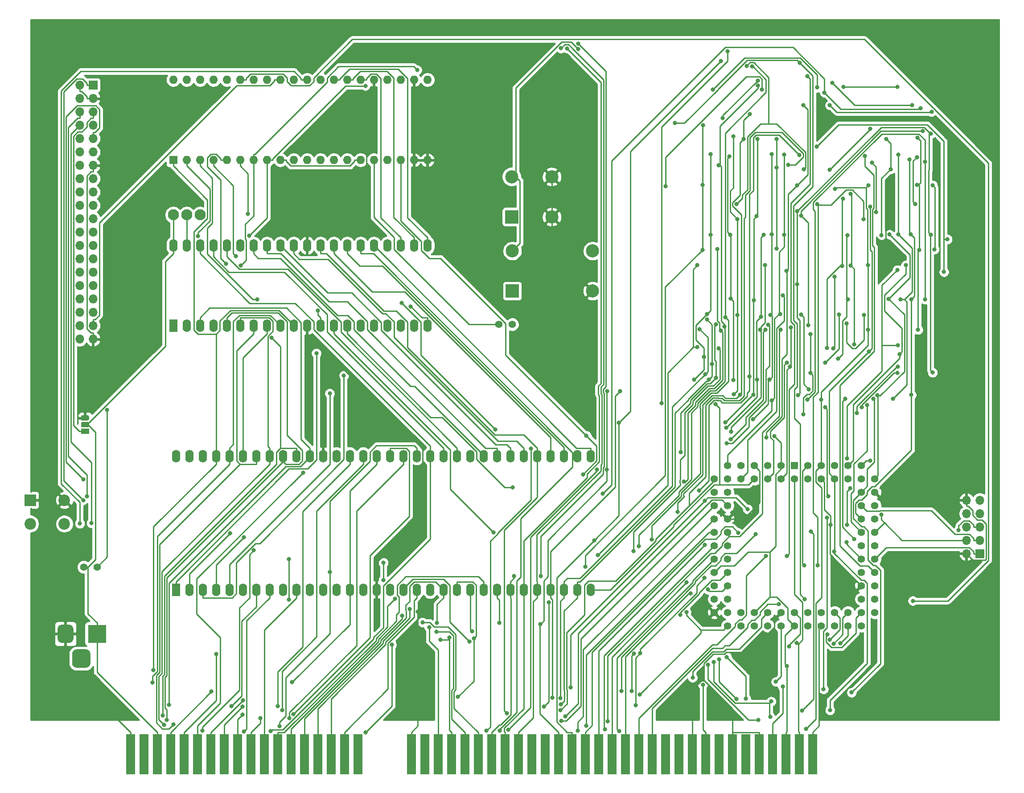
<source format=gbr>
%TF.GenerationSoftware,KiCad,Pcbnew,5.1.6-c6e7f7d~86~ubuntu18.04.1*%
%TF.CreationDate,2020-11-16T08:08:37+08:00*%
%TF.ProjectId,68k_dev,36386b5f-6465-4762-9e6b-696361645f70,rev?*%
%TF.SameCoordinates,Original*%
%TF.FileFunction,Copper,L2,Bot*%
%TF.FilePolarity,Positive*%
%FSLAX46Y46*%
G04 Gerber Fmt 4.6, Leading zero omitted, Abs format (unit mm)*
G04 Created by KiCad (PCBNEW 5.1.6-c6e7f7d~86~ubuntu18.04.1) date 2020-11-16 08:08:37*
%MOMM*%
%LPD*%
G01*
G04 APERTURE LIST*
%TA.AperFunction,ComponentPad*%
%ADD10C,2.100000*%
%TD*%
%TA.AperFunction,ConnectorPad*%
%ADD11R,1.780000X7.620000*%
%TD*%
%TA.AperFunction,ComponentPad*%
%ADD12R,3.500000X3.500000*%
%TD*%
%TA.AperFunction,ComponentPad*%
%ADD13C,1.400000*%
%TD*%
%TA.AperFunction,ComponentPad*%
%ADD14R,1.600000X2.400000*%
%TD*%
%TA.AperFunction,ComponentPad*%
%ADD15O,1.600000X2.400000*%
%TD*%
%TA.AperFunction,ComponentPad*%
%ADD16R,1.600000X1.600000*%
%TD*%
%TA.AperFunction,ComponentPad*%
%ADD17O,1.600000X1.600000*%
%TD*%
%TA.AperFunction,ComponentPad*%
%ADD18R,2.500000X2.500000*%
%TD*%
%TA.AperFunction,ComponentPad*%
%ADD19C,2.500000*%
%TD*%
%TA.AperFunction,ComponentPad*%
%ADD20R,1.500000X1.050000*%
%TD*%
%TA.AperFunction,ComponentPad*%
%ADD21C,1.422400*%
%TD*%
%TA.AperFunction,ComponentPad*%
%ADD22R,1.422400X1.422400*%
%TD*%
%TA.AperFunction,ComponentPad*%
%ADD23R,1.700000X1.700000*%
%TD*%
%TA.AperFunction,ComponentPad*%
%ADD24O,1.700000X1.700000*%
%TD*%
%TA.AperFunction,ComponentPad*%
%ADD25R,2.200000X2.200000*%
%TD*%
%TA.AperFunction,ComponentPad*%
%ADD26C,2.200000*%
%TD*%
%TA.AperFunction,ViaPad*%
%ADD27C,0.800000*%
%TD*%
%TA.AperFunction,Conductor*%
%ADD28C,0.250000*%
%TD*%
%TA.AperFunction,Conductor*%
%ADD29C,0.254000*%
%TD*%
G04 APERTURE END LIST*
D10*
%TO.P,J1,1*%
%TO.N,A18*%
X50038000Y-52451000D03*
%TO.P,J1,2*%
%TO.N,Net-(J1-Pad2)*%
X47498000Y-52451000D03*
%TO.P,J1,3*%
%TO.N,VCC*%
X44958000Y-52451000D03*
%TD*%
D11*
%TO.P,J2,1*%
%TO.N,GND*%
X166370000Y-154940000D03*
%TO.P,J2,2*%
%TO.N,RST*%
X163830000Y-154940000D03*
%TO.P,J2,3*%
%TO.N,VCC*%
X161290000Y-154940000D03*
%TO.P,J2,4*%
%TO.N,RST_H*%
X158750000Y-154940000D03*
%TO.P,J2,5*%
%TO.N,GND*%
X156210000Y-154940000D03*
%TO.P,J2,6*%
%TO.N,Net-(J2-Pad6)*%
X153670000Y-154940000D03*
%TO.P,J2,7*%
%TO.N,GND*%
X151130000Y-154940000D03*
%TO.P,J2,8*%
%TO.N,Net-(J2-Pad8)*%
X148590000Y-154940000D03*
%TO.P,J2,9*%
%TO.N,+3V3*%
X146050000Y-154940000D03*
%TO.P,J2,10*%
%TO.N,GND*%
X143510000Y-154940000D03*
%TO.P,J2,11*%
%TO.N,Net-(J2-Pad11)*%
X140970000Y-154940000D03*
%TO.P,J2,12*%
%TO.N,Net-(J2-Pad12)*%
X138430000Y-154940000D03*
%TO.P,J2,13*%
%TO.N,IO_SEL1*%
X135890000Y-154940000D03*
%TO.P,J2,14*%
%TO.N,IO_SEL2*%
X133350000Y-154940000D03*
%TO.P,J2,15*%
%TO.N,RAM1_SEL*%
X130810000Y-154940000D03*
%TO.P,J2,16*%
%TO.N,RAM2_SEL*%
X128270000Y-154940000D03*
%TO.P,J2,17*%
%TO.N,RAM3_SEL*%
X125730000Y-154940000D03*
%TO.P,J2,18*%
%TO.N,RAM4_SEL*%
X123190000Y-154940000D03*
%TO.P,J2,19*%
%TO.N,ROM_SEL*%
X120650000Y-154940000D03*
%TO.P,J2,20*%
%TO.N,CPU_CLK*%
X118110000Y-154940000D03*
%TO.P,J2,21*%
%TO.N,Net-(J2-Pad21)*%
X115570000Y-154940000D03*
%TO.P,J2,22*%
%TO.N,Net-(J2-Pad22)*%
X113030000Y-154940000D03*
%TO.P,J2,23*%
%TO.N,FC0*%
X110490000Y-154940000D03*
%TO.P,J2,24*%
%TO.N,FC1*%
X107950000Y-154940000D03*
%TO.P,J2,25*%
%TO.N,FC2*%
X105410000Y-154940000D03*
%TO.P,J2,26*%
%TO.N,BGACK*%
X102870000Y-154940000D03*
%TO.P,J2,27*%
%TO.N,BG*%
X100330000Y-154940000D03*
%TO.P,J2,28*%
%TO.N,BR*%
X97790000Y-154940000D03*
%TO.P,J2,29*%
%TO.N,VCC*%
X95250000Y-154940000D03*
%TO.P,J2,30*%
%TO.N,Net-(J2-Pad30)*%
X92710000Y-154940000D03*
%TO.P,J2,31*%
%TO.N,GND*%
X90170000Y-154940000D03*
%TO.P,J2,63*%
%TO.N,Net-(J2-Pad63)*%
X80010000Y-154940000D03*
%TO.P,J2,64*%
%TO.N,VMA*%
X77470000Y-154940000D03*
%TO.P,J2,65*%
%TO.N,E*%
X74930000Y-154940000D03*
%TO.P,J2,66*%
%TO.N,VPA*%
X72390000Y-154940000D03*
%TO.P,J2,67*%
%TO.N,IPL0*%
X69850000Y-154940000D03*
%TO.P,J2,68*%
%TO.N,IPL1*%
X67310000Y-154940000D03*
%TO.P,J2,69*%
%TO.N,IPL2*%
X64770000Y-154940000D03*
%TO.P,J2,70*%
%TO.N,DTACK*%
X62230000Y-154940000D03*
%TO.P,J2,71*%
%TO.N,BERR*%
X59690000Y-154940000D03*
%TO.P,J2,72*%
%TO.N,RDL*%
X57150000Y-154940000D03*
%TO.P,J2,73*%
%TO.N,RDU*%
X54610000Y-154940000D03*
%TO.P,J2,74*%
%TO.N,WRL*%
X52070000Y-154940000D03*
%TO.P,J2,75*%
%TO.N,WRU*%
X49530000Y-154940000D03*
%TO.P,J2,76*%
%TO.N,IRQ1*%
X46990000Y-154940000D03*
%TO.P,J2,77*%
%TO.N,IRQ2*%
X44450000Y-154940000D03*
%TO.P,J2,78*%
%TO.N,VCC*%
X41910000Y-154940000D03*
%TO.P,J2,79*%
%TO.N,Net-(J2-Pad79)*%
X39370000Y-154940000D03*
%TO.P,J2,80*%
%TO.N,GND*%
X36830000Y-154940000D03*
%TD*%
D12*
%TO.P,J5,1*%
%TO.N,VCC*%
X30480000Y-132080000D03*
%TO.P,J5,2*%
%TO.N,GND*%
%TA.AperFunction,ComponentPad*%
G36*
G01*
X22980000Y-133080000D02*
X22980000Y-131080000D01*
G75*
G02*
X23730000Y-130330000I750000J0D01*
G01*
X25230000Y-130330000D01*
G75*
G02*
X25980000Y-131080000I0J-750000D01*
G01*
X25980000Y-133080000D01*
G75*
G02*
X25230000Y-133830000I-750000J0D01*
G01*
X23730000Y-133830000D01*
G75*
G02*
X22980000Y-133080000I0J750000D01*
G01*
G37*
%TD.AperFunction*%
%TO.P,J5,3*%
%TO.N,N/C*%
%TA.AperFunction,ComponentPad*%
G36*
G01*
X25730000Y-137655000D02*
X25730000Y-135905000D01*
G75*
G02*
X26605000Y-135030000I875000J0D01*
G01*
X28355000Y-135030000D01*
G75*
G02*
X29230000Y-135905000I0J-875000D01*
G01*
X29230000Y-137655000D01*
G75*
G02*
X28355000Y-138530000I-875000J0D01*
G01*
X26605000Y-138530000D01*
G75*
G02*
X25730000Y-137655000I0J875000D01*
G01*
G37*
%TD.AperFunction*%
%TD*%
D13*
%TO.P,JP1,2*%
%TO.N,Net-(J3-Pad35)*%
X30480000Y-119380000D03*
%TO.P,JP1,1*%
%TO.N,VCC*%
X27940000Y-119380000D03*
%TD*%
%TO.P,JP2,1*%
%TO.N,CPU_CLK*%
X106807000Y-73279000D03*
%TO.P,JP2,2*%
%TO.N,Net-(JP2-Pad2)*%
X109347000Y-73279000D03*
%TD*%
D14*
%TO.P,U1,1*%
%TO.N,D4*%
X45466000Y-123698000D03*
D15*
%TO.P,U1,33*%
%TO.N,A5*%
X124206000Y-98298000D03*
%TO.P,U1,2*%
%TO.N,D3*%
X48006000Y-123698000D03*
%TO.P,U1,34*%
%TO.N,A6*%
X121666000Y-98298000D03*
%TO.P,U1,3*%
%TO.N,D2*%
X50546000Y-123698000D03*
%TO.P,U1,35*%
%TO.N,A7*%
X119126000Y-98298000D03*
%TO.P,U1,4*%
%TO.N,D1*%
X53086000Y-123698000D03*
%TO.P,U1,36*%
%TO.N,A8*%
X116586000Y-98298000D03*
%TO.P,U1,5*%
%TO.N,D0*%
X55626000Y-123698000D03*
%TO.P,U1,37*%
%TO.N,A9*%
X114046000Y-98298000D03*
%TO.P,U1,6*%
%TO.N,AS*%
X58166000Y-123698000D03*
%TO.P,U1,38*%
%TO.N,A10*%
X111506000Y-98298000D03*
%TO.P,U1,7*%
%TO.N,UDS*%
X60706000Y-123698000D03*
%TO.P,U1,39*%
%TO.N,A11*%
X108966000Y-98298000D03*
%TO.P,U1,8*%
%TO.N,LDS*%
X63246000Y-123698000D03*
%TO.P,U1,40*%
%TO.N,A12*%
X106426000Y-98298000D03*
%TO.P,U1,9*%
%TO.N,RW*%
X65786000Y-123698000D03*
%TO.P,U1,41*%
%TO.N,A13*%
X103886000Y-98298000D03*
%TO.P,U1,10*%
%TO.N,DTACK*%
X68326000Y-123698000D03*
%TO.P,U1,42*%
%TO.N,A14*%
X101346000Y-98298000D03*
%TO.P,U1,11*%
%TO.N,BG*%
X70866000Y-123698000D03*
%TO.P,U1,43*%
%TO.N,A15*%
X98806000Y-98298000D03*
%TO.P,U1,12*%
%TO.N,BGACK*%
X73406000Y-123698000D03*
%TO.P,U1,44*%
%TO.N,A16*%
X96266000Y-98298000D03*
%TO.P,U1,13*%
%TO.N,BR*%
X75946000Y-123698000D03*
%TO.P,U1,45*%
%TO.N,A17*%
X93726000Y-98298000D03*
%TO.P,U1,14*%
%TO.N,VCC*%
X78486000Y-123698000D03*
%TO.P,U1,46*%
%TO.N,A18*%
X91186000Y-98298000D03*
%TO.P,U1,15*%
%TO.N,CPU_CLK*%
X81026000Y-123698000D03*
%TO.P,U1,47*%
%TO.N,A19*%
X88646000Y-98298000D03*
%TO.P,U1,16*%
%TO.N,GND*%
X83566000Y-123698000D03*
%TO.P,U1,48*%
%TO.N,A20*%
X86106000Y-98298000D03*
%TO.P,U1,17*%
%TO.N,Net-(RN1-Pad4)*%
X86106000Y-123698000D03*
%TO.P,U1,49*%
%TO.N,VCC*%
X83566000Y-98298000D03*
%TO.P,U1,18*%
%TO.N,RST*%
X88646000Y-123698000D03*
%TO.P,U1,50*%
%TO.N,A21*%
X81026000Y-98298000D03*
%TO.P,U1,19*%
%TO.N,VMA*%
X91186000Y-123698000D03*
%TO.P,U1,51*%
%TO.N,A22*%
X78486000Y-98298000D03*
%TO.P,U1,20*%
%TO.N,E*%
X93726000Y-123698000D03*
%TO.P,U1,52*%
%TO.N,A23*%
X75946000Y-98298000D03*
%TO.P,U1,21*%
%TO.N,VPA*%
X96266000Y-123698000D03*
%TO.P,U1,53*%
%TO.N,GND*%
X73406000Y-98298000D03*
%TO.P,U1,22*%
%TO.N,BERR*%
X98806000Y-123698000D03*
%TO.P,U1,54*%
%TO.N,D15*%
X70866000Y-98298000D03*
%TO.P,U1,23*%
%TO.N,IPL2*%
X101346000Y-123698000D03*
%TO.P,U1,55*%
%TO.N,D14*%
X68326000Y-98298000D03*
%TO.P,U1,24*%
%TO.N,IPL1*%
X103886000Y-123698000D03*
%TO.P,U1,56*%
%TO.N,D13*%
X65786000Y-98298000D03*
%TO.P,U1,25*%
%TO.N,IPL0*%
X106426000Y-123698000D03*
%TO.P,U1,57*%
%TO.N,D12*%
X63246000Y-98298000D03*
%TO.P,U1,26*%
%TO.N,FC2*%
X108966000Y-123698000D03*
%TO.P,U1,58*%
%TO.N,D11*%
X60706000Y-98298000D03*
%TO.P,U1,27*%
%TO.N,FC1*%
X111506000Y-123698000D03*
%TO.P,U1,59*%
%TO.N,D10*%
X58166000Y-98298000D03*
%TO.P,U1,28*%
%TO.N,FC0*%
X114046000Y-123698000D03*
%TO.P,U1,60*%
%TO.N,D9*%
X55626000Y-98298000D03*
%TO.P,U1,29*%
%TO.N,A1*%
X116586000Y-123698000D03*
%TO.P,U1,61*%
%TO.N,D8*%
X53086000Y-98298000D03*
%TO.P,U1,30*%
%TO.N,A2*%
X119126000Y-123698000D03*
%TO.P,U1,62*%
%TO.N,D7*%
X50546000Y-98298000D03*
%TO.P,U1,31*%
%TO.N,A3*%
X121666000Y-123698000D03*
%TO.P,U1,63*%
%TO.N,D6*%
X48006000Y-98298000D03*
%TO.P,U1,32*%
%TO.N,A4*%
X124206000Y-123698000D03*
%TO.P,U1,64*%
%TO.N,D5*%
X45466000Y-98298000D03*
%TD*%
D16*
%TO.P,U14,1*%
%TO.N,D8*%
X44958000Y-42037000D03*
D17*
%TO.P,U14,21*%
%TO.N,RDU*%
X93218000Y-26797000D03*
%TO.P,U14,2*%
%TO.N,D9*%
X47498000Y-42037000D03*
%TO.P,U14,22*%
%TO.N,GND*%
X90678000Y-26797000D03*
%TO.P,U14,3*%
%TO.N,D10*%
X50038000Y-42037000D03*
%TO.P,U14,23*%
%TO.N,Net-(U14-Pad23)*%
X88138000Y-26797000D03*
%TO.P,U14,4*%
%TO.N,D11*%
X52578000Y-42037000D03*
%TO.P,U14,24*%
%TO.N,Net-(U14-Pad24)*%
X85598000Y-26797000D03*
%TO.P,U14,5*%
%TO.N,D12*%
X55118000Y-42037000D03*
%TO.P,U14,25*%
%TO.N,GND*%
X83058000Y-26797000D03*
%TO.P,U14,6*%
%TO.N,D13*%
X57658000Y-42037000D03*
%TO.P,U14,26*%
%TO.N,A3*%
X80518000Y-26797000D03*
%TO.P,U14,7*%
%TO.N,D14*%
X60198000Y-42037000D03*
%TO.P,U14,27*%
%TO.N,A2*%
X77978000Y-26797000D03*
%TO.P,U14,8*%
%TO.N,D15*%
X62738000Y-42037000D03*
%TO.P,U14,28*%
%TO.N,A1*%
X75438000Y-26797000D03*
%TO.P,U14,9*%
%TO.N,Net-(U14-Pad15)*%
X65278000Y-42037000D03*
%TO.P,U14,29*%
%TO.N,Net-(U14-Pad29)*%
X72898000Y-26797000D03*
%TO.P,U14,10*%
%TO.N,TX*%
X67818000Y-42037000D03*
%TO.P,U14,30*%
%TO.N,IRQ1*%
X70358000Y-26797000D03*
%TO.P,U14,11*%
%TO.N,RX*%
X70358000Y-42037000D03*
%TO.P,U14,31*%
%TO.N,Net-(D2-Pad2)*%
X67818000Y-26797000D03*
%TO.P,U14,12*%
%TO.N,Net-(RN3-Pad3)*%
X72898000Y-42037000D03*
%TO.P,U14,32*%
%TO.N,CTS*%
X65278000Y-26797000D03*
%TO.P,U14,13*%
%TO.N,Net-(RN3-Pad2)*%
X75438000Y-42037000D03*
%TO.P,U14,33*%
%TO.N,Net-(U14-Pad33)*%
X62738000Y-26797000D03*
%TO.P,U14,14*%
%TO.N,IO_SEL1*%
X77978000Y-42037000D03*
%TO.P,U14,34*%
%TO.N,Net-(D1-Pad2)*%
X60198000Y-26797000D03*
%TO.P,U14,15*%
%TO.N,Net-(U14-Pad15)*%
X80518000Y-42037000D03*
%TO.P,U14,35*%
%TO.N,RST_H*%
X57658000Y-26797000D03*
%TO.P,U14,16*%
%TO.N,CPU_CLK*%
X83058000Y-42037000D03*
%TO.P,U14,36*%
%TO.N,Net-(U14-Pad36)*%
X55118000Y-26797000D03*
%TO.P,U14,17*%
%TO.N,Net-(U14-Pad17)*%
X85598000Y-42037000D03*
%TO.P,U14,37*%
%TO.N,Net-(U14-Pad33)*%
X52578000Y-26797000D03*
%TO.P,U14,18*%
%TO.N,WRU*%
X88138000Y-42037000D03*
%TO.P,U14,38*%
%TO.N,Net-(U14-Pad33)*%
X50038000Y-26797000D03*
%TO.P,U14,19*%
%TO.N,GND*%
X90678000Y-42037000D03*
%TO.P,U14,39*%
%TO.N,Net-(RN3-Pad4)*%
X47498000Y-26797000D03*
%TO.P,U14,20*%
%TO.N,GND*%
X93218000Y-42037000D03*
%TO.P,U14,40*%
%TO.N,VCC*%
X44958000Y-26797000D03*
%TD*%
D18*
%TO.P,X1,1*%
%TO.N,Net-(X1-Pad1)*%
X109220000Y-52832000D03*
D19*
%TO.P,X1,8*%
%TO.N,VCC*%
X109220000Y-45212000D03*
%TO.P,X1,5*%
%TO.N,GND*%
X116840000Y-45212000D03*
%TO.P,X1,4*%
X116840000Y-52832000D03*
%TD*%
D18*
%TO.P,X2,1*%
%TO.N,Net-(X2-Pad1)*%
X109347000Y-66929000D03*
D19*
%TO.P,X2,14*%
%TO.N,VCC*%
X109347000Y-59309000D03*
%TO.P,X2,8*%
%TO.N,Net-(JP2-Pad2)*%
X124587000Y-59309000D03*
%TO.P,X2,7*%
%TO.N,GND*%
X124587000Y-66929000D03*
%TD*%
%TO.P,IC1,2*%
%TO.N,VCC*%
%TA.AperFunction,ComponentPad*%
G36*
G01*
X28681500Y-92854000D02*
X27706500Y-92854000D01*
G75*
G02*
X27444000Y-92591500I0J262500D01*
G01*
X27444000Y-92066500D01*
G75*
G02*
X27706500Y-91804000I262500J0D01*
G01*
X28681500Y-91804000D01*
G75*
G02*
X28944000Y-92066500I0J-262500D01*
G01*
X28944000Y-92591500D01*
G75*
G02*
X28681500Y-92854000I-262500J0D01*
G01*
G37*
%TD.AperFunction*%
%TO.P,IC1,3*%
%TO.N,GND*%
%TA.AperFunction,ComponentPad*%
G36*
G01*
X28681500Y-91584000D02*
X27706500Y-91584000D01*
G75*
G02*
X27444000Y-91321500I0J262500D01*
G01*
X27444000Y-90796500D01*
G75*
G02*
X27706500Y-90534000I262500J0D01*
G01*
X28681500Y-90534000D01*
G75*
G02*
X28944000Y-90796500I0J-262500D01*
G01*
X28944000Y-91321500D01*
G75*
G02*
X28681500Y-91584000I-262500J0D01*
G01*
G37*
%TD.AperFunction*%
D20*
%TO.P,IC1,1*%
%TO.N,RST*%
X28194000Y-93599000D03*
%TD*%
D21*
%TO.P,U3,2*%
%TO.N,RST*%
X162941000Y-102616000D03*
%TO.P,U3,4*%
%TO.N,A1*%
X160401000Y-102616000D03*
%TO.P,U3,6*%
%TO.N,A3*%
X157861000Y-102616000D03*
%TO.P,U3,8*%
%TO.N,A4*%
X155321000Y-102616000D03*
%TO.P,U3,10*%
%TO.N,A6*%
X152781000Y-102616000D03*
%TO.P,U3,84*%
%TO.N,Net-(U3-Pad84)*%
X165481000Y-102616000D03*
%TO.P,U3,82*%
%TO.N,GND*%
X168021000Y-102616000D03*
%TO.P,U3,80*%
%TO.N,D6*%
X170561000Y-102616000D03*
%TO.P,U3,78*%
%TO.N,VCC*%
X173101000Y-102616000D03*
%TO.P,U3,76*%
%TO.N,D3*%
X175641000Y-102616000D03*
%TO.P,U3,74*%
%TO.N,D1*%
X178181000Y-102616000D03*
D22*
%TO.P,U3,1*%
%TO.N,CPU_CLK*%
X162941000Y-100076000D03*
D21*
%TO.P,U3,3*%
%TO.N,VCC*%
X160401000Y-100076000D03*
%TO.P,U3,5*%
%TO.N,A2*%
X157861000Y-100076000D03*
%TO.P,U3,7*%
%TO.N,GND*%
X155321000Y-100076000D03*
%TO.P,U3,9*%
%TO.N,A5*%
X152781000Y-100076000D03*
%TO.P,U3,11*%
%TO.N,A7*%
X150241000Y-100076000D03*
%TO.P,U3,83*%
%TO.N,AS*%
X165481000Y-100076000D03*
%TO.P,U3,81*%
%TO.N,D7*%
X168021000Y-100076000D03*
%TO.P,U3,79*%
%TO.N,D5*%
X170561000Y-100076000D03*
%TO.P,U3,77*%
%TO.N,D4*%
X173101000Y-100076000D03*
%TO.P,U3,75*%
%TO.N,D2*%
X175641000Y-100076000D03*
%TO.P,U3,13*%
%TO.N,VCC*%
X150241000Y-102616000D03*
%TO.P,U3,15*%
%TO.N,A9*%
X150241000Y-105156000D03*
%TO.P,U3,17*%
%TO.N,A11*%
X150241000Y-107696000D03*
%TO.P,U3,19*%
%TO.N,GND*%
X150241000Y-110236000D03*
%TO.P,U3,21*%
%TO.N,A14*%
X150241000Y-112776000D03*
%TO.P,U3,23*%
%TO.N,TMS*%
X150241000Y-115316000D03*
%TO.P,U3,25*%
%TO.N,A17*%
X150241000Y-117856000D03*
%TO.P,U3,27*%
%TO.N,A18*%
X150241000Y-120396000D03*
%TO.P,U3,29*%
%TO.N,A20*%
X150241000Y-122936000D03*
%TO.P,U3,31*%
%TO.N,A22*%
X150241000Y-125476000D03*
%TO.P,U3,12*%
%TO.N,A8*%
X147701000Y-102616000D03*
%TO.P,U3,14*%
%TO.N,TDI*%
X147701000Y-105156000D03*
%TO.P,U3,16*%
%TO.N,A10*%
X147701000Y-107696000D03*
%TO.P,U3,18*%
%TO.N,A12*%
X147701000Y-110236000D03*
%TO.P,U3,20*%
%TO.N,A13*%
X147701000Y-112776000D03*
%TO.P,U3,22*%
%TO.N,A15*%
X147701000Y-115316000D03*
%TO.P,U3,24*%
%TO.N,A16*%
X147701000Y-117856000D03*
%TO.P,U3,26*%
%TO.N,VCC*%
X147701000Y-120396000D03*
%TO.P,U3,28*%
%TO.N,A19*%
X147701000Y-122936000D03*
%TO.P,U3,30*%
%TO.N,A21*%
X147701000Y-125476000D03*
%TO.P,U3,32*%
%TO.N,GND*%
X147701000Y-128016000D03*
%TO.P,U3,34*%
%TO.N,LDS*%
X150241000Y-128016000D03*
%TO.P,U3,36*%
%TO.N,FC0*%
X152781000Y-128016000D03*
%TO.P,U3,38*%
%TO.N,VCC*%
X155321000Y-128016000D03*
%TO.P,U3,40*%
%TO.N,IRQ1*%
X157861000Y-128016000D03*
%TO.P,U3,42*%
%TO.N,GND*%
X160401000Y-128016000D03*
%TO.P,U3,44*%
%TO.N,DTACK*%
X162941000Y-128016000D03*
%TO.P,U3,46*%
%TO.N,IPL0*%
X165481000Y-128016000D03*
%TO.P,U3,48*%
%TO.N,IPL1*%
X168021000Y-128016000D03*
%TO.P,U3,50*%
%TO.N,SCLK*%
X170561000Y-128016000D03*
%TO.P,U3,52*%
%TO.N,MISO*%
X173101000Y-128016000D03*
%TO.P,U3,33*%
%TO.N,A23*%
X150241000Y-130556000D03*
%TO.P,U3,35*%
%TO.N,UDS*%
X152781000Y-130556000D03*
%TO.P,U3,37*%
%TO.N,FC1*%
X155321000Y-130556000D03*
%TO.P,U3,39*%
%TO.N,FC2*%
X157861000Y-130556000D03*
%TO.P,U3,41*%
%TO.N,IRQ2*%
X160401000Y-130556000D03*
%TO.P,U3,43*%
%TO.N,VCC*%
X162941000Y-130556000D03*
%TO.P,U3,45*%
%TO.N,BERR*%
X165481000Y-130556000D03*
%TO.P,U3,47*%
%TO.N,GND*%
X168021000Y-130556000D03*
%TO.P,U3,49*%
%TO.N,IPL2*%
X170561000Y-130556000D03*
%TO.P,U3,51*%
%TO.N,MOSI*%
X173101000Y-130556000D03*
%TO.P,U3,53*%
%TO.N,VCC*%
X175641000Y-130556000D03*
%TO.P,U3,55*%
%TO.N,SS2*%
X175641000Y-128016000D03*
%TO.P,U3,57*%
%TO.N,IO_SEL1*%
X175641000Y-125476000D03*
%TO.P,U3,59*%
%TO.N,GND*%
X175641000Y-122936000D03*
%TO.P,U3,61*%
%TO.N,RAM2_SEL*%
X175641000Y-120396000D03*
%TO.P,U3,63*%
%TO.N,RAM3_SEL*%
X175641000Y-117856000D03*
%TO.P,U3,65*%
%TO.N,ROM_SEL*%
X175641000Y-115316000D03*
%TO.P,U3,67*%
%TO.N,RDL*%
X175641000Y-112776000D03*
%TO.P,U3,69*%
%TO.N,WRL*%
X175641000Y-110236000D03*
%TO.P,U3,71*%
%TO.N,TDO*%
X175641000Y-107696000D03*
%TO.P,U3,73*%
%TO.N,D0*%
X175641000Y-105156000D03*
%TO.P,U3,54*%
%TO.N,SS1*%
X178181000Y-128016000D03*
%TO.P,U3,56*%
%TO.N,RST_H*%
X178181000Y-125476000D03*
%TO.P,U3,58*%
%TO.N,IO_SEL2*%
X178181000Y-122936000D03*
%TO.P,U3,60*%
%TO.N,RAM1_SEL*%
X178181000Y-120396000D03*
%TO.P,U3,62*%
%TO.N,TCK*%
X178181000Y-117856000D03*
%TO.P,U3,64*%
%TO.N,RAM4_SEL*%
X178181000Y-115316000D03*
%TO.P,U3,66*%
%TO.N,VCC*%
X178181000Y-112776000D03*
%TO.P,U3,68*%
%TO.N,RDU*%
X178181000Y-110236000D03*
%TO.P,U3,70*%
%TO.N,WRU*%
X178181000Y-107696000D03*
%TO.P,U3,72*%
%TO.N,GND*%
X178181000Y-105156000D03*
%TD*%
D14*
%TO.P,U2,1*%
%TO.N,Net-(U2-Pad1)*%
X44958000Y-73533000D03*
D15*
%TO.P,U2,21*%
%TO.N,A1*%
X93218000Y-58293000D03*
%TO.P,U2,2*%
%TO.N,ROM_SEL*%
X47498000Y-73533000D03*
%TO.P,U2,22*%
%TO.N,A2*%
X90678000Y-58293000D03*
%TO.P,U2,3*%
%TO.N,D15*%
X50038000Y-73533000D03*
%TO.P,U2,23*%
%TO.N,A3*%
X88138000Y-58293000D03*
%TO.P,U2,4*%
%TO.N,D14*%
X52578000Y-73533000D03*
%TO.P,U2,24*%
%TO.N,A4*%
X85598000Y-58293000D03*
%TO.P,U2,5*%
%TO.N,D13*%
X55118000Y-73533000D03*
%TO.P,U2,25*%
%TO.N,A5*%
X83058000Y-58293000D03*
%TO.P,U2,6*%
%TO.N,D12*%
X57658000Y-73533000D03*
%TO.P,U2,26*%
%TO.N,A6*%
X80518000Y-58293000D03*
%TO.P,U2,7*%
%TO.N,D11*%
X60198000Y-73533000D03*
%TO.P,U2,27*%
%TO.N,A7*%
X77978000Y-58293000D03*
%TO.P,U2,8*%
%TO.N,D10*%
X62738000Y-73533000D03*
%TO.P,U2,28*%
%TO.N,A8*%
X75438000Y-58293000D03*
%TO.P,U2,9*%
%TO.N,D9*%
X65278000Y-73533000D03*
%TO.P,U2,29*%
%TO.N,A9*%
X72898000Y-58293000D03*
%TO.P,U2,10*%
%TO.N,D8*%
X67818000Y-73533000D03*
%TO.P,U2,30*%
%TO.N,GND*%
X70358000Y-58293000D03*
%TO.P,U2,11*%
X70358000Y-73533000D03*
%TO.P,U2,31*%
%TO.N,A10*%
X67818000Y-58293000D03*
%TO.P,U2,12*%
%TO.N,D7*%
X72898000Y-73533000D03*
%TO.P,U2,32*%
%TO.N,A11*%
X65278000Y-58293000D03*
%TO.P,U2,13*%
%TO.N,D6*%
X75438000Y-73533000D03*
%TO.P,U2,33*%
%TO.N,A12*%
X62738000Y-58293000D03*
%TO.P,U2,14*%
%TO.N,D5*%
X77978000Y-73533000D03*
%TO.P,U2,34*%
%TO.N,A13*%
X60198000Y-58293000D03*
%TO.P,U2,15*%
%TO.N,D4*%
X80518000Y-73533000D03*
%TO.P,U2,35*%
%TO.N,A14*%
X57658000Y-58293000D03*
%TO.P,U2,16*%
%TO.N,D3*%
X83058000Y-73533000D03*
%TO.P,U2,36*%
%TO.N,A15*%
X55118000Y-58293000D03*
%TO.P,U2,17*%
%TO.N,D2*%
X85598000Y-73533000D03*
%TO.P,U2,37*%
%TO.N,A16*%
X52578000Y-58293000D03*
%TO.P,U2,18*%
%TO.N,D1*%
X88138000Y-73533000D03*
%TO.P,U2,38*%
%TO.N,A17*%
X50038000Y-58293000D03*
%TO.P,U2,19*%
%TO.N,D0*%
X90678000Y-73533000D03*
%TO.P,U2,39*%
%TO.N,Net-(J1-Pad2)*%
X47498000Y-58293000D03*
%TO.P,U2,20*%
%TO.N,ROM_SEL*%
X93218000Y-73533000D03*
%TO.P,U2,40*%
%TO.N,VCC*%
X44958000Y-58293000D03*
%TD*%
D23*
%TO.P,J4,1*%
%TO.N,TCK*%
X198120000Y-116840000D03*
D24*
%TO.P,J4,2*%
%TO.N,GND*%
X195580000Y-116840000D03*
%TO.P,J4,3*%
%TO.N,TDO*%
X198120000Y-114300000D03*
%TO.P,J4,4*%
%TO.N,VCC*%
X195580000Y-114300000D03*
%TO.P,J4,5*%
%TO.N,TMS*%
X198120000Y-111760000D03*
%TO.P,J4,6*%
%TO.N,Net-(J4-Pad6)*%
X195580000Y-111760000D03*
%TO.P,J4,7*%
%TO.N,Net-(J4-Pad7)*%
X198120000Y-109220000D03*
%TO.P,J4,8*%
%TO.N,Net-(J4-Pad8)*%
X195580000Y-109220000D03*
%TO.P,J4,9*%
%TO.N,TDI*%
X198120000Y-106680000D03*
%TO.P,J4,10*%
%TO.N,GND*%
X195580000Y-106680000D03*
%TD*%
D23*
%TO.P,J3,1*%
%TO.N,SS1*%
X29718000Y-27813000D03*
D24*
%TO.P,J3,2*%
%TO.N,GND*%
X27178000Y-27813000D03*
%TO.P,J3,3*%
X29718000Y-30353000D03*
%TO.P,J3,4*%
%TO.N,VCC*%
X27178000Y-30353000D03*
%TO.P,J3,5*%
%TO.N,RST*%
X29718000Y-32893000D03*
%TO.P,J3,6*%
%TO.N,MOSI*%
X27178000Y-32893000D03*
%TO.P,J3,7*%
X29718000Y-35433000D03*
%TO.P,J3,8*%
%TO.N,MISO*%
X27178000Y-35433000D03*
%TO.P,J3,9*%
%TO.N,SCLK*%
X29718000Y-37973000D03*
%TO.P,J3,10*%
X27178000Y-37973000D03*
%TO.P,J3,11*%
%TO.N,VCC*%
X29718000Y-40513000D03*
%TO.P,J3,12*%
%TO.N,SS2*%
X27178000Y-40513000D03*
%TO.P,J3,13*%
%TO.N,GND*%
X29718000Y-43053000D03*
%TO.P,J3,14*%
%TO.N,Net-(J3-Pad14)*%
X27178000Y-43053000D03*
%TO.P,J3,15*%
%TO.N,Net-(J3-Pad15)*%
X29718000Y-45593000D03*
%TO.P,J3,16*%
%TO.N,Net-(J3-Pad16)*%
X27178000Y-45593000D03*
%TO.P,J3,17*%
%TO.N,Net-(J3-Pad17)*%
X29718000Y-48133000D03*
%TO.P,J3,18*%
%TO.N,Net-(J3-Pad18)*%
X27178000Y-48133000D03*
%TO.P,J3,19*%
%TO.N,Net-(J3-Pad19)*%
X29718000Y-50673000D03*
%TO.P,J3,20*%
%TO.N,Net-(J3-Pad20)*%
X27178000Y-50673000D03*
%TO.P,J3,21*%
%TO.N,Net-(J3-Pad21)*%
X29718000Y-53213000D03*
%TO.P,J3,22*%
%TO.N,Net-(J3-Pad22)*%
X27178000Y-53213000D03*
%TO.P,J3,23*%
%TO.N,Net-(J3-Pad23)*%
X29718000Y-55753000D03*
%TO.P,J3,24*%
%TO.N,Net-(J3-Pad24)*%
X27178000Y-55753000D03*
%TO.P,J3,25*%
%TO.N,Net-(J3-Pad25)*%
X29718000Y-58293000D03*
%TO.P,J3,26*%
%TO.N,Net-(J3-Pad26)*%
X27178000Y-58293000D03*
%TO.P,J3,27*%
%TO.N,Net-(J3-Pad27)*%
X29718000Y-60833000D03*
%TO.P,J3,28*%
%TO.N,Net-(J3-Pad28)*%
X27178000Y-60833000D03*
%TO.P,J3,29*%
%TO.N,Net-(J3-Pad29)*%
X29718000Y-63373000D03*
%TO.P,J3,30*%
%TO.N,Net-(J3-Pad30)*%
X27178000Y-63373000D03*
%TO.P,J3,31*%
%TO.N,TX*%
X29718000Y-65913000D03*
%TO.P,J3,32*%
%TO.N,Net-(J3-Pad32)*%
X27178000Y-65913000D03*
%TO.P,J3,33*%
%TO.N,RX*%
X29718000Y-68453000D03*
%TO.P,J3,34*%
%TO.N,Net-(J3-Pad34)*%
X27178000Y-68453000D03*
%TO.P,J3,35*%
%TO.N,Net-(J3-Pad35)*%
X29718000Y-70993000D03*
%TO.P,J3,36*%
%TO.N,Net-(J3-Pad36)*%
X27178000Y-70993000D03*
%TO.P,J3,37*%
%TO.N,CTS*%
X29718000Y-73533000D03*
%TO.P,J3,38*%
%TO.N,Net-(J3-Pad38)*%
X27178000Y-73533000D03*
%TO.P,J3,39*%
%TO.N,GND*%
X29718000Y-76073000D03*
%TO.P,J3,40*%
%TO.N,Net-(J3-Pad40)*%
X27178000Y-76073000D03*
%TD*%
D25*
%TO.P,SW1,1*%
%TO.N,GND*%
X17780000Y-106680000D03*
D26*
%TO.P,SW1,2*%
X24280000Y-106680000D03*
%TO.P,SW1,4*%
%TO.N,N/C*%
X24280000Y-111180000D03*
%TO.P,SW1,3*%
X17780000Y-111180000D03*
%TD*%
D27*
%TO.N,GND*%
X180966200Y-53148800D03*
X180249000Y-58905800D03*
X169809100Y-111374600D03*
X91411200Y-127890100D03*
%TO.N,VCC*%
X152564800Y-86650500D03*
X121866700Y-20925100D03*
X179465500Y-56294600D03*
X159140300Y-94504900D03*
X179440700Y-109459600D03*
X180393200Y-38045100D03*
X181208100Y-43782200D03*
X154428500Y-33322800D03*
X140758800Y-108900900D03*
X93541700Y-130844400D03*
X161459500Y-138174900D03*
X153291300Y-38034900D03*
X67522800Y-141292100D03*
%TO.N,+3V3*%
X145534600Y-141763500D03*
%TO.N,A18*%
X172116200Y-49396500D03*
X145583300Y-35442500D03*
X145464600Y-46795300D03*
X145476500Y-59107700D03*
X123203200Y-119361600D03*
X141245600Y-128495600D03*
X171999500Y-62195500D03*
X169130400Y-77734600D03*
X65166400Y-149623900D03*
X74676000Y-120350500D03*
%TO.N,RST*%
X163342200Y-133785600D03*
X101189000Y-133512000D03*
X84858600Y-121870000D03*
X84858600Y-118553800D03*
%TO.N,RST_H*%
X185407000Y-125809000D03*
X160690100Y-142139300D03*
%TO.N,IO_SEL1*%
X164894800Y-125476000D03*
X159933800Y-126475600D03*
X140218900Y-35020700D03*
X163956100Y-23592500D03*
%TO.N,IO_SEL2*%
X165393100Y-26075100D03*
X161495900Y-117297900D03*
X157501300Y-117297900D03*
%TO.N,RAM1_SEL*%
X155955700Y-26919200D03*
X149308900Y-34036300D03*
X143181500Y-124410500D03*
X176337400Y-41290100D03*
%TO.N,RAM2_SEL*%
X153874500Y-24140100D03*
X142475700Y-122330200D03*
X176062500Y-53276000D03*
X151887100Y-50449600D03*
X164742900Y-43822700D03*
X167202900Y-50427600D03*
X167340100Y-119047700D03*
%TO.N,RAM3_SEL*%
X154904000Y-24285600D03*
X135850800Y-114156400D03*
X145933300Y-115164700D03*
X172815000Y-114681000D03*
X176149000Y-71482500D03*
X172840000Y-73089800D03*
X149791900Y-71925200D03*
%TO.N,RAM4_SEL*%
X150184500Y-21332700D03*
X137663400Y-88242300D03*
X152230000Y-112850900D03*
X172589200Y-87424400D03*
X174304900Y-114046000D03*
%TO.N,ROM_SEL*%
X124917000Y-114294400D03*
X90068200Y-69861200D03*
X129599200Y-91955400D03*
X148978500Y-23202300D03*
%TO.N,CPU_CLK*%
X127328600Y-85939800D03*
X127316300Y-100864900D03*
X114681600Y-130283400D03*
%TO.N,FC0*%
X118582800Y-20814100D03*
%TO.N,FC1*%
X119744200Y-20829600D03*
%TO.N,FC2*%
X121860800Y-19893400D03*
X114741500Y-121133900D03*
X109667500Y-121133900D03*
%TO.N,BGACK*%
X92283800Y-129889700D03*
%TO.N,BG*%
X94894500Y-131673400D03*
%TO.N,BR*%
X95726700Y-133191900D03*
X97422800Y-132805300D03*
%TO.N,D7*%
X176880700Y-74284000D03*
X176945800Y-46815100D03*
X168021000Y-87615500D03*
X72386700Y-70668100D03*
X176866800Y-62018000D03*
X165100000Y-150181400D03*
X177305700Y-36093500D03*
X169631500Y-43881000D03*
X170603400Y-47540200D03*
%TO.N,D6*%
X177282700Y-50884100D03*
X177055400Y-78400500D03*
X169674200Y-146570500D03*
X170418400Y-116453100D03*
X105785200Y-112818500D03*
%TO.N,D5*%
X182499000Y-62921000D03*
X109382100Y-104292100D03*
X164382200Y-146667000D03*
X166047500Y-112654900D03*
X172914700Y-98756900D03*
X173484500Y-104441400D03*
X172908200Y-111365200D03*
X182589800Y-77281700D03*
%TO.N,D4*%
X184061200Y-62044300D03*
X182867900Y-78917800D03*
X72136000Y-78763700D03*
X158510100Y-144938700D03*
X147628700Y-137411700D03*
X158310400Y-147826900D03*
%TO.N,D3*%
X55756200Y-112939000D03*
X146501500Y-137960300D03*
X156038300Y-148436400D03*
%TO.N,D2*%
X183040200Y-68558900D03*
X177341200Y-99155900D03*
X151955800Y-144501600D03*
X148599300Y-136967600D03*
X77360600Y-82994800D03*
X181644300Y-87407400D03*
X182687600Y-40979200D03*
X182687600Y-56208000D03*
%TO.N,D1*%
X58398600Y-113701900D03*
X150080600Y-136528000D03*
X153732500Y-144411100D03*
X180985400Y-56198900D03*
X180796000Y-68418000D03*
X178633800Y-86689100D03*
%TO.N,D0*%
X74676000Y-86412600D03*
X173783900Y-143242600D03*
X132008700Y-142915100D03*
X132444400Y-135835500D03*
X177645400Y-42550000D03*
X178458300Y-51959900D03*
X177914000Y-87409000D03*
%TO.N,AS*%
X132777600Y-145690000D03*
X133667300Y-135783900D03*
X145857700Y-121444800D03*
X164759700Y-119044200D03*
%TO.N,A16*%
X149624500Y-73667000D03*
X133385300Y-115470000D03*
X129611700Y-150550400D03*
X155973200Y-27929100D03*
X148526500Y-43009100D03*
%TO.N,A15*%
X185247600Y-31598400D03*
X170154100Y-27394400D03*
X126977100Y-150232300D03*
X157430200Y-74294600D03*
X150795200Y-95146700D03*
%TO.N,A14*%
X160276200Y-74291500D03*
X106075900Y-93272500D03*
X88323800Y-69187100D03*
X186417000Y-74296200D03*
X159531400Y-58912700D03*
X186629100Y-59087500D03*
X186219200Y-46793000D03*
X159528600Y-38013500D03*
X159528600Y-43432000D03*
X127478100Y-148701400D03*
X172202700Y-28163600D03*
X182483200Y-28138900D03*
X186287700Y-37802400D03*
%TO.N,A13*%
X123362200Y-149568800D03*
X126524500Y-105467700D03*
X186914600Y-32204900D03*
X168625300Y-29232800D03*
%TO.N,A12*%
X165589900Y-73470800D03*
X189502100Y-59017600D03*
X189180500Y-46848000D03*
X157924900Y-73374500D03*
X150095400Y-95878400D03*
X187266700Y-36542600D03*
X164168500Y-52568200D03*
X121746500Y-150518400D03*
%TO.N,A11*%
X188974800Y-32876200D03*
X169650300Y-31626800D03*
X157566300Y-94805300D03*
X164606300Y-31626800D03*
X163436300Y-46852200D03*
X161366900Y-63103000D03*
X119398700Y-147745600D03*
%TO.N,A10*%
X167135300Y-39498000D03*
X163852300Y-41105900D03*
X118670500Y-148612300D03*
X191977800Y-57104800D03*
X191324200Y-63312900D03*
X154393300Y-83212800D03*
X144823800Y-104829500D03*
%TO.N,A9*%
X182500900Y-82517700D03*
X175681100Y-89017700D03*
X168772800Y-89017700D03*
X169371800Y-105988000D03*
X108317100Y-147194500D03*
X164173300Y-71399700D03*
X165661400Y-85641500D03*
%TO.N,A8*%
X188849000Y-37039500D03*
X161714600Y-42928900D03*
X163619200Y-86702500D03*
X163441500Y-51773500D03*
X189166500Y-82424700D03*
X118497800Y-146617300D03*
X188813000Y-56239600D03*
X163447500Y-65658500D03*
%TO.N,A7*%
X160994800Y-40970400D03*
X160977500Y-56209200D03*
X165392400Y-87573200D03*
X158645600Y-87715600D03*
X187746700Y-68508200D03*
X187746700Y-42357700D03*
X160246100Y-71283300D03*
X108550300Y-150320800D03*
X125415300Y-100834000D03*
%TO.N,A6*%
X186181000Y-41504400D03*
X185886600Y-50400100D03*
X160748600Y-67770800D03*
X182593800Y-81299800D03*
X174816900Y-90110600D03*
X106949600Y-150493600D03*
%TO.N,A5*%
X141327400Y-97535300D03*
X148007200Y-73284900D03*
X148045700Y-83434500D03*
X104460900Y-150502200D03*
X112893900Y-96914000D03*
%TO.N,A4*%
X173025900Y-56311000D03*
X147032000Y-40949600D03*
X146982300Y-56210000D03*
X115337800Y-145892000D03*
X116249800Y-126130900D03*
X143867400Y-83784000D03*
X173102500Y-68564800D03*
X171195300Y-79785600D03*
X145718400Y-79491200D03*
X147956500Y-88412100D03*
X146305700Y-71289300D03*
%TO.N,A3*%
X171377700Y-71433600D03*
X168750600Y-80511000D03*
X167257400Y-28263000D03*
X147395600Y-28633100D03*
X146646000Y-83748700D03*
X146296000Y-72366400D03*
X161497500Y-80511000D03*
X118559900Y-145461300D03*
X147251100Y-80800000D03*
%TO.N,A2*%
X165985600Y-75152700D03*
X144930100Y-74211500D03*
X164619100Y-90380100D03*
X118495900Y-144285700D03*
X165985600Y-82499400D03*
X145972200Y-82717800D03*
%TO.N,A1*%
X162234400Y-73870700D03*
X129782000Y-85954700D03*
X116979900Y-144202500D03*
X162099600Y-81323700D03*
%TO.N,E*%
X89855700Y-127345800D03*
%TO.N,VPA*%
X95061700Y-130019200D03*
%TO.N,IPL0*%
X106913600Y-130000300D03*
X88441100Y-128621600D03*
%TO.N,IPL2*%
X87059000Y-125436100D03*
X101725200Y-131567600D03*
%TO.N,DTACK*%
X161895500Y-134495500D03*
%TO.N,BERR*%
X61483400Y-148108200D03*
X99000900Y-144090800D03*
X102036700Y-132944800D03*
%TO.N,RDL*%
X176700500Y-88622500D03*
X58120200Y-147418000D03*
X130058900Y-142915100D03*
X155543200Y-113188700D03*
%TO.N,RDU*%
X58147700Y-145884600D03*
X120384000Y-142301200D03*
X141931700Y-103122300D03*
X145896600Y-106755300D03*
X154046200Y-108397200D03*
X148297400Y-58983900D03*
X148933800Y-74425400D03*
%TO.N,WRL*%
X185137300Y-86671300D03*
X58151100Y-144732200D03*
X168459800Y-142604200D03*
X169078200Y-110053600D03*
X185137300Y-68497700D03*
X184729500Y-41950100D03*
X185048000Y-56191700D03*
%TO.N,WRU*%
X158586300Y-40964400D03*
X155023100Y-91338300D03*
X158366300Y-71451000D03*
X122801400Y-101765500D03*
X69596000Y-101452700D03*
X158586300Y-56205400D03*
X123424500Y-94421300D03*
X158195300Y-83765600D03*
%TO.N,IRQ1*%
X143588900Y-140406600D03*
X27185900Y-111121700D03*
X53075100Y-135888500D03*
%TO.N,IRQ2*%
X52179400Y-143075300D03*
X159403400Y-141193700D03*
%TO.N,RW*%
X81452200Y-150804700D03*
X86442700Y-134159700D03*
%TO.N,A23*%
X142404500Y-127950600D03*
X133507700Y-143640400D03*
%TO.N,A22*%
X64788000Y-145833800D03*
%TO.N,A21*%
X65612500Y-146576400D03*
%TO.N,A20*%
X146501900Y-123680200D03*
X67743300Y-147329900D03*
%TO.N,A19*%
X144504200Y-62029200D03*
X170512100Y-64249500D03*
X170306300Y-77881800D03*
X125624600Y-117095900D03*
X144505800Y-77617600D03*
X66999800Y-148073500D03*
%TO.N,A17*%
X173609000Y-48486200D03*
X174244400Y-77099800D03*
X63461500Y-150585000D03*
X148516800Y-77866100D03*
X132359300Y-116331900D03*
X173609000Y-62054500D03*
%TO.N,UDS*%
X55971700Y-145859000D03*
%TO.N,LDS*%
X58374400Y-150613200D03*
%TO.N,D8*%
X150560600Y-41385500D03*
X150720400Y-56223300D03*
X41172000Y-138928400D03*
X150839300Y-68397800D03*
X151310000Y-83858000D03*
%TO.N,D9*%
X151329200Y-37578400D03*
X151426200Y-86572000D03*
X49655100Y-56481800D03*
X40989700Y-141374300D03*
X152113400Y-53261300D03*
X152094900Y-71466100D03*
%TO.N,D10*%
X149795900Y-91894500D03*
X50475500Y-150517100D03*
X60236300Y-116233200D03*
X155915300Y-38044300D03*
X155116900Y-86645000D03*
X60938000Y-68550400D03*
X155745500Y-52691200D03*
X155185000Y-68664800D03*
%TO.N,D11*%
X157103600Y-56276300D03*
X156588700Y-71794200D03*
X56853500Y-60328200D03*
X155844000Y-83741100D03*
X44942600Y-149277200D03*
X149983100Y-92911700D03*
%TO.N,D12*%
X156429800Y-74262400D03*
X157314000Y-62030200D03*
X150896200Y-93648400D03*
X54986200Y-61792500D03*
X43194800Y-149375600D03*
%TO.N,D13*%
X156768800Y-28624500D03*
X138489200Y-47029100D03*
X43673200Y-148424700D03*
X59138900Y-52255500D03*
%TO.N,D14*%
X91266200Y-24929000D03*
X57776400Y-62073200D03*
X63627000Y-75839000D03*
X42938100Y-147626300D03*
%TO.N,D15*%
X81442000Y-27938500D03*
X44148800Y-145600400D03*
X59372200Y-56426500D03*
%TO.N,TMS*%
X194118200Y-112414400D03*
%TO.N,SS1*%
X27846700Y-106676000D03*
%TO.N,MOSI*%
X171628300Y-133901700D03*
X28599600Y-105979300D03*
%TO.N,SCLK*%
X169635500Y-133238600D03*
X27870800Y-102710100D03*
%TO.N,SS2*%
X169185200Y-132238200D03*
X66913800Y-125590500D03*
X66913800Y-117911900D03*
%TO.N,MISO*%
X170346700Y-133942300D03*
X29421000Y-111032700D03*
%TO.N,Net-(J3-Pad35)*%
X32383000Y-89561600D03*
%TD*%
D28*
%TO.N,GND*%
X180966200Y-53148800D02*
X180249000Y-53866000D01*
X180249000Y-53866000D02*
X180249000Y-58905800D01*
X166370000Y-154940000D02*
X166370000Y-150804700D01*
X168021000Y-130556000D02*
X167585300Y-130991700D01*
X167585300Y-130991700D02*
X167585300Y-149589400D01*
X167585300Y-149589400D02*
X166370000Y-150804700D01*
X145761800Y-141032500D02*
X145761800Y-137664000D01*
X145761800Y-137664000D02*
X147513700Y-135912100D01*
X147513700Y-135912100D02*
X149670600Y-135912100D01*
X149670600Y-135912100D02*
X149961900Y-135620800D01*
X149961900Y-135620800D02*
X154322400Y-135620800D01*
X154322400Y-135620800D02*
X159131000Y-130812200D01*
X159131000Y-130812200D02*
X159131000Y-129286000D01*
X159131000Y-129286000D02*
X160401000Y-128016000D01*
X151130000Y-150804700D02*
X156210000Y-150804700D01*
X156210000Y-154940000D02*
X156210000Y-150804700D01*
X145761800Y-141032500D02*
X145829600Y-141032500D01*
X145829600Y-141032500D02*
X151130000Y-146332900D01*
X151130000Y-146332900D02*
X151130000Y-150804700D01*
X143510000Y-154940000D02*
X143510000Y-142709100D01*
X143510000Y-142709100D02*
X145186600Y-141032500D01*
X145186600Y-141032500D02*
X145761800Y-141032500D01*
X155321000Y-100076000D02*
X156358900Y-101113900D01*
X156358900Y-101113900D02*
X156358900Y-107116800D01*
X156358900Y-107116800D02*
X153239700Y-110236000D01*
X153239700Y-110236000D02*
X150241000Y-110236000D01*
X169809100Y-111374600D02*
X169693100Y-111490600D01*
X169693100Y-111490600D02*
X169693100Y-116988100D01*
X169693100Y-116988100D02*
X175641000Y-122936000D01*
X90170000Y-150804700D02*
X91411200Y-149563500D01*
X91411200Y-149563500D02*
X91411200Y-127890100D01*
X195580000Y-106680000D02*
X195580000Y-107855300D01*
X195580000Y-116840000D02*
X196758400Y-118018400D01*
X196758400Y-118018400D02*
X199142600Y-118018400D01*
X199142600Y-118018400D02*
X199299400Y-117861600D01*
X199299400Y-117861600D02*
X199299400Y-111194200D01*
X199299400Y-111194200D02*
X198561800Y-110456600D01*
X198561800Y-110456600D02*
X197672400Y-110456600D01*
X197672400Y-110456600D02*
X196755300Y-109539500D01*
X196755300Y-109539500D02*
X196755300Y-108663200D01*
X196755300Y-108663200D02*
X195947400Y-107855300D01*
X195947400Y-107855300D02*
X195580000Y-107855300D01*
X169809100Y-111374600D02*
X169809100Y-109702800D01*
X169809100Y-109702800D02*
X168623700Y-108517400D01*
X168623700Y-108517400D02*
X168623700Y-103218700D01*
X168623700Y-103218700D02*
X168021000Y-102616000D01*
X151130000Y-154940000D02*
X151130000Y-150804700D01*
X83566000Y-123698000D02*
X83566000Y-118522500D01*
X83566000Y-118522500D02*
X92340500Y-109748000D01*
X92340500Y-109748000D02*
X92340500Y-96894300D01*
X92340500Y-96894300D02*
X75183300Y-79737100D01*
X75183300Y-79737100D02*
X73623300Y-79737100D01*
X29718000Y-76073000D02*
X29718000Y-77248300D01*
X28194000Y-91059000D02*
X28194000Y-78772300D01*
X28194000Y-78772300D02*
X29718000Y-77248300D01*
X90170000Y-154940000D02*
X90170000Y-150804700D01*
X70358000Y-58293000D02*
X70358000Y-56767700D01*
X70358000Y-56767700D02*
X81643400Y-45482300D01*
X81643400Y-45482300D02*
X81643400Y-29700600D01*
X81643400Y-29700600D02*
X83058000Y-28286000D01*
X83058000Y-28286000D02*
X83058000Y-26797000D01*
X36830000Y-154940000D02*
X36830000Y-150804700D01*
X36830000Y-150804700D02*
X24480000Y-138454700D01*
X24480000Y-138454700D02*
X24480000Y-132080000D01*
X27178000Y-27813000D02*
X27178000Y-28988300D01*
X29718000Y-30353000D02*
X28542700Y-30353000D01*
X28542700Y-30353000D02*
X28542700Y-29985700D01*
X28542700Y-29985700D02*
X27545300Y-28988300D01*
X27545300Y-28988300D02*
X27178000Y-28988300D01*
X29718000Y-76073000D02*
X29718000Y-74897700D01*
X29718000Y-74897700D02*
X29350600Y-74897700D01*
X29350600Y-74897700D02*
X28542700Y-74089800D01*
X28542700Y-74089800D02*
X28542700Y-45036200D01*
X28542700Y-45036200D02*
X29350600Y-44228300D01*
X29350600Y-44228300D02*
X29718000Y-44228300D01*
X29718000Y-43053000D02*
X29718000Y-44228300D01*
X73623300Y-79737100D02*
X73623300Y-78323600D01*
X73623300Y-78323600D02*
X70358000Y-75058300D01*
X73406000Y-96772700D02*
X73406000Y-79954400D01*
X73406000Y-79954400D02*
X73623300Y-79737100D01*
X73406000Y-98298000D02*
X73406000Y-96772700D01*
X70358000Y-73533000D02*
X70358000Y-75058300D01*
X90678000Y-42037000D02*
X90678000Y-26797000D01*
X116840000Y-52832000D02*
X116840000Y-45212000D01*
X124587000Y-66929000D02*
X116840000Y-59182000D01*
X116840000Y-59182000D02*
X116840000Y-52832000D01*
%TO.N,VCC*%
X153291300Y-38034900D02*
X152583400Y-38742800D01*
X152583400Y-38742800D02*
X152583400Y-48727600D01*
X152583400Y-48727600D02*
X151161800Y-50149200D01*
X151161800Y-50149200D02*
X151161800Y-50750000D01*
X151161800Y-50750000D02*
X152879800Y-52468000D01*
X152879800Y-52468000D02*
X152879800Y-86335500D01*
X152879800Y-86335500D02*
X152564800Y-86650500D01*
X154428500Y-33322800D02*
X153291300Y-34460000D01*
X153291300Y-34460000D02*
X153291300Y-38034900D01*
X152564800Y-86650500D02*
X151915100Y-87300200D01*
X151915100Y-87300200D02*
X149837100Y-87300200D01*
X149837100Y-87300200D02*
X149386800Y-86849900D01*
X149386800Y-86849900D02*
X148693900Y-86849900D01*
X148693900Y-86849900D02*
X148630200Y-86786200D01*
X148630200Y-86786200D02*
X147282900Y-86786200D01*
X147282900Y-86786200D02*
X145462800Y-88606300D01*
X145462800Y-88606300D02*
X145462800Y-88979500D01*
X145462800Y-88979500D02*
X145594700Y-89111300D01*
X145594700Y-89111300D02*
X145507300Y-89198700D01*
X145507300Y-89198700D02*
X145507300Y-101901000D01*
X145507300Y-101901000D02*
X145452800Y-101901000D01*
X145452800Y-101901000D02*
X141872400Y-105481400D01*
X141872400Y-105481400D02*
X141872400Y-105854600D01*
X141872400Y-105854600D02*
X142004300Y-105986400D01*
X142004300Y-105986400D02*
X140758800Y-107231900D01*
X140758800Y-107231900D02*
X140758800Y-108900900D01*
X180393200Y-38045100D02*
X181208100Y-38860000D01*
X181208100Y-38860000D02*
X181208100Y-43782200D01*
X181208100Y-43782200D02*
X179465500Y-45524800D01*
X179465500Y-45524800D02*
X179465500Y-56294600D01*
X162941000Y-130556000D02*
X161671000Y-129286000D01*
X161671000Y-129286000D02*
X161671000Y-127187000D01*
X161671000Y-127187000D02*
X159527200Y-125043200D01*
X159527200Y-125043200D02*
X158293800Y-125043200D01*
X160401000Y-100076000D02*
X160401000Y-95765600D01*
X160401000Y-95765600D02*
X159140300Y-94504900D01*
X110007700Y-45212000D02*
X110007700Y-28342800D01*
X110007700Y-28342800D02*
X118769500Y-19581000D01*
X118769500Y-19581000D02*
X120522600Y-19581000D01*
X120522600Y-19581000D02*
X121866700Y-20925100D01*
X109347000Y-59309000D02*
X110795400Y-57860600D01*
X110795400Y-57860600D02*
X110795400Y-45999700D01*
X110795400Y-45999700D02*
X110007700Y-45212000D01*
X109220000Y-45212000D02*
X110007700Y-45212000D01*
X28741400Y-119380000D02*
X30146300Y-117975100D01*
X30146300Y-117975100D02*
X30146300Y-93799500D01*
X30146300Y-93799500D02*
X28611300Y-92264500D01*
X28611300Y-92264500D02*
X28546800Y-92329000D01*
X28546800Y-92329000D02*
X28194000Y-92329000D01*
X44958000Y-59818300D02*
X43432700Y-61343600D01*
X43432700Y-61343600D02*
X43432700Y-77443100D01*
X43432700Y-77443100D02*
X28611300Y-92264500D01*
X30480000Y-130004700D02*
X28751300Y-128276000D01*
X28751300Y-128276000D02*
X28751300Y-119678600D01*
X28751300Y-119678600D02*
X28741400Y-119668700D01*
X28741400Y-119668700D02*
X28741400Y-119380000D01*
X28741400Y-119380000D02*
X27940000Y-119380000D01*
X44958000Y-58293000D02*
X44958000Y-59818300D01*
X44958000Y-52451000D02*
X44958000Y-58293000D01*
X158226500Y-116521300D02*
X159340600Y-115407200D01*
X159340600Y-115407200D02*
X159340600Y-101773300D01*
X159340600Y-101773300D02*
X160401000Y-100712900D01*
X160401000Y-100712900D02*
X160401000Y-100076000D01*
X179990100Y-110966900D02*
X183323200Y-114300000D01*
X183323200Y-114300000D02*
X195580000Y-114300000D01*
X178181000Y-112776000D02*
X179990100Y-110966900D01*
X179990100Y-110966900D02*
X179440700Y-110417500D01*
X179440700Y-110417500D02*
X179440700Y-109459600D01*
X162941000Y-130556000D02*
X161164600Y-132332400D01*
X161164600Y-132332400D02*
X161164600Y-137880000D01*
X161164600Y-137880000D02*
X161459500Y-138174900D01*
X161459500Y-138174900D02*
X161459500Y-150635200D01*
X161459500Y-150635200D02*
X161290000Y-150804700D01*
X158293800Y-125043200D02*
X155321000Y-128016000D01*
X158226500Y-116521300D02*
X158293800Y-116588600D01*
X158293800Y-116588600D02*
X158293800Y-125043200D01*
X147701000Y-120396000D02*
X148953600Y-119143400D01*
X148953600Y-119143400D02*
X151483700Y-119143400D01*
X151483700Y-119143400D02*
X154105800Y-116521300D01*
X154105800Y-116521300D02*
X158226500Y-116521300D01*
X93541700Y-130844400D02*
X93541700Y-133439100D01*
X93541700Y-133439100D02*
X95250000Y-135147400D01*
X95250000Y-135147400D02*
X95250000Y-154940000D01*
X78486000Y-123698000D02*
X78486000Y-104903300D01*
X78486000Y-104903300D02*
X83566000Y-99823300D01*
X161290000Y-154940000D02*
X161290000Y-150804700D01*
X78486000Y-123698000D02*
X78486000Y-130328900D01*
X78486000Y-130328900D02*
X67522800Y-141292100D01*
X30480000Y-134155300D02*
X30480000Y-139374700D01*
X30480000Y-139374700D02*
X41910000Y-150804700D01*
X41910000Y-154940000D02*
X41910000Y-150804700D01*
X83566000Y-98298000D02*
X83566000Y-99823300D01*
X30480000Y-132080000D02*
X30480000Y-134155300D01*
X30480000Y-132080000D02*
X30480000Y-130004700D01*
%TO.N,+3V3*%
X146050000Y-150804700D02*
X145534600Y-150289300D01*
X145534600Y-150289300D02*
X145534600Y-141763500D01*
X146050000Y-154940000D02*
X146050000Y-150804700D01*
%TO.N,A18*%
X171999500Y-62195500D02*
X171999500Y-49513200D01*
X171999500Y-49513200D02*
X172116200Y-49396500D01*
X169130400Y-77734600D02*
X169130400Y-64605500D01*
X169130400Y-64605500D02*
X171540400Y-62195500D01*
X171540400Y-62195500D02*
X171999500Y-62195500D01*
X150241000Y-120396000D02*
X148770900Y-121866100D01*
X148770900Y-121866100D02*
X147279200Y-121866100D01*
X147279200Y-121866100D02*
X144815700Y-124329600D01*
X144815700Y-124329600D02*
X144815700Y-124513700D01*
X144815700Y-124513700D02*
X141245600Y-128083800D01*
X141245600Y-128083800D02*
X141245600Y-128495600D01*
X145464600Y-59107700D02*
X138403700Y-66168600D01*
X138403700Y-66168600D02*
X138403700Y-101978900D01*
X138403700Y-101978900D02*
X123203200Y-117179400D01*
X123203200Y-117179400D02*
X123203200Y-119361600D01*
X145464600Y-46795300D02*
X145464600Y-35561200D01*
X145464600Y-35561200D02*
X145583300Y-35442500D01*
X145464600Y-59107700D02*
X145464600Y-46795300D01*
X145464600Y-59107700D02*
X145476500Y-59107700D01*
X74676000Y-120350500D02*
X74676000Y-132068300D01*
X74676000Y-132068300D02*
X66337800Y-140406500D01*
X66337800Y-140406500D02*
X66337800Y-147709800D01*
X66337800Y-147709800D02*
X65166400Y-148881200D01*
X65166400Y-148881200D02*
X65166400Y-149623900D01*
X91186000Y-96772700D02*
X90713200Y-96299900D01*
X90713200Y-96299900D02*
X83536100Y-96299900D01*
X83536100Y-96299900D02*
X82296000Y-97540000D01*
X82296000Y-97540000D02*
X82296000Y-99228300D01*
X82296000Y-99228300D02*
X74676000Y-106848300D01*
X74676000Y-106848300D02*
X74676000Y-120350500D01*
X91186000Y-98298000D02*
X91186000Y-96772700D01*
%TO.N,Net-(J1-Pad2)*%
X47498000Y-58293000D02*
X47498000Y-52451000D01*
%TO.N,RST*%
X162941000Y-102616000D02*
X162941000Y-124599500D01*
X162941000Y-124599500D02*
X164444500Y-126103000D01*
X164444500Y-126103000D02*
X164444500Y-133231500D01*
X164444500Y-133231500D02*
X163656900Y-134019100D01*
X28194000Y-93599000D02*
X27118700Y-93599000D01*
X29718000Y-32893000D02*
X29718000Y-34068300D01*
X29718000Y-34068300D02*
X29350600Y-34068300D01*
X29350600Y-34068300D02*
X28542700Y-34876200D01*
X28542700Y-34876200D02*
X28542700Y-35732500D01*
X28542700Y-35732500D02*
X27572200Y-36703000D01*
X27572200Y-36703000D02*
X26785700Y-36703000D01*
X26785700Y-36703000D02*
X25990200Y-37498500D01*
X25990200Y-37498500D02*
X25990200Y-92470500D01*
X25990200Y-92470500D02*
X27118700Y-93599000D01*
X163656900Y-134019100D02*
X163575700Y-134019100D01*
X163575700Y-134019100D02*
X163342200Y-133785600D01*
X163656900Y-134019100D02*
X163656900Y-150631600D01*
X163656900Y-150631600D02*
X163830000Y-150804700D01*
X88646000Y-123698000D02*
X88646000Y-123449100D01*
X88646000Y-123449100D02*
X90424800Y-121670300D01*
X90424800Y-121670300D02*
X96269900Y-121670300D01*
X96269900Y-121670300D02*
X97462100Y-122862500D01*
X97462100Y-122862500D02*
X97462100Y-129785100D01*
X97462100Y-129785100D02*
X101189000Y-133512000D01*
X84858600Y-121870000D02*
X84858600Y-118553800D01*
X163830000Y-154940000D02*
X163830000Y-150804700D01*
%TO.N,RST_H*%
X185407000Y-125809000D02*
X192050900Y-125809000D01*
X192050900Y-125809000D02*
X199759700Y-118100200D01*
X199759700Y-118100200D02*
X199759700Y-42635300D01*
X199759700Y-42635300D02*
X176217300Y-19092900D01*
X176217300Y-19092900D02*
X78945500Y-19092900D01*
X78945500Y-19092900D02*
X71628000Y-26410400D01*
X71628000Y-26410400D02*
X71628000Y-27134200D01*
X71628000Y-27134200D02*
X70836800Y-27925400D01*
X70836800Y-27925400D02*
X67326400Y-27925400D01*
X67326400Y-27925400D02*
X66548000Y-27147000D01*
X66548000Y-27147000D02*
X66548000Y-26409200D01*
X66548000Y-26409200D02*
X65810500Y-25671700D01*
X65810500Y-25671700D02*
X59627200Y-25671700D01*
X59627200Y-25671700D02*
X58783300Y-26515600D01*
X58783300Y-26515600D02*
X58783300Y-26797000D01*
X57658000Y-26797000D02*
X58783300Y-26797000D01*
X158750000Y-154940000D02*
X158750000Y-149165300D01*
X158750000Y-149165300D02*
X160690100Y-147225200D01*
X160690100Y-147225200D02*
X160690100Y-142139300D01*
%TO.N,IO_SEL1*%
X163956100Y-23592500D02*
X166378800Y-26015200D01*
X166378800Y-26015200D02*
X166378800Y-47111800D01*
X166378800Y-47111800D02*
X162713200Y-50777400D01*
X162713200Y-50777400D02*
X162713200Y-72495700D01*
X162713200Y-72495700D02*
X163410000Y-73192500D01*
X163410000Y-73192500D02*
X163410000Y-85101500D01*
X163410000Y-85101500D02*
X162893800Y-85617700D01*
X162893800Y-85617700D02*
X162893800Y-91105500D01*
X162893800Y-91105500D02*
X163991400Y-92203100D01*
X163991400Y-92203100D02*
X163991400Y-124572600D01*
X163991400Y-124572600D02*
X164894800Y-125476000D01*
X140218900Y-35020700D02*
X142033800Y-35020700D01*
X142033800Y-35020700D02*
X148405200Y-28649300D01*
X148405200Y-28649300D02*
X148405200Y-28583300D01*
X148405200Y-28583300D02*
X153912000Y-23076500D01*
X153912000Y-23076500D02*
X163440100Y-23076500D01*
X163440100Y-23076500D02*
X163956100Y-23592500D01*
X159933800Y-126475600D02*
X157868500Y-126475600D01*
X157868500Y-126475600D02*
X156365900Y-127978200D01*
X156365900Y-127978200D02*
X156365900Y-128441800D01*
X156365900Y-128441800D02*
X155288300Y-129519400D01*
X155288300Y-129519400D02*
X154824200Y-129519400D01*
X154824200Y-129519400D02*
X154051000Y-130292600D01*
X154051000Y-130292600D02*
X154051000Y-130806200D01*
X154051000Y-130806200D02*
X150521200Y-134336000D01*
X150521200Y-134336000D02*
X149747900Y-134336000D01*
X149747900Y-134336000D02*
X149297500Y-134786400D01*
X149297500Y-134786400D02*
X147365600Y-134786400D01*
X147365600Y-134786400D02*
X135890000Y-146262000D01*
X135890000Y-146262000D02*
X135890000Y-154940000D01*
%TO.N,IO_SEL2*%
X165393100Y-26075100D02*
X165928500Y-26610500D01*
X165928500Y-26610500D02*
X165928500Y-46600400D01*
X165928500Y-46600400D02*
X162262700Y-50266200D01*
X162262700Y-50266200D02*
X162262700Y-72761800D01*
X162262700Y-72761800D02*
X162959700Y-73458800D01*
X162959700Y-73458800D02*
X162959700Y-84581100D01*
X162959700Y-84581100D02*
X161903600Y-85637200D01*
X161903600Y-85637200D02*
X161903600Y-116890200D01*
X161903600Y-116890200D02*
X161495900Y-117297900D01*
X157501300Y-117297900D02*
X153817600Y-120981600D01*
X153817600Y-120981600D02*
X153817600Y-128470900D01*
X153817600Y-128470900D02*
X152921100Y-129367400D01*
X152921100Y-129367400D02*
X152480200Y-129367400D01*
X152480200Y-129367400D02*
X151652100Y-130195500D01*
X151652100Y-130195500D02*
X151652100Y-130659100D01*
X151652100Y-130659100D02*
X148200300Y-134110900D01*
X148200300Y-134110900D02*
X147364400Y-134110900D01*
X147364400Y-134110900D02*
X133350000Y-148125300D01*
X133350000Y-148125300D02*
X133350000Y-150804700D01*
X133350000Y-154940000D02*
X133350000Y-150804700D01*
%TO.N,RAM1_SEL*%
X178181000Y-120396000D02*
X176911000Y-119126000D01*
X176911000Y-119126000D02*
X175404300Y-119126000D01*
X175404300Y-119126000D02*
X171600100Y-115321800D01*
X171600100Y-115321800D02*
X171600100Y-84881600D01*
X171600100Y-84881600D02*
X178096900Y-78384800D01*
X178096900Y-78384800D02*
X178096900Y-58623100D01*
X178096900Y-58623100D02*
X177733000Y-58259200D01*
X177733000Y-58259200D02*
X177733000Y-51459600D01*
X177733000Y-51459600D02*
X178008000Y-51184600D01*
X178008000Y-51184600D02*
X178008000Y-44871200D01*
X178008000Y-44871200D02*
X176337400Y-43200600D01*
X176337400Y-43200600D02*
X176337400Y-41290100D01*
X149308900Y-34036300D02*
X149308900Y-33566000D01*
X149308900Y-33566000D02*
X155955700Y-26919200D01*
X130810000Y-150804700D02*
X130810000Y-136444200D01*
X130810000Y-136444200D02*
X142843700Y-124410500D01*
X142843700Y-124410500D02*
X143181500Y-124410500D01*
X130810000Y-154940000D02*
X130810000Y-150804700D01*
%TO.N,RAM2_SEL*%
X158031300Y-35160000D02*
X159569200Y-35160000D01*
X159569200Y-35160000D02*
X165027900Y-40618700D01*
X165027900Y-40618700D02*
X165027900Y-43537700D01*
X165027900Y-43537700D02*
X164742900Y-43822700D01*
X158031300Y-35160000D02*
X156459200Y-35160000D01*
X156459200Y-35160000D02*
X154016700Y-37602500D01*
X154016700Y-37602500D02*
X154016700Y-47683100D01*
X154016700Y-47683100D02*
X153033800Y-48666000D01*
X153033800Y-48666000D02*
X153033800Y-49302900D01*
X153033800Y-49302900D02*
X151887100Y-50449600D01*
X153874500Y-24140100D02*
X154487700Y-23526900D01*
X154487700Y-23526900D02*
X155186900Y-23526900D01*
X155186900Y-23526900D02*
X158031300Y-26371300D01*
X158031300Y-26371300D02*
X158031300Y-35160000D01*
X128270000Y-154940000D02*
X128270000Y-136535900D01*
X128270000Y-136535900D02*
X142475700Y-122330200D01*
X167374500Y-50599200D02*
X167202900Y-50427600D01*
X167340100Y-119047700D02*
X167340100Y-109904600D01*
X167340100Y-109904600D02*
X166517600Y-109082100D01*
X166517600Y-109082100D02*
X166517600Y-87084900D01*
X166517600Y-87084900D02*
X167374500Y-86228000D01*
X167374500Y-86228000D02*
X167374500Y-50599200D01*
X167374500Y-50599200D02*
X169853100Y-50599200D01*
X169853100Y-50599200D02*
X172722600Y-47729700D01*
X172722600Y-47729700D02*
X173901000Y-47729700D01*
X173901000Y-47729700D02*
X176062500Y-49891200D01*
X176062500Y-49891200D02*
X176062500Y-53276000D01*
%TO.N,RAM3_SEL*%
X149791900Y-71925200D02*
X150385000Y-72518300D01*
X150385000Y-72518300D02*
X150385000Y-84117700D01*
X150385000Y-84117700D02*
X148166800Y-86335900D01*
X148166800Y-86335900D02*
X147096300Y-86335900D01*
X147096300Y-86335900D02*
X145012500Y-88419700D01*
X145012500Y-88419700D02*
X145012500Y-89166100D01*
X145012500Y-89166100D02*
X145056900Y-89210500D01*
X145056900Y-89210500D02*
X145056900Y-101660000D01*
X145056900Y-101660000D02*
X141422100Y-105294800D01*
X141422100Y-105294800D02*
X141422100Y-105931700D01*
X141422100Y-105931700D02*
X135850800Y-111503000D01*
X135850800Y-111503000D02*
X135850800Y-114156400D01*
X154904000Y-24285600D02*
X155029700Y-24285600D01*
X155029700Y-24285600D02*
X157541700Y-26797600D01*
X157541700Y-26797600D02*
X157541700Y-29179000D01*
X157541700Y-29179000D02*
X149791900Y-36928800D01*
X149791900Y-36928800D02*
X149791900Y-71925200D01*
X125730000Y-154940000D02*
X125730000Y-135368000D01*
X125730000Y-135368000D02*
X145933300Y-115164700D01*
X172840000Y-73089800D02*
X172840000Y-76777300D01*
X172840000Y-76777300D02*
X173890100Y-77827400D01*
X173890100Y-77827400D02*
X174557800Y-77827400D01*
X174557800Y-77827400D02*
X176149000Y-76236200D01*
X176149000Y-76236200D02*
X176149000Y-71482500D01*
X175641000Y-117856000D02*
X172815000Y-115030000D01*
X172815000Y-115030000D02*
X172815000Y-114681000D01*
%TO.N,RAM4_SEL*%
X150184500Y-21332700D02*
X150184500Y-23221800D01*
X150184500Y-23221800D02*
X137663400Y-35742900D01*
X137663400Y-35742900D02*
X137663400Y-88242300D01*
X152230000Y-112850900D02*
X151118500Y-111739400D01*
X151118500Y-111739400D02*
X149757100Y-111739400D01*
X149757100Y-111739400D02*
X148971000Y-112525500D01*
X148971000Y-112525500D02*
X148971000Y-113057500D01*
X148971000Y-113057500D02*
X147982500Y-114046000D01*
X147982500Y-114046000D02*
X146026300Y-114046000D01*
X146026300Y-114046000D02*
X124525000Y-135547300D01*
X124525000Y-135547300D02*
X124525000Y-149469700D01*
X124525000Y-149469700D02*
X123190000Y-150804700D01*
X174304900Y-114046000D02*
X172064400Y-111805500D01*
X172064400Y-111805500D02*
X172064400Y-87949200D01*
X172064400Y-87949200D02*
X172589200Y-87424400D01*
X123190000Y-154940000D02*
X123190000Y-150804700D01*
%TO.N,ROM_SEL*%
X93218000Y-72007700D02*
X92214700Y-72007700D01*
X92214700Y-72007700D02*
X90068200Y-69861200D01*
X124917000Y-114294400D02*
X129599200Y-109612200D01*
X129599200Y-109612200D02*
X129599200Y-91955400D01*
X120650000Y-150804700D02*
X119782400Y-150804700D01*
X119782400Y-150804700D02*
X117770600Y-148792900D01*
X117770600Y-148792900D02*
X117770600Y-121440800D01*
X117770600Y-121440800D02*
X124917000Y-114294400D01*
X148978500Y-23202300D02*
X131785500Y-40395300D01*
X131785500Y-40395300D02*
X131785500Y-89769100D01*
X131785500Y-89769100D02*
X129599200Y-91955400D01*
X120650000Y-154940000D02*
X120650000Y-150804700D01*
X93218000Y-73533000D02*
X93218000Y-72007700D01*
%TO.N,CPU_CLK*%
X127316300Y-100864900D02*
X127316300Y-85952100D01*
X127316300Y-85952100D02*
X127328600Y-85939800D01*
X114681600Y-130283400D02*
X115316000Y-129649000D01*
X115316000Y-129649000D02*
X115316000Y-122003900D01*
X115316000Y-122003900D02*
X116135600Y-121184300D01*
X116135600Y-121184300D02*
X116135600Y-114291000D01*
X116135600Y-114291000D02*
X127316300Y-103110300D01*
X127316300Y-103110300D02*
X127316300Y-100864900D01*
X114681600Y-130283400D02*
X114588000Y-130377000D01*
X114588000Y-130377000D02*
X114588000Y-147282700D01*
X114588000Y-147282700D02*
X118110000Y-150804700D01*
X106807000Y-73279000D02*
X101083900Y-73279000D01*
X101083900Y-73279000D02*
X86868000Y-59063100D01*
X86868000Y-59063100D02*
X86868000Y-56767600D01*
X86868000Y-56767600D02*
X83058000Y-52957600D01*
X83058000Y-52957600D02*
X83058000Y-42037000D01*
X118110000Y-154940000D02*
X118110000Y-150804700D01*
%TO.N,FC0*%
X114046000Y-122172700D02*
X114016200Y-122142900D01*
X114016200Y-122142900D02*
X114016200Y-113258900D01*
X114016200Y-113258900D02*
X126140600Y-101134500D01*
X126140600Y-101134500D02*
X126140600Y-99965500D01*
X126140600Y-99965500D02*
X126332600Y-99773500D01*
X126332600Y-99773500D02*
X126332600Y-86606400D01*
X126332600Y-86606400D02*
X126153000Y-86426800D01*
X126153000Y-86426800D02*
X126153000Y-85177700D01*
X126153000Y-85177700D02*
X126691100Y-84639600D01*
X126691100Y-84639600D02*
X126691100Y-26816900D01*
X126691100Y-26816900D02*
X120768600Y-20894400D01*
X120768600Y-20894400D02*
X120768600Y-20805500D01*
X120768600Y-20805500D02*
X120020200Y-20057100D01*
X120020200Y-20057100D02*
X119339800Y-20057100D01*
X119339800Y-20057100D02*
X118582800Y-20814100D01*
X110490000Y-150804700D02*
X113301200Y-147993500D01*
X113301200Y-147993500D02*
X113301200Y-125968100D01*
X113301200Y-125968100D02*
X114046000Y-125223300D01*
X110490000Y-154940000D02*
X110490000Y-150804700D01*
X114046000Y-123698000D02*
X114046000Y-122172700D01*
X114046000Y-123698000D02*
X114046000Y-125223300D01*
%TO.N,FC1*%
X107950000Y-150804700D02*
X107825000Y-150679700D01*
X107825000Y-150679700D02*
X107825000Y-149986300D01*
X107825000Y-149986300D02*
X111506000Y-146305300D01*
X111506000Y-146305300D02*
X111506000Y-125223300D01*
X119744200Y-20829600D02*
X126192900Y-27278300D01*
X126192900Y-27278300D02*
X126192900Y-84500900D01*
X126192900Y-84500900D02*
X125702700Y-84991100D01*
X125702700Y-84991100D02*
X125702700Y-86613400D01*
X125702700Y-86613400D02*
X125882300Y-86793000D01*
X125882300Y-86793000D02*
X125882300Y-99341300D01*
X125882300Y-99341300D02*
X123526700Y-101696900D01*
X123526700Y-101696900D02*
X123526700Y-102377400D01*
X123526700Y-102377400D02*
X111506000Y-114398100D01*
X111506000Y-114398100D02*
X111506000Y-123698000D01*
X111506000Y-123811100D02*
X111506000Y-123698000D01*
X111506000Y-123811100D02*
X111506000Y-123924300D01*
X111506000Y-124460600D02*
X111506000Y-125223300D01*
X111506000Y-124460600D02*
X111506000Y-123924300D01*
X107950000Y-154940000D02*
X107950000Y-150804700D01*
%TO.N,FC2*%
X114741500Y-121133900D02*
X114741500Y-113544400D01*
X114741500Y-113544400D02*
X126590900Y-101695000D01*
X126590900Y-101695000D02*
X126590900Y-100505800D01*
X126590900Y-100505800D02*
X126782900Y-100313800D01*
X126782900Y-100313800D02*
X126782900Y-86419800D01*
X126782900Y-86419800D02*
X126603300Y-86240200D01*
X126603300Y-86240200D02*
X126603300Y-85639400D01*
X126603300Y-85639400D02*
X127142100Y-85100600D01*
X127142100Y-85100600D02*
X127142100Y-25174700D01*
X127142100Y-25174700D02*
X121860800Y-19893400D01*
X105410000Y-154940000D02*
X105410000Y-150804700D01*
X108966000Y-123698000D02*
X108966000Y-125223300D01*
X108966000Y-125223300D02*
X109088100Y-125345400D01*
X109088100Y-125345400D02*
X109088100Y-147449300D01*
X109088100Y-147449300D02*
X107161600Y-149375800D01*
X107161600Y-149375800D02*
X106838900Y-149375800D01*
X106838900Y-149375800D02*
X105410000Y-150804700D01*
X108966000Y-122935300D02*
X108966000Y-123698000D01*
X108966000Y-122935300D02*
X108966000Y-122172700D01*
X108966000Y-122172700D02*
X109667500Y-121471200D01*
X109667500Y-121471200D02*
X109667500Y-121133900D01*
%TO.N,BGACK*%
X92283800Y-129889700D02*
X93668900Y-129889700D01*
X93668900Y-129889700D02*
X94538800Y-130759600D01*
X94538800Y-130759600D02*
X97132300Y-130759600D01*
X97132300Y-130759600D02*
X98599300Y-132226600D01*
X98599300Y-132226600D02*
X98599300Y-142674900D01*
X98599300Y-142674900D02*
X98275600Y-142998600D01*
X98275600Y-142998600D02*
X98275600Y-146210300D01*
X98275600Y-146210300D02*
X102870000Y-150804700D01*
X102870000Y-154940000D02*
X102870000Y-150804700D01*
%TO.N,BG*%
X94894500Y-131673400D02*
X97361200Y-131673400D01*
X97361200Y-131673400D02*
X98148200Y-132460400D01*
X98148200Y-132460400D02*
X98148200Y-142489100D01*
X98148200Y-142489100D02*
X97825300Y-142812000D01*
X97825300Y-142812000D02*
X97825300Y-148300000D01*
X97825300Y-148300000D02*
X100330000Y-150804700D01*
X100330000Y-154940000D02*
X100330000Y-150804700D01*
%TO.N,BR*%
X97375000Y-133191900D02*
X95726700Y-133191900D01*
X97422800Y-132805300D02*
X97422800Y-133144100D01*
X97422800Y-133144100D02*
X97375000Y-133191900D01*
X97375000Y-133191900D02*
X97375000Y-150389700D01*
X97375000Y-150389700D02*
X97790000Y-150804700D01*
X97790000Y-154940000D02*
X97790000Y-150804700D01*
%TO.N,D7*%
X169631500Y-43881000D02*
X177305700Y-36206800D01*
X177305700Y-36206800D02*
X177305700Y-36093500D01*
X170603400Y-47540200D02*
X170869100Y-47274500D01*
X170869100Y-47274500D02*
X176486400Y-47274500D01*
X176486400Y-47274500D02*
X176557400Y-47345500D01*
X176557400Y-47345500D02*
X176557400Y-51184500D01*
X176557400Y-51184500D02*
X176832400Y-51459500D01*
X176832400Y-51459500D02*
X176832400Y-61983600D01*
X176832400Y-61983600D02*
X176866800Y-62018000D01*
X176486400Y-47274500D02*
X176945800Y-46815100D01*
X176880700Y-74284000D02*
X176880700Y-62031900D01*
X176880700Y-62031900D02*
X176866800Y-62018000D01*
X168021000Y-87615500D02*
X168021000Y-86122100D01*
X168021000Y-86122100D02*
X176880700Y-77262400D01*
X176880700Y-77262400D02*
X176880700Y-74284000D01*
X168021000Y-100076000D02*
X168021000Y-87615500D01*
X72898000Y-73533000D02*
X72898000Y-72007700D01*
X72898000Y-72007700D02*
X72386700Y-71496400D01*
X72386700Y-71496400D02*
X72386700Y-70668100D01*
X168021000Y-100076000D02*
X166984400Y-101112600D01*
X166984400Y-101112600D02*
X166984400Y-103202000D01*
X166984400Y-103202000D02*
X168099400Y-104317000D01*
X168099400Y-104317000D02*
X168099400Y-125158200D01*
X168099400Y-125158200D02*
X166984500Y-126273100D01*
X166984500Y-126273100D02*
X166984500Y-148296900D01*
X166984500Y-148296900D02*
X165100000Y-150181400D01*
%TO.N,D6*%
X177282700Y-50884100D02*
X177282700Y-59110800D01*
X177282700Y-59110800D02*
X177642300Y-59470400D01*
X177642300Y-59470400D02*
X177642300Y-77813600D01*
X177642300Y-77813600D02*
X177055400Y-78400500D01*
X170561000Y-102616000D02*
X169524500Y-101579500D01*
X169524500Y-101579500D02*
X169524500Y-85931400D01*
X169524500Y-85931400D02*
X177055400Y-78400500D01*
X170489700Y-116453100D02*
X170561000Y-116381800D01*
X170561000Y-116381800D02*
X170561000Y-102616000D01*
X170489700Y-116453100D02*
X170489700Y-116764800D01*
X170489700Y-116764800D02*
X175624300Y-121899400D01*
X175624300Y-121899400D02*
X176106900Y-121899400D01*
X176106900Y-121899400D02*
X176709000Y-122501500D01*
X176709000Y-122501500D02*
X176709000Y-137678900D01*
X176709000Y-137678900D02*
X169674200Y-144713700D01*
X169674200Y-144713700D02*
X169674200Y-146570500D01*
X170418400Y-116453100D02*
X170489700Y-116453100D01*
X75438000Y-73533000D02*
X75438000Y-75058300D01*
X75438000Y-75058300D02*
X97536000Y-97156300D01*
X97536000Y-97156300D02*
X97536000Y-104569300D01*
X97536000Y-104569300D02*
X105785200Y-112818500D01*
%TO.N,D5*%
X179559800Y-77281700D02*
X179559800Y-65860200D01*
X179559800Y-65860200D02*
X182499000Y-62921000D01*
X179559800Y-77281700D02*
X179559800Y-82138700D01*
X179559800Y-82138700D02*
X172914700Y-88783800D01*
X172914700Y-88783800D02*
X172914700Y-98756900D01*
X182589800Y-77281700D02*
X179559800Y-77281700D01*
X172908200Y-111365200D02*
X172908200Y-105017700D01*
X172908200Y-105017700D02*
X173484500Y-104441400D01*
X77978000Y-75058300D02*
X93848200Y-90928500D01*
X93848200Y-90928500D02*
X96007300Y-90928500D01*
X96007300Y-90928500D02*
X102531300Y-97452500D01*
X102531300Y-97452500D02*
X102531300Y-98962900D01*
X102531300Y-98962900D02*
X107860500Y-104292100D01*
X107860500Y-104292100D02*
X109382100Y-104292100D01*
X77978000Y-73533000D02*
X77978000Y-75058300D01*
X164382200Y-146667000D02*
X166534100Y-144515100D01*
X166534100Y-144515100D02*
X166534100Y-113141500D01*
X166534100Y-113141500D02*
X166047500Y-112654900D01*
%TO.N,D4*%
X182867900Y-78917800D02*
X183353000Y-78432700D01*
X183353000Y-78432700D02*
X183353000Y-74059300D01*
X183353000Y-74059300D02*
X180060400Y-70766700D01*
X180060400Y-70766700D02*
X180060400Y-67676400D01*
X180060400Y-67676400D02*
X184061200Y-63675600D01*
X184061200Y-63675600D02*
X184061200Y-62044300D01*
X173101000Y-100076000D02*
X174064200Y-99112800D01*
X174064200Y-99112800D02*
X174064200Y-88496500D01*
X174064200Y-88496500D02*
X182867900Y-79692800D01*
X182867900Y-79692800D02*
X182867900Y-78917800D01*
X158221900Y-145226900D02*
X151655400Y-145226900D01*
X151655400Y-145226900D02*
X147628700Y-141200200D01*
X147628700Y-141200200D02*
X147628700Y-137411700D01*
X45466000Y-122172700D02*
X66914600Y-100724100D01*
X66914600Y-100724100D02*
X70451900Y-100724100D01*
X70451900Y-100724100D02*
X72136000Y-99040000D01*
X72136000Y-99040000D02*
X72136000Y-78763700D01*
X45466000Y-123698000D02*
X45466000Y-122172700D01*
X158221900Y-145226900D02*
X158221900Y-147738400D01*
X158221900Y-147738400D02*
X158310400Y-147826900D01*
X158221900Y-145226900D02*
X158510100Y-144938700D01*
%TO.N,D3*%
X156038300Y-148436400D02*
X154228000Y-148436400D01*
X154228000Y-148436400D02*
X146501500Y-140709900D01*
X146501500Y-140709900D02*
X146501500Y-137960300D01*
X48006000Y-123698000D02*
X48006000Y-120689200D01*
X48006000Y-120689200D02*
X55756200Y-112939000D01*
%TO.N,D2*%
X183797000Y-68552800D02*
X184269800Y-69025600D01*
X184269800Y-69025600D02*
X184269800Y-84781900D01*
X184269800Y-84781900D02*
X181644300Y-87407400D01*
X183797000Y-68552800D02*
X183046300Y-68552800D01*
X183046300Y-68552800D02*
X183040200Y-68558900D01*
X183797000Y-68552800D02*
X185262100Y-67087700D01*
X185262100Y-67087700D02*
X185262100Y-58782500D01*
X185262100Y-58782500D02*
X182687600Y-56208000D01*
X151955800Y-144501600D02*
X148599300Y-141145100D01*
X148599300Y-141145100D02*
X148599300Y-136967600D01*
X50546000Y-125223300D02*
X56120200Y-125223300D01*
X56120200Y-125223300D02*
X56896000Y-124447500D01*
X56896000Y-124447500D02*
X56896000Y-118547400D01*
X56896000Y-118547400D02*
X60545200Y-114898200D01*
X60545200Y-114898200D02*
X61390900Y-114898200D01*
X61390900Y-114898200D02*
X77360600Y-98928500D01*
X77360600Y-98928500D02*
X77360600Y-82994800D01*
X177341200Y-99155900D02*
X176561100Y-99155900D01*
X176561100Y-99155900D02*
X175641000Y-100076000D01*
X50546000Y-123698000D02*
X50546000Y-125223300D01*
X182687600Y-56208000D02*
X182687600Y-40979200D01*
%TO.N,D1*%
X178793200Y-86848500D02*
X179197900Y-86848500D01*
X179197900Y-86848500D02*
X183803400Y-82243000D01*
X183803400Y-82243000D02*
X183803400Y-71425400D01*
X183803400Y-71425400D02*
X180796000Y-68418000D01*
X180796000Y-68418000D02*
X184811800Y-64402200D01*
X184811800Y-64402200D02*
X184811800Y-60025300D01*
X184811800Y-60025300D02*
X180985400Y-56198900D01*
X153732500Y-144411100D02*
X153732500Y-140179900D01*
X153732500Y-140179900D02*
X150080600Y-136528000D01*
X53086000Y-123698000D02*
X53086000Y-119014500D01*
X53086000Y-119014500D02*
X58398600Y-113701900D01*
X178793200Y-86848500D02*
X178633800Y-86689100D01*
X178181000Y-102616000D02*
X178793200Y-102003800D01*
X178793200Y-102003800D02*
X178793200Y-86848500D01*
%TO.N,D0*%
X178458300Y-51959900D02*
X178458300Y-43362900D01*
X178458300Y-43362900D02*
X177645400Y-42550000D01*
X55626000Y-123698000D02*
X55626000Y-118862300D01*
X55626000Y-118862300D02*
X74676000Y-99812300D01*
X74676000Y-99812300D02*
X74676000Y-86412600D01*
X175641000Y-105156000D02*
X176751700Y-104045300D01*
X176751700Y-104045300D02*
X176751700Y-100771200D01*
X176751700Y-100771200D02*
X178073300Y-99449600D01*
X178073300Y-99449600D02*
X178073300Y-87568300D01*
X178073300Y-87568300D02*
X177914000Y-87409000D01*
X175641000Y-105156000D02*
X174104500Y-106692500D01*
X174104500Y-106692500D02*
X174104500Y-110175300D01*
X174104500Y-110175300D02*
X175668600Y-111739400D01*
X175668600Y-111739400D02*
X176134600Y-111739400D01*
X176134600Y-111739400D02*
X176911000Y-112515800D01*
X176911000Y-112515800D02*
X176911000Y-118077300D01*
X176911000Y-118077300D02*
X177874500Y-119040800D01*
X177874500Y-119040800D02*
X178341600Y-119040800D01*
X178341600Y-119040800D02*
X179273000Y-119972200D01*
X179273000Y-119972200D02*
X179273000Y-137753500D01*
X179273000Y-137753500D02*
X173783900Y-143242600D01*
X132444400Y-135835500D02*
X132008700Y-136271200D01*
X132008700Y-136271200D02*
X132008700Y-142915100D01*
%TO.N,AS*%
X164759700Y-119044200D02*
X164441800Y-118726300D01*
X164441800Y-118726300D02*
X164441800Y-101115200D01*
X164441800Y-101115200D02*
X165481000Y-100076000D01*
X133667300Y-135783900D02*
X132777600Y-136673600D01*
X132777600Y-136673600D02*
X132777600Y-145690000D01*
X145857700Y-121444800D02*
X144365400Y-122937100D01*
X144365400Y-122937100D02*
X144365400Y-124327100D01*
X144365400Y-124327100D02*
X133667300Y-135025200D01*
X133667300Y-135025200D02*
X133667300Y-135783900D01*
%TO.N,A16*%
X149624500Y-73667000D02*
X149740300Y-73782800D01*
X149740300Y-73782800D02*
X149740300Y-84125500D01*
X149740300Y-84125500D02*
X147980200Y-85885600D01*
X147980200Y-85885600D02*
X146909700Y-85885600D01*
X146909700Y-85885600D02*
X144562200Y-88233100D01*
X144562200Y-88233100D02*
X144562200Y-88870000D01*
X144562200Y-88870000D02*
X143325600Y-90106600D01*
X143325600Y-90106600D02*
X143325600Y-102754400D01*
X143325600Y-102754400D02*
X140971800Y-105108200D01*
X140971800Y-105108200D02*
X140971800Y-105745100D01*
X140971800Y-105745100D02*
X133385300Y-113331600D01*
X133385300Y-113331600D02*
X133385300Y-115470000D01*
X148774600Y-43009100D02*
X149062500Y-43297000D01*
X149062500Y-43297000D02*
X149062500Y-72677500D01*
X149062500Y-72677500D02*
X149624500Y-73239500D01*
X149624500Y-73239500D02*
X149624500Y-73667000D01*
X148774600Y-43009100D02*
X148774600Y-35596400D01*
X148774600Y-35596400D02*
X155973200Y-28397800D01*
X155973200Y-28397800D02*
X155973200Y-27929100D01*
X147701000Y-117856000D02*
X143626300Y-121930700D01*
X143626300Y-121930700D02*
X143626300Y-122284900D01*
X143626300Y-122284900D02*
X129255200Y-136656000D01*
X129255200Y-136656000D02*
X129255200Y-150193900D01*
X129255200Y-150193900D02*
X129611700Y-150550400D01*
X52578000Y-59818300D02*
X52578000Y-60410000D01*
X52578000Y-60410000D02*
X55495400Y-63327400D01*
X55495400Y-63327400D02*
X66071800Y-63327400D01*
X66071800Y-63327400D02*
X74168000Y-71423600D01*
X74168000Y-71423600D02*
X74168000Y-74674700D01*
X74168000Y-74674700D02*
X96266000Y-96772700D01*
X148526500Y-43009100D02*
X148774600Y-43009100D01*
X52578000Y-58293000D02*
X52578000Y-59818300D01*
X96266000Y-98298000D02*
X96266000Y-96772700D01*
%TO.N,A15*%
X150795200Y-95146700D02*
X153716200Y-92225700D01*
X153716200Y-92225700D02*
X153716200Y-90982300D01*
X153716200Y-90982300D02*
X157019700Y-87678800D01*
X157019700Y-87678800D02*
X157019700Y-74705100D01*
X157019700Y-74705100D02*
X157430200Y-74294600D01*
X185247600Y-31598400D02*
X174358100Y-31598400D01*
X174358100Y-31598400D02*
X170154100Y-27394400D01*
X147701000Y-115316000D02*
X126752700Y-136264300D01*
X126752700Y-136264300D02*
X126752700Y-150007900D01*
X126752700Y-150007900D02*
X126977100Y-150232300D01*
X55118000Y-59818300D02*
X55118000Y-60440500D01*
X55118000Y-60440500D02*
X57476000Y-62798500D01*
X57476000Y-62798500D02*
X66707200Y-62798500D01*
X66707200Y-62798500D02*
X76781900Y-72873200D01*
X76781900Y-72873200D02*
X76781900Y-74748600D01*
X76781900Y-74748600D02*
X98806000Y-96772700D01*
X98806000Y-98298000D02*
X98806000Y-96772700D01*
X55118000Y-58293000D02*
X55118000Y-59818300D01*
%TO.N,A14*%
X186629100Y-59087500D02*
X186417000Y-59299600D01*
X186417000Y-59299600D02*
X186417000Y-74296200D01*
X150569500Y-113516200D02*
X150629500Y-113576300D01*
X150629500Y-113576300D02*
X152539800Y-113576300D01*
X152539800Y-113576300D02*
X156824300Y-109291800D01*
X156824300Y-109291800D02*
X156824300Y-93884400D01*
X156824300Y-93884400D02*
X160005200Y-90703500D01*
X160005200Y-90703500D02*
X160005200Y-74590000D01*
X160005200Y-74590000D02*
X160276200Y-74319000D01*
X160276200Y-74319000D02*
X160276200Y-74291500D01*
X159528600Y-43432000D02*
X159528600Y-38013500D01*
X159528600Y-43432000D02*
X159531400Y-43434800D01*
X159531400Y-43434800D02*
X159531400Y-58912700D01*
X150241000Y-112776000D02*
X150241000Y-113187800D01*
X150241000Y-113187800D02*
X150569500Y-113516200D01*
X150569500Y-113516200D02*
X149185200Y-114900500D01*
X149185200Y-114900500D02*
X149185200Y-115337600D01*
X149185200Y-115337600D02*
X147732100Y-116790700D01*
X147732100Y-116790700D02*
X146989500Y-116790700D01*
X146989500Y-116790700D02*
X127478100Y-136302100D01*
X127478100Y-136302100D02*
X127478100Y-148701400D01*
X88323800Y-69187100D02*
X91948000Y-72811300D01*
X91948000Y-72811300D02*
X91948000Y-79144600D01*
X91948000Y-79144600D02*
X106075900Y-93272500D01*
X182483200Y-28138900D02*
X172227400Y-28138900D01*
X172227400Y-28138900D02*
X172202700Y-28163600D01*
X186430000Y-46803700D02*
X186629100Y-47002800D01*
X186629100Y-47002800D02*
X186629100Y-59087500D01*
X186430000Y-46803700D02*
X186906300Y-46327400D01*
X186906300Y-46327400D02*
X186906300Y-38421000D01*
X186906300Y-38421000D02*
X186287700Y-37802400D01*
X186219200Y-46793000D02*
X186229900Y-46803700D01*
X186229900Y-46803700D02*
X186430000Y-46803700D01*
%TO.N,A13*%
X168625300Y-29232800D02*
X168625200Y-29232800D01*
X168625200Y-29232800D02*
X168625200Y-26593900D01*
X168625200Y-26593900D02*
X162637300Y-20606000D01*
X162637300Y-20606000D02*
X149799300Y-20606000D01*
X149799300Y-20606000D02*
X128233500Y-42171800D01*
X128233500Y-42171800D02*
X128233500Y-103758700D01*
X128233500Y-103758700D02*
X126524500Y-105467700D01*
X103886000Y-98298000D02*
X103886000Y-98168200D01*
X103886000Y-98168200D02*
X90789400Y-85071600D01*
X90789400Y-85071600D02*
X90006500Y-85071600D01*
X90006500Y-85071600D02*
X79248000Y-74313100D01*
X79248000Y-74313100D02*
X79248000Y-72748800D01*
X79248000Y-72748800D02*
X78109000Y-71609800D01*
X78109000Y-71609800D02*
X76155400Y-71609800D01*
X76155400Y-71609800D02*
X65264600Y-60719000D01*
X65264600Y-60719000D02*
X61098700Y-60719000D01*
X61098700Y-60719000D02*
X60198000Y-59818300D01*
X147701000Y-112776000D02*
X146659400Y-112776000D01*
X146659400Y-112776000D02*
X123362200Y-136073200D01*
X123362200Y-136073200D02*
X123362200Y-149568800D01*
X168625300Y-29232800D02*
X171765800Y-32373300D01*
X171765800Y-32373300D02*
X186746200Y-32373300D01*
X186746200Y-32373300D02*
X186914600Y-32204900D01*
X60198000Y-58293000D02*
X60198000Y-59818300D01*
%TO.N,A12*%
X189502100Y-59017600D02*
X189558200Y-58961500D01*
X189558200Y-58961500D02*
X189558200Y-47225700D01*
X189558200Y-47225700D02*
X189180500Y-46848000D01*
X164168500Y-52568200D02*
X164168500Y-51755000D01*
X164168500Y-51755000D02*
X179380900Y-36542600D01*
X179380900Y-36542600D02*
X187266700Y-36542600D01*
X164168500Y-52568200D02*
X165589900Y-53989600D01*
X165589900Y-53989600D02*
X165589900Y-73470800D01*
X157924900Y-73374500D02*
X158200000Y-73649600D01*
X158200000Y-73649600D02*
X158200000Y-81178600D01*
X158200000Y-81178600D02*
X157470000Y-81908600D01*
X157470000Y-81908600D02*
X157470000Y-87865400D01*
X157470000Y-87865400D02*
X154291900Y-91043500D01*
X154291900Y-91043500D02*
X154291900Y-92708500D01*
X154291900Y-92708500D02*
X151122000Y-95878400D01*
X151122000Y-95878400D02*
X150095400Y-95878400D01*
X147701000Y-110236000D02*
X122826600Y-135110400D01*
X122826600Y-135110400D02*
X122826600Y-147802300D01*
X122826600Y-147802300D02*
X121746500Y-148882400D01*
X121746500Y-148882400D02*
X121746500Y-150518400D01*
X62738000Y-58293000D02*
X62738000Y-59818300D01*
X106426000Y-98298000D02*
X106426000Y-96772700D01*
X62738000Y-59818300D02*
X65358300Y-59818300D01*
X65358300Y-59818300D02*
X74506400Y-68966400D01*
X74506400Y-68966400D02*
X77992500Y-68966400D01*
X77992500Y-68966400D02*
X81788000Y-72761900D01*
X81788000Y-72761900D02*
X81788000Y-74314700D01*
X81788000Y-74314700D02*
X104246000Y-96772700D01*
X104246000Y-96772700D02*
X106426000Y-96772700D01*
%TO.N,A11*%
X163436300Y-46852200D02*
X165478200Y-44810300D01*
X165478200Y-44810300D02*
X165478200Y-32498700D01*
X165478200Y-32498700D02*
X164606300Y-31626800D01*
X188974800Y-32876200D02*
X188903300Y-32947700D01*
X188903300Y-32947700D02*
X170971200Y-32947700D01*
X170971200Y-32947700D02*
X169650300Y-31626800D01*
X161366900Y-63103000D02*
X161485000Y-63221100D01*
X161485000Y-63221100D02*
X161485000Y-78946600D01*
X161485000Y-78946600D02*
X160552700Y-79878900D01*
X160552700Y-79878900D02*
X160552700Y-90792900D01*
X160552700Y-90792900D02*
X157566300Y-93779300D01*
X157566300Y-93779300D02*
X157566300Y-94805300D01*
X161366900Y-63103000D02*
X161702800Y-62767100D01*
X161702800Y-62767100D02*
X161702800Y-48585700D01*
X161702800Y-48585700D02*
X163436300Y-46852200D01*
X108966000Y-98298000D02*
X108966000Y-96772700D01*
X65278000Y-58293000D02*
X74271900Y-67286900D01*
X74271900Y-67286900D02*
X78817400Y-67286900D01*
X78817400Y-67286900D02*
X84472700Y-72942200D01*
X84472700Y-72942200D02*
X84472700Y-74399200D01*
X84472700Y-74399200D02*
X106233100Y-96159600D01*
X106233100Y-96159600D02*
X108352900Y-96159600D01*
X108352900Y-96159600D02*
X108966000Y-96772700D01*
X119398700Y-147745600D02*
X121855100Y-145289200D01*
X121855100Y-145289200D02*
X121855100Y-132057400D01*
X121855100Y-132057400D02*
X147258300Y-106654200D01*
X147258300Y-106654200D02*
X149199200Y-106654200D01*
X149199200Y-106654200D02*
X150241000Y-107696000D01*
%TO.N,A10*%
X191324200Y-57104800D02*
X191324200Y-38488900D01*
X191324200Y-38488900D02*
X188161900Y-35326600D01*
X188161900Y-35326600D02*
X171306700Y-35326600D01*
X171306700Y-35326600D02*
X167135300Y-39498000D01*
X144823800Y-104829500D02*
X146637400Y-103015900D01*
X146637400Y-103015900D02*
X146637400Y-88705500D01*
X146637400Y-88705500D02*
X147656100Y-87686800D01*
X147656100Y-87686800D02*
X148257000Y-87686800D01*
X148257000Y-87686800D02*
X148320700Y-87750500D01*
X148320700Y-87750500D02*
X148975000Y-87750500D01*
X148975000Y-87750500D02*
X148975000Y-87937100D01*
X148975000Y-87937100D02*
X149238700Y-88200800D01*
X149238700Y-88200800D02*
X152686000Y-88200800D01*
X152686000Y-88200800D02*
X153949400Y-86937400D01*
X153949400Y-86937400D02*
X153949400Y-86300500D01*
X153949400Y-86300500D02*
X154393300Y-85856600D01*
X154393300Y-85856600D02*
X154393300Y-83212800D01*
X191324200Y-57104800D02*
X191324200Y-63312900D01*
X191977800Y-57104800D02*
X191324200Y-57104800D01*
X163852300Y-41105900D02*
X160014700Y-37268300D01*
X160014700Y-37268300D02*
X155624800Y-37268300D01*
X155624800Y-37268300D02*
X155104000Y-37789100D01*
X155104000Y-37789100D02*
X155104000Y-47869600D01*
X155104000Y-47869600D02*
X154393300Y-48580300D01*
X154393300Y-48580300D02*
X154393300Y-83212800D01*
X67818000Y-59818300D02*
X68891700Y-60892000D01*
X68891700Y-60892000D02*
X74382900Y-60892000D01*
X74382900Y-60892000D02*
X84703000Y-71212100D01*
X84703000Y-71212100D02*
X85285000Y-71212100D01*
X85285000Y-71212100D02*
X86868000Y-72795100D01*
X86868000Y-72795100D02*
X86868000Y-75727200D01*
X86868000Y-75727200D02*
X106597000Y-95456200D01*
X106597000Y-95456200D02*
X110189500Y-95456200D01*
X110189500Y-95456200D02*
X111506000Y-96772700D01*
X147701000Y-107696000D02*
X122376300Y-133020700D01*
X122376300Y-133020700D02*
X122376300Y-145827400D01*
X122376300Y-145827400D02*
X119591400Y-148612300D01*
X119591400Y-148612300D02*
X118670500Y-148612300D01*
X111506000Y-98298000D02*
X111506000Y-96772700D01*
X67818000Y-58293000D02*
X67818000Y-59818300D01*
%TO.N,A9*%
X165661400Y-85641500D02*
X164672500Y-84652600D01*
X164672500Y-84652600D02*
X164672500Y-71898900D01*
X164672500Y-71898900D02*
X164173300Y-71399700D01*
X182500900Y-82517700D02*
X181779500Y-82517700D01*
X181779500Y-82517700D02*
X176718500Y-87578700D01*
X176718500Y-87578700D02*
X176718500Y-87578900D01*
X176718500Y-87578900D02*
X176400200Y-87897200D01*
X176400200Y-87897200D02*
X176400100Y-87897200D01*
X176400100Y-87897200D02*
X175681100Y-88616200D01*
X175681100Y-88616200D02*
X175681100Y-89017700D01*
X72898000Y-59818300D02*
X74019900Y-59818300D01*
X74019900Y-59818300D02*
X84963400Y-70761800D01*
X84963400Y-70761800D02*
X87358400Y-70761800D01*
X87358400Y-70761800D02*
X89408000Y-72811400D01*
X89408000Y-72811400D02*
X89408000Y-77630300D01*
X89408000Y-77630300D02*
X106053800Y-94276100D01*
X106053800Y-94276100D02*
X111549400Y-94276100D01*
X111549400Y-94276100D02*
X114046000Y-96772700D01*
X169371800Y-105988000D02*
X169074100Y-105690300D01*
X169074100Y-105690300D02*
X169074100Y-89319000D01*
X169074100Y-89319000D02*
X168772800Y-89017700D01*
X114046000Y-98298000D02*
X114046000Y-106159200D01*
X114046000Y-106159200D02*
X107819000Y-112386200D01*
X107819000Y-112386200D02*
X107819000Y-146696400D01*
X107819000Y-146696400D02*
X108317100Y-147194500D01*
X114046000Y-97864500D02*
X114046000Y-98298000D01*
X114046000Y-97864500D02*
X114046000Y-96772700D01*
X72898000Y-58293000D02*
X72898000Y-59818300D01*
%TO.N,A8*%
X188511500Y-37039500D02*
X188849000Y-37039500D01*
X188511500Y-37039500D02*
X188511500Y-43887000D01*
X188511500Y-43887000D02*
X188432900Y-43965600D01*
X188432900Y-43965600D02*
X188432900Y-55859500D01*
X188432900Y-55859500D02*
X188813000Y-56239600D01*
X163441500Y-51773500D02*
X179397800Y-35817200D01*
X179397800Y-35817200D02*
X187579800Y-35817200D01*
X187579800Y-35817200D02*
X188511500Y-36748900D01*
X188511500Y-36748900D02*
X188511500Y-37039500D01*
X163447500Y-65658500D02*
X163441500Y-65652500D01*
X163441500Y-65652500D02*
X163441500Y-51773500D01*
X142974600Y-107711000D02*
X142974600Y-105334400D01*
X142974600Y-105334400D02*
X146072200Y-102236800D01*
X146072200Y-102236800D02*
X146072200Y-88633800D01*
X146072200Y-88633800D02*
X147469500Y-87236500D01*
X147469500Y-87236500D02*
X148443600Y-87236500D01*
X148443600Y-87236500D02*
X148507300Y-87300200D01*
X148507300Y-87300200D02*
X149200000Y-87300200D01*
X149200000Y-87300200D02*
X149650300Y-87750500D01*
X149650300Y-87750500D02*
X152499400Y-87750500D01*
X152499400Y-87750500D02*
X153339800Y-86910100D01*
X153339800Y-86910100D02*
X153339800Y-53203200D01*
X153339800Y-53203200D02*
X153643000Y-52900000D01*
X153643000Y-52900000D02*
X153643000Y-48693700D01*
X153643000Y-48693700D02*
X154467000Y-47869700D01*
X154467000Y-47869700D02*
X154467000Y-37789100D01*
X154467000Y-37789100D02*
X155480300Y-36775800D01*
X155480300Y-36775800D02*
X160548000Y-36775800D01*
X160548000Y-36775800D02*
X164577600Y-40805400D01*
X164577600Y-40805400D02*
X164577600Y-41407500D01*
X164577600Y-41407500D02*
X163056200Y-42928900D01*
X163056200Y-42928900D02*
X161714600Y-42928900D01*
X142974600Y-107711000D02*
X136576100Y-114109500D01*
X136576100Y-114109500D02*
X136576100Y-114456900D01*
X136576100Y-114456900D02*
X128960900Y-122072100D01*
X128960900Y-122072100D02*
X123794700Y-122072100D01*
X123794700Y-122072100D02*
X123080600Y-122786200D01*
X123080600Y-122786200D02*
X123080600Y-128474400D01*
X123080600Y-128474400D02*
X119654400Y-131900600D01*
X119654400Y-131900600D02*
X119654400Y-142607400D01*
X119654400Y-142607400D02*
X119731400Y-142684400D01*
X119731400Y-142684400D02*
X119731400Y-145383700D01*
X119731400Y-145383700D02*
X118497800Y-146617300D01*
X147701000Y-102616000D02*
X147701000Y-102984600D01*
X147701000Y-102984600D02*
X142974600Y-107711000D01*
X163619200Y-86702500D02*
X163918500Y-86403200D01*
X163918500Y-86403200D02*
X163918500Y-72507000D01*
X163918500Y-72507000D02*
X163447500Y-72036000D01*
X163447500Y-72036000D02*
X163447500Y-65658500D01*
X75438000Y-58293000D02*
X75438000Y-59818300D01*
X188813000Y-56239600D02*
X188751600Y-56301000D01*
X188751600Y-56301000D02*
X188751600Y-82009800D01*
X188751600Y-82009800D02*
X189166500Y-82424700D01*
X75438000Y-59818300D02*
X82738100Y-67118400D01*
X82738100Y-67118400D02*
X88965600Y-67118400D01*
X88965600Y-67118400D02*
X116586000Y-94738800D01*
X116586000Y-94738800D02*
X116586000Y-98298000D01*
%TO.N,A7*%
X165392400Y-87573200D02*
X166853600Y-86112000D01*
X166853600Y-86112000D02*
X166853600Y-51774500D01*
X166853600Y-51774500D02*
X166476800Y-51397700D01*
X166476800Y-51397700D02*
X166476800Y-50097000D01*
X166476800Y-50097000D02*
X179497900Y-37075900D01*
X179497900Y-37075900D02*
X186587100Y-37075900D01*
X186587100Y-37075900D02*
X187746700Y-38235500D01*
X187746700Y-38235500D02*
X187746700Y-42357700D01*
X160012100Y-71283300D02*
X159100600Y-72194800D01*
X159100600Y-72194800D02*
X159100600Y-87260600D01*
X159100600Y-87260600D02*
X158645600Y-87715600D01*
X160977500Y-56209200D02*
X160977500Y-40987700D01*
X160977500Y-40987700D02*
X160994800Y-40970400D01*
X160012100Y-71283300D02*
X160012100Y-59543300D01*
X160012100Y-59543300D02*
X160977500Y-58577900D01*
X160977500Y-58577900D02*
X160977500Y-56209200D01*
X160246100Y-71283300D02*
X160012100Y-71283300D01*
X158645600Y-87715600D02*
X158645600Y-89711700D01*
X158645600Y-89711700D02*
X150241000Y-98116300D01*
X150241000Y-98116300D02*
X150241000Y-100076000D01*
X108550300Y-150320800D02*
X112776000Y-146095100D01*
X112776000Y-146095100D02*
X112776000Y-113765000D01*
X112776000Y-113765000D02*
X125415300Y-101125700D01*
X125415300Y-101125700D02*
X125415300Y-100834000D01*
X187746700Y-68508200D02*
X187746700Y-42357700D01*
X119126000Y-96772700D02*
X119126000Y-96598100D01*
X119126000Y-96598100D02*
X84709100Y-62181200D01*
X84709100Y-62181200D02*
X80340900Y-62181200D01*
X80340900Y-62181200D02*
X77978000Y-59818300D01*
X119126000Y-98298000D02*
X119126000Y-96772700D01*
X77978000Y-58293000D02*
X77978000Y-59818300D01*
%TO.N,A6*%
X186181000Y-41504400D02*
X185467800Y-42217600D01*
X185467800Y-42217600D02*
X185467800Y-49981300D01*
X185467800Y-49981300D02*
X185886600Y-50400100D01*
X160748600Y-67770800D02*
X160971400Y-67993600D01*
X160971400Y-67993600D02*
X160971400Y-72570600D01*
X160971400Y-72570600D02*
X159550900Y-73991100D01*
X159550900Y-73991100D02*
X159550900Y-89816700D01*
X159550900Y-89816700D02*
X154051000Y-95316600D01*
X154051000Y-95316600D02*
X154051000Y-101346000D01*
X154051000Y-101346000D02*
X152781000Y-102616000D01*
X182593800Y-81299800D02*
X182360500Y-81299800D01*
X182360500Y-81299800D02*
X176213600Y-87446700D01*
X176213600Y-87446700D02*
X176213600Y-87446900D01*
X176213600Y-87446900D02*
X176213500Y-87446900D01*
X176213500Y-87446900D02*
X174816900Y-88843500D01*
X174816900Y-88843500D02*
X174816900Y-90110600D01*
X106949600Y-150493600D02*
X106949600Y-150224700D01*
X106949600Y-150224700D02*
X110167000Y-147007300D01*
X110167000Y-147007300D02*
X110167000Y-122072900D01*
X110167000Y-122072900D02*
X110938000Y-121301900D01*
X110938000Y-121301900D02*
X110938000Y-110222300D01*
X110938000Y-110222300D02*
X120799200Y-100361100D01*
X120799200Y-100361100D02*
X120799200Y-98298000D01*
X80518000Y-59818300D02*
X82983100Y-59818300D01*
X82983100Y-59818300D02*
X120799200Y-97634400D01*
X120799200Y-97634400D02*
X120799200Y-98298000D01*
X120799200Y-98298000D02*
X121666000Y-98298000D01*
X80518000Y-58293000D02*
X80518000Y-59818300D01*
%TO.N,A5*%
X148045700Y-83434500D02*
X146945500Y-84534700D01*
X146945500Y-84534700D02*
X146349900Y-84534700D01*
X146349900Y-84534700D02*
X143211300Y-87673300D01*
X143211300Y-87673300D02*
X143211300Y-88268900D01*
X143211300Y-88268900D02*
X141327500Y-90152700D01*
X141327500Y-90152700D02*
X141327500Y-97535300D01*
X141327500Y-97535300D02*
X141327400Y-97535300D01*
X104460900Y-150502200D02*
X105184900Y-149778200D01*
X105184900Y-149778200D02*
X105184900Y-114444600D01*
X105184900Y-114444600D02*
X106510500Y-113119000D01*
X106510500Y-113119000D02*
X106510500Y-112986600D01*
X106510500Y-112986600D02*
X112893900Y-106603200D01*
X112893900Y-106603200D02*
X112893900Y-96914000D01*
X148045700Y-83434500D02*
X148045700Y-80328900D01*
X148045700Y-80328900D02*
X147782700Y-80065900D01*
X147782700Y-80065900D02*
X147782700Y-73509400D01*
X147782700Y-73509400D02*
X148007200Y-73284900D01*
X124206000Y-96772700D02*
X121537700Y-96772700D01*
X121537700Y-96772700D02*
X83058000Y-58293000D01*
X124206000Y-98298000D02*
X124206000Y-96772700D01*
%TO.N,A4*%
X172827000Y-68564800D02*
X172827000Y-56509900D01*
X172827000Y-56509900D02*
X173025900Y-56311000D01*
X172827000Y-68564800D02*
X173102500Y-68564800D01*
X171195300Y-79785600D02*
X172044200Y-78936700D01*
X172044200Y-78936700D02*
X172044200Y-72610600D01*
X172044200Y-72610600D02*
X172827000Y-71827800D01*
X172827000Y-71827800D02*
X172827000Y-68564800D01*
X148737500Y-103719800D02*
X148737500Y-89193100D01*
X148737500Y-89193100D02*
X147956500Y-88412100D01*
X146982300Y-56210000D02*
X146982300Y-40999300D01*
X146982300Y-40999300D02*
X147032000Y-40949600D01*
X146305700Y-71289300D02*
X146982300Y-70612700D01*
X146982300Y-70612700D02*
X146982300Y-56210000D01*
X145718400Y-79491200D02*
X145718400Y-77747400D01*
X145718400Y-77747400D02*
X144191100Y-76220100D01*
X144191100Y-76220100D02*
X144191100Y-73403900D01*
X144191100Y-73403900D02*
X146305700Y-71289300D01*
X116249800Y-126130900D02*
X116249800Y-144980000D01*
X116249800Y-144980000D02*
X115337800Y-145892000D01*
X145718400Y-79491200D02*
X145718400Y-81933000D01*
X145718400Y-81933000D02*
X143867400Y-83784000D01*
X124206000Y-123698000D02*
X127971900Y-123698000D01*
X127971900Y-123698000D02*
X139988000Y-111681900D01*
X139988000Y-111681900D02*
X139988000Y-111403200D01*
X139988000Y-111403200D02*
X147671400Y-103719800D01*
X147671400Y-103719800D02*
X148737500Y-103719800D01*
X148737500Y-103719800D02*
X154217200Y-103719800D01*
X154217200Y-103719800D02*
X155321000Y-102616000D01*
%TO.N,A3*%
X146646000Y-83748700D02*
X146310300Y-84084400D01*
X146310300Y-84084400D02*
X146163300Y-84084400D01*
X146163300Y-84084400D02*
X142761000Y-87486700D01*
X142761000Y-87486700D02*
X142761000Y-87633700D01*
X142761000Y-87633700D02*
X140244200Y-90150500D01*
X140244200Y-90150500D02*
X140244200Y-104147800D01*
X140244200Y-104147800D02*
X122219300Y-122172700D01*
X122219300Y-122172700D02*
X121666000Y-122172700D01*
X171377700Y-71433600D02*
X171377700Y-77883900D01*
X171377700Y-77883900D02*
X168750600Y-80511000D01*
X167257400Y-28263000D02*
X167257400Y-25867900D01*
X167257400Y-25867900D02*
X163989500Y-22600000D01*
X163989500Y-22600000D02*
X153428700Y-22600000D01*
X153428700Y-22600000D02*
X147395600Y-28633100D01*
X121666000Y-123698000D02*
X121666000Y-122172700D01*
X147251100Y-80800000D02*
X147251100Y-83143600D01*
X147251100Y-83143600D02*
X146646000Y-83748700D01*
X146296000Y-72366400D02*
X147251100Y-73321500D01*
X147251100Y-73321500D02*
X147251100Y-80800000D01*
X157861000Y-102616000D02*
X158905700Y-101571300D01*
X158905700Y-101571300D02*
X158905700Y-95312000D01*
X158905700Y-95312000D02*
X158374500Y-94780800D01*
X158374500Y-94780800D02*
X158374500Y-93608000D01*
X158374500Y-93608000D02*
X161003000Y-90979500D01*
X161003000Y-90979500D02*
X161003000Y-81005500D01*
X161003000Y-81005500D02*
X161497500Y-80511000D01*
X121666000Y-125223300D02*
X119176200Y-127713100D01*
X119176200Y-127713100D02*
X119176200Y-142766100D01*
X119176200Y-142766100D02*
X119243900Y-142833800D01*
X119243900Y-142833800D02*
X119243900Y-144777300D01*
X119243900Y-144777300D02*
X118559900Y-145461300D01*
X88138000Y-56767700D02*
X84382500Y-53012200D01*
X84382500Y-53012200D02*
X84382500Y-26529600D01*
X84382500Y-26529600D02*
X83524600Y-25671700D01*
X83524600Y-25671700D02*
X82487200Y-25671700D01*
X82487200Y-25671700D02*
X81643300Y-26515600D01*
X81643300Y-26515600D02*
X81643300Y-26797000D01*
X121666000Y-123698000D02*
X121666000Y-125223300D01*
X80518000Y-26797000D02*
X81643300Y-26797000D01*
X88138000Y-58293000D02*
X88138000Y-56767700D01*
%TO.N,A2*%
X165985600Y-82499400D02*
X166399100Y-82912900D01*
X166399100Y-82912900D02*
X166399100Y-85929600D01*
X166399100Y-85929600D02*
X165729700Y-86599000D01*
X165729700Y-86599000D02*
X165284300Y-86599000D01*
X165284300Y-86599000D02*
X164619100Y-87264200D01*
X164619100Y-87264200D02*
X164619100Y-90380100D01*
X165985600Y-75152700D02*
X165985600Y-82499400D01*
X145972200Y-82717800D02*
X139754600Y-88935400D01*
X139754600Y-88935400D02*
X139754600Y-104000500D01*
X139754600Y-104000500D02*
X122207300Y-121547800D01*
X122207300Y-121547800D02*
X119750900Y-121547800D01*
X119750900Y-121547800D02*
X119126000Y-122172700D01*
X144930100Y-74211500D02*
X146457200Y-75738600D01*
X146457200Y-75738600D02*
X146457200Y-82232800D01*
X146457200Y-82232800D02*
X145972200Y-82717800D01*
X77978000Y-26797000D02*
X79103300Y-26797000D01*
X90678000Y-58293000D02*
X90678000Y-56767700D01*
X90678000Y-56767700D02*
X86846000Y-52935700D01*
X86846000Y-52935700D02*
X86846000Y-26444600D01*
X86846000Y-26444600D02*
X85571300Y-25169900D01*
X85571300Y-25169900D02*
X80449100Y-25169900D01*
X80449100Y-25169900D02*
X79103300Y-26515700D01*
X79103300Y-26515700D02*
X79103300Y-26797000D01*
X119126000Y-125223300D02*
X118495900Y-125853400D01*
X118495900Y-125853400D02*
X118495900Y-144285700D01*
X119126000Y-123698000D02*
X119126000Y-122172700D01*
X119126000Y-123698000D02*
X119126000Y-125223300D01*
%TO.N,A1*%
X162099600Y-81323700D02*
X162234400Y-81188900D01*
X162234400Y-81188900D02*
X162234400Y-73870700D01*
X160401000Y-102616000D02*
X161453300Y-101563700D01*
X161453300Y-101563700D02*
X161453300Y-81970000D01*
X161453300Y-81970000D02*
X162099600Y-81323700D01*
X116586000Y-125223300D02*
X116979900Y-125617200D01*
X116979900Y-125617200D02*
X116979900Y-144202500D01*
X129782000Y-85954700D02*
X128873900Y-86862800D01*
X128873900Y-86862800D02*
X128873900Y-104144100D01*
X128873900Y-104144100D02*
X116586000Y-116432000D01*
X116586000Y-116432000D02*
X116586000Y-122172700D01*
X76563300Y-26797000D02*
X76563300Y-26592500D01*
X76563300Y-26592500D02*
X78436300Y-24719500D01*
X78436300Y-24719500D02*
X87684600Y-24719500D01*
X87684600Y-24719500D02*
X89462600Y-26497500D01*
X89462600Y-26497500D02*
X89462600Y-53012300D01*
X89462600Y-53012300D02*
X93218000Y-56767700D01*
X116586000Y-123698000D02*
X116586000Y-125223300D01*
X116586000Y-123698000D02*
X116586000Y-122172700D01*
X75438000Y-26797000D02*
X76563300Y-26797000D01*
X93218000Y-58293000D02*
X93218000Y-56767700D01*
%TO.N,VMA*%
X91186000Y-125223300D02*
X90685900Y-125723400D01*
X90685900Y-125723400D02*
X90685900Y-128890800D01*
X90685900Y-128890800D02*
X85717400Y-133859300D01*
X85717400Y-133859300D02*
X85717400Y-142557300D01*
X85717400Y-142557300D02*
X77470000Y-150804700D01*
X77470000Y-154940000D02*
X77470000Y-150804700D01*
X91186000Y-123698000D02*
X91186000Y-125223300D01*
%TO.N,E*%
X89855700Y-127345800D02*
X89855700Y-129084100D01*
X89855700Y-129084100D02*
X85267100Y-133672700D01*
X85267100Y-133672700D02*
X85267100Y-134094500D01*
X85267100Y-134094500D02*
X74930000Y-144431600D01*
X74930000Y-144431600D02*
X74930000Y-154940000D01*
%TO.N,VPA*%
X96266000Y-123698000D02*
X94740700Y-122172700D01*
X94740700Y-122172700D02*
X90670800Y-122172700D01*
X90670800Y-122172700D02*
X89819100Y-123024400D01*
X89819100Y-123024400D02*
X89819100Y-125918300D01*
X89819100Y-125918300D02*
X89130400Y-126607000D01*
X89130400Y-126607000D02*
X89130400Y-127646200D01*
X89130400Y-127646200D02*
X89220500Y-127736300D01*
X89220500Y-127736300D02*
X89220500Y-129082400D01*
X89220500Y-129082400D02*
X84816800Y-133486100D01*
X84816800Y-133486100D02*
X84816800Y-133907900D01*
X84816800Y-133907900D02*
X72390000Y-146334700D01*
X72390000Y-146334700D02*
X72390000Y-154940000D01*
X96266000Y-125223300D02*
X95061700Y-126427600D01*
X95061700Y-126427600D02*
X95061700Y-130019200D01*
X96266000Y-123698000D02*
X96266000Y-125223300D01*
%TO.N,IPL0*%
X106426000Y-125223300D02*
X106913600Y-125710900D01*
X106913600Y-125710900D02*
X106913600Y-130000300D01*
X88441100Y-128621600D02*
X88441100Y-129224900D01*
X88441100Y-129224900D02*
X84366500Y-133299500D01*
X84366500Y-133299500D02*
X84366500Y-133721300D01*
X84366500Y-133721300D02*
X69850000Y-148237800D01*
X69850000Y-148237800D02*
X69850000Y-154940000D01*
X106426000Y-123698000D02*
X106426000Y-125223300D01*
%TO.N,IPL1*%
X103886000Y-122172700D02*
X102933200Y-121219900D01*
X102933200Y-121219900D02*
X89084000Y-121219900D01*
X89084000Y-121219900D02*
X87462100Y-122841800D01*
X87462100Y-122841800D02*
X87462100Y-124750500D01*
X87462100Y-124750500D02*
X87784300Y-125072700D01*
X87784300Y-125072700D02*
X87784300Y-127984700D01*
X87784300Y-127984700D02*
X87334000Y-128435000D01*
X87334000Y-128435000D02*
X87334000Y-129695100D01*
X87334000Y-129695100D02*
X83916200Y-133112900D01*
X83916200Y-133112900D02*
X83916200Y-133534700D01*
X83916200Y-133534700D02*
X67310000Y-150140900D01*
X67310000Y-150140900D02*
X67310000Y-150804700D01*
X67310000Y-154940000D02*
X67310000Y-150804700D01*
X103886000Y-123698000D02*
X103886000Y-122172700D01*
%TO.N,IPL2*%
X87059000Y-125436100D02*
X85628800Y-126866300D01*
X85628800Y-126866300D02*
X85628800Y-130763400D01*
X85628800Y-130763400D02*
X83465900Y-132926300D01*
X83465900Y-132926300D02*
X83465900Y-133345800D01*
X83465900Y-133345800D02*
X66007000Y-150804700D01*
X66007000Y-150804700D02*
X64770000Y-150804700D01*
X64770000Y-154940000D02*
X64770000Y-150804700D01*
X101346000Y-125223300D02*
X101346000Y-131188400D01*
X101346000Y-131188400D02*
X101725200Y-131567600D01*
X101346000Y-123698000D02*
X101346000Y-125223300D01*
%TO.N,DTACK*%
X162941000Y-128016000D02*
X163994100Y-129069100D01*
X163994100Y-129069100D02*
X163994100Y-132108000D01*
X163994100Y-132108000D02*
X161895500Y-134206600D01*
X161895500Y-134206600D02*
X161895500Y-134495500D01*
X68326000Y-125223300D02*
X62230000Y-131319300D01*
X62230000Y-131319300D02*
X62230000Y-150804700D01*
X62230000Y-154940000D02*
X62230000Y-150804700D01*
X68326000Y-123698000D02*
X68326000Y-125223300D01*
%TO.N,BERR*%
X102036700Y-132944800D02*
X102036700Y-141055000D01*
X102036700Y-141055000D02*
X99000900Y-144090800D01*
X59690000Y-150804700D02*
X61483400Y-149011300D01*
X61483400Y-149011300D02*
X61483400Y-148108200D01*
X98806000Y-122172700D02*
X101830800Y-122172700D01*
X101830800Y-122172700D02*
X102482600Y-122824500D01*
X102482600Y-122824500D02*
X102482600Y-132498900D01*
X102482600Y-132498900D02*
X102036700Y-132944800D01*
X59690000Y-154940000D02*
X59690000Y-150804700D01*
X98806000Y-123698000D02*
X98806000Y-122172700D01*
%TO.N,RDL*%
X57150000Y-150804700D02*
X57150000Y-148388200D01*
X57150000Y-148388200D02*
X58120200Y-147418000D01*
X175641000Y-112776000D02*
X173647900Y-110782900D01*
X173647900Y-110782900D02*
X173647900Y-105463400D01*
X173647900Y-105463400D02*
X174211700Y-104899600D01*
X174211700Y-104899600D02*
X174211700Y-99806900D01*
X174211700Y-99806900D02*
X176700500Y-97318100D01*
X176700500Y-97318100D02*
X176700500Y-88622500D01*
X155543200Y-113188700D02*
X151912500Y-116819400D01*
X151912500Y-116819400D02*
X149757100Y-116819400D01*
X149757100Y-116819400D02*
X148971000Y-117605500D01*
X148971000Y-117605500D02*
X148971000Y-118061900D01*
X148971000Y-118061900D02*
X147906900Y-119126000D01*
X147906900Y-119126000D02*
X147114500Y-119126000D01*
X147114500Y-119126000D02*
X144076600Y-122163900D01*
X144076600Y-122163900D02*
X144076600Y-122471500D01*
X144076600Y-122471500D02*
X130058900Y-136489200D01*
X130058900Y-136489200D02*
X130058900Y-142915100D01*
X57150000Y-154940000D02*
X57150000Y-150804700D01*
%TO.N,RDU*%
X148933800Y-74425400D02*
X149290000Y-74781600D01*
X149290000Y-74781600D02*
X149290000Y-83867800D01*
X149290000Y-83867800D02*
X147722500Y-85435300D01*
X147722500Y-85435300D02*
X146723100Y-85435300D01*
X146723100Y-85435300D02*
X144111900Y-88046500D01*
X144111900Y-88046500D02*
X144111900Y-88683400D01*
X144111900Y-88683400D02*
X142688700Y-90106600D01*
X142688700Y-90106600D02*
X142688700Y-102754400D01*
X142688700Y-102754400D02*
X142126300Y-103316800D01*
X142126300Y-103316800D02*
X141931700Y-103122300D01*
X145896600Y-106755300D02*
X146448100Y-106203800D01*
X146448100Y-106203800D02*
X151852800Y-106203800D01*
X151852800Y-106203800D02*
X154046200Y-108397200D01*
X145896600Y-106755300D02*
X120384000Y-132267900D01*
X120384000Y-132267900D02*
X120384000Y-142301200D01*
X54610000Y-154940000D02*
X54610000Y-149422300D01*
X54610000Y-149422300D02*
X58147700Y-145884600D01*
X148933800Y-74425400D02*
X148732500Y-74224100D01*
X148732500Y-74224100D02*
X148732500Y-72984400D01*
X148732500Y-72984400D02*
X148297500Y-72549400D01*
X148297500Y-72549400D02*
X148297400Y-72549400D01*
X148297400Y-72549400D02*
X148297400Y-58983900D01*
%TO.N,WRL*%
X185137300Y-86671300D02*
X185137300Y-68497700D01*
X175641000Y-110236000D02*
X174554900Y-109149900D01*
X174554900Y-109149900D02*
X174554900Y-107311000D01*
X174554900Y-107311000D02*
X175206500Y-106659400D01*
X175206500Y-106659400D02*
X175702400Y-106659400D01*
X175702400Y-106659400D02*
X176751700Y-105610100D01*
X176751700Y-105610100D02*
X176751700Y-105046800D01*
X176751700Y-105046800D02*
X177687200Y-104111300D01*
X177687200Y-104111300D02*
X178165300Y-104111300D01*
X178165300Y-104111300D02*
X185137300Y-97139300D01*
X185137300Y-97139300D02*
X185137300Y-86671300D01*
X185137300Y-68497700D02*
X185712400Y-67922600D01*
X185712400Y-67922600D02*
X185712400Y-56856100D01*
X185712400Y-56856100D02*
X185048000Y-56191700D01*
X185048000Y-56191700D02*
X184729500Y-55873200D01*
X184729500Y-55873200D02*
X184729500Y-41950100D01*
X169078200Y-110053600D02*
X169078200Y-130964800D01*
X169078200Y-130964800D02*
X168459800Y-131583200D01*
X168459800Y-131583200D02*
X168459800Y-142604200D01*
X52070000Y-150804700D02*
X52078600Y-150804700D01*
X52078600Y-150804700D02*
X58151100Y-144732200D01*
X52070000Y-154940000D02*
X52070000Y-150804700D01*
%TO.N,WRU*%
X158470400Y-71451000D02*
X158650300Y-71630900D01*
X158650300Y-71630900D02*
X158650300Y-83310600D01*
X158650300Y-83310600D02*
X158195300Y-83765600D01*
X158586300Y-56205400D02*
X158586300Y-40964400D01*
X158470400Y-71451000D02*
X158586300Y-71335100D01*
X158586300Y-71335100D02*
X158586300Y-56205400D01*
X158195300Y-83765600D02*
X157920300Y-84040600D01*
X157920300Y-84040600D02*
X157920300Y-88441100D01*
X157920300Y-88441100D02*
X155023100Y-91338300D01*
X123424500Y-94421300D02*
X125365800Y-96362600D01*
X125365800Y-96362600D02*
X125365800Y-99201100D01*
X125365800Y-99201100D02*
X122801400Y-101765500D01*
X49530000Y-154940000D02*
X49530000Y-149588800D01*
X49530000Y-149588800D02*
X53864400Y-145254400D01*
X53864400Y-145254400D02*
X53864400Y-132759800D01*
X53864400Y-132759800D02*
X49406900Y-128302300D01*
X49406900Y-128302300D02*
X49406900Y-121641800D01*
X49406900Y-121641800D02*
X69596000Y-101452700D01*
X88138000Y-42037000D02*
X88138000Y-53590800D01*
X88138000Y-53590800D02*
X92092600Y-57545400D01*
X92092600Y-57545400D02*
X92092600Y-59177100D01*
X92092600Y-59177100D02*
X93617500Y-60702000D01*
X93617500Y-60702000D02*
X95691800Y-60702000D01*
X95691800Y-60702000D02*
X108077000Y-73087200D01*
X108077000Y-73087200D02*
X108077000Y-79073800D01*
X108077000Y-79073800D02*
X123424500Y-94421300D01*
X158366300Y-71451000D02*
X158470400Y-71451000D01*
%TO.N,IRQ1*%
X143588900Y-140406600D02*
X143588900Y-139200000D01*
X143588900Y-139200000D02*
X147327100Y-135461800D01*
X147327100Y-135461800D02*
X149483900Y-135461800D01*
X149483900Y-135461800D02*
X149934200Y-135011500D01*
X149934200Y-135011500D02*
X152391700Y-135011500D01*
X152391700Y-135011500D02*
X156645400Y-130757800D01*
X156645400Y-130757800D02*
X156645400Y-129231600D01*
X156645400Y-129231600D02*
X157861000Y-128016000D01*
X53075100Y-135888500D02*
X53075100Y-144719600D01*
X53075100Y-144719600D02*
X46990000Y-150804700D01*
X69232700Y-26797000D02*
X69232700Y-26515700D01*
X69232700Y-26515700D02*
X67892200Y-25175200D01*
X67892200Y-25175200D02*
X27408200Y-25175200D01*
X27408200Y-25175200D02*
X23655600Y-28927800D01*
X23655600Y-28927800D02*
X23655600Y-103545000D01*
X23655600Y-103545000D02*
X27185900Y-107075300D01*
X27185900Y-107075300D02*
X27185900Y-111121700D01*
X70358000Y-26797000D02*
X69232700Y-26797000D01*
X46990000Y-154940000D02*
X46990000Y-150804700D01*
%TO.N,IRQ2*%
X44450000Y-150804700D02*
X52179400Y-143075300D01*
X44450000Y-154940000D02*
X44450000Y-150804700D01*
X160401000Y-130556000D02*
X160401000Y-140196100D01*
X160401000Y-140196100D02*
X159403400Y-141193700D01*
%TO.N,RW*%
X86442700Y-134159700D02*
X86442700Y-145814200D01*
X86442700Y-145814200D02*
X81452200Y-150804700D01*
%TO.N,A23*%
X145178700Y-131326500D02*
X145178700Y-131969400D01*
X145178700Y-131969400D02*
X133507700Y-143640400D01*
X142404500Y-127950600D02*
X142404500Y-128552300D01*
X142404500Y-128552300D02*
X145178700Y-131326500D01*
X145178700Y-131326500D02*
X149470500Y-131326500D01*
X149470500Y-131326500D02*
X150241000Y-130556000D01*
%TO.N,A22*%
X78486000Y-99823300D02*
X69522100Y-108787200D01*
X69522100Y-108787200D02*
X69522100Y-134561900D01*
X69522100Y-134561900D02*
X64788000Y-139296000D01*
X64788000Y-139296000D02*
X64788000Y-145833800D01*
X78486000Y-98298000D02*
X78486000Y-99823300D01*
%TO.N,A21*%
X81026000Y-98298000D02*
X81026000Y-99823300D01*
X81026000Y-99823300D02*
X72136000Y-108713300D01*
X72136000Y-108713300D02*
X72136000Y-132661700D01*
X72136000Y-132661700D02*
X65612500Y-139185200D01*
X65612500Y-139185200D02*
X65612500Y-146576400D01*
%TO.N,A20*%
X86106000Y-96772700D02*
X89154300Y-96772700D01*
X89154300Y-96772700D02*
X89774800Y-97393200D01*
X89774800Y-97393200D02*
X89774800Y-109721900D01*
X89774800Y-109721900D02*
X82296000Y-117200700D01*
X82296000Y-117200700D02*
X82296000Y-132777200D01*
X82296000Y-132777200D02*
X67743300Y-147329900D01*
X150241000Y-122936000D02*
X149204400Y-123972600D01*
X149204400Y-123972600D02*
X146794300Y-123972600D01*
X146794300Y-123972600D02*
X146501900Y-123680200D01*
X86106000Y-98298000D02*
X86106000Y-96772700D01*
%TO.N,A19*%
X170512100Y-64249500D02*
X170512100Y-77676000D01*
X170512100Y-77676000D02*
X170306300Y-77881800D01*
X143740900Y-77617600D02*
X138854000Y-82504500D01*
X138854000Y-82504500D02*
X138854000Y-103866500D01*
X138854000Y-103866500D02*
X125624600Y-117095900D01*
X143740900Y-77617600D02*
X143686500Y-77563200D01*
X143686500Y-77563200D02*
X143686500Y-62846900D01*
X143686500Y-62846900D02*
X144504200Y-62029200D01*
X144505800Y-77617600D02*
X143740900Y-77617600D01*
X88646000Y-99823300D02*
X79756000Y-108713300D01*
X79756000Y-108713300D02*
X79756000Y-134291500D01*
X79756000Y-134291500D02*
X66999800Y-147047700D01*
X66999800Y-147047700D02*
X66999800Y-148073500D01*
X88646000Y-98298000D02*
X88646000Y-99823300D01*
%TO.N,A17*%
X148516800Y-77866100D02*
X148771000Y-78120300D01*
X148771000Y-78120300D02*
X148771000Y-83735100D01*
X148771000Y-83735100D02*
X147521100Y-84985000D01*
X147521100Y-84985000D02*
X146536500Y-84985000D01*
X146536500Y-84985000D02*
X143661600Y-87859900D01*
X143661600Y-87859900D02*
X143661600Y-88496800D01*
X143661600Y-88496800D02*
X142115400Y-90043000D01*
X142115400Y-90043000D02*
X142115400Y-98180300D01*
X142115400Y-98180300D02*
X141288000Y-99007700D01*
X141288000Y-99007700D02*
X141288000Y-102740300D01*
X141288000Y-102740300D02*
X141206400Y-102821900D01*
X141206400Y-102821900D02*
X141206400Y-103422700D01*
X141206400Y-103422700D02*
X141288000Y-103504300D01*
X141288000Y-103504300D02*
X141288000Y-103836700D01*
X141288000Y-103836700D02*
X132359300Y-112765400D01*
X132359300Y-112765400D02*
X132359300Y-116331900D01*
X173609100Y-62054500D02*
X173762000Y-61901600D01*
X173762000Y-61901600D02*
X173762000Y-48639200D01*
X173762000Y-48639200D02*
X173609000Y-48486200D01*
X173609100Y-62054500D02*
X174244400Y-62689800D01*
X174244400Y-62689800D02*
X174244400Y-77099800D01*
X173609000Y-62054500D02*
X173609100Y-62054500D01*
X93726000Y-98298000D02*
X93726000Y-114057300D01*
X93726000Y-114057300D02*
X84836000Y-122947300D01*
X84836000Y-122947300D02*
X84836000Y-130919300D01*
X84836000Y-130919300D02*
X83015600Y-132739700D01*
X83015600Y-132739700D02*
X83015600Y-133083600D01*
X83015600Y-133083600D02*
X65750000Y-150349200D01*
X65750000Y-150349200D02*
X63697300Y-150349200D01*
X63697300Y-150349200D02*
X63461500Y-150585000D01*
X50038000Y-59818300D02*
X59495500Y-69275800D01*
X59495500Y-69275800D02*
X68123400Y-69275800D01*
X68123400Y-69275800D02*
X71628000Y-72780400D01*
X71628000Y-72780400D02*
X71628000Y-74254500D01*
X71628000Y-74254500D02*
X93726000Y-96352500D01*
X93726000Y-96352500D02*
X93726000Y-98298000D01*
X50038000Y-58293000D02*
X50038000Y-59818300D01*
%TO.N,UDS*%
X55971700Y-145859000D02*
X57977400Y-143853300D01*
X57977400Y-143853300D02*
X57977400Y-129640000D01*
X57977400Y-129640000D02*
X60706000Y-126911400D01*
X60706000Y-126911400D02*
X60706000Y-123698000D01*
%TO.N,LDS*%
X58374400Y-150613200D02*
X58878000Y-150109600D01*
X58878000Y-150109600D02*
X58878000Y-129591300D01*
X58878000Y-129591300D02*
X63246000Y-125223300D01*
X63246000Y-123698000D02*
X63246000Y-125223300D01*
%TO.N,D8*%
X150720400Y-56223300D02*
X150242300Y-55745200D01*
X150242300Y-55745200D02*
X150242300Y-41703800D01*
X150242300Y-41703800D02*
X150560600Y-41385500D01*
X150839300Y-68397800D02*
X150839300Y-56342200D01*
X150839300Y-56342200D02*
X150720400Y-56223300D01*
X151310000Y-83858000D02*
X151310000Y-68868500D01*
X151310000Y-68868500D02*
X150839300Y-68397800D01*
X53086000Y-75106400D02*
X53796400Y-74396000D01*
X53796400Y-74396000D02*
X53796400Y-72631600D01*
X53796400Y-72631600D02*
X55803100Y-70624900D01*
X55803100Y-70624900D02*
X65033300Y-70624900D01*
X65033300Y-70624900D02*
X67818000Y-73409600D01*
X67818000Y-73409600D02*
X67818000Y-73533000D01*
X44958000Y-43162300D02*
X51447200Y-49651500D01*
X51447200Y-49651500D02*
X51447200Y-53082600D01*
X51447200Y-53082600D02*
X48856600Y-55673200D01*
X48856600Y-55673200D02*
X48856600Y-74355100D01*
X48856600Y-74355100D02*
X49607900Y-75106400D01*
X49607900Y-75106400D02*
X53086000Y-75106400D01*
X53086000Y-75106400D02*
X53086000Y-96772700D01*
X44958000Y-42037000D02*
X44958000Y-43162300D01*
X53086000Y-98298000D02*
X53086000Y-96772700D01*
X53086000Y-98298000D02*
X53086000Y-99823300D01*
X53086000Y-99823300D02*
X41172000Y-111737300D01*
X41172000Y-111737300D02*
X41172000Y-138928400D01*
%TO.N,D9*%
X40989700Y-141374300D02*
X40989700Y-140136500D01*
X40989700Y-140136500D02*
X41897300Y-139228900D01*
X41897300Y-139228900D02*
X41897300Y-113552000D01*
X41897300Y-113552000D02*
X55626000Y-99823300D01*
X151329200Y-37578400D02*
X151329200Y-47313300D01*
X151329200Y-47313300D02*
X150711500Y-47931000D01*
X150711500Y-47931000D02*
X150711500Y-51859400D01*
X150711500Y-51859400D02*
X152113400Y-53261300D01*
X152094900Y-71466100D02*
X152113400Y-71447600D01*
X152113400Y-71447600D02*
X152113400Y-53261300D01*
X152094900Y-71466100D02*
X152094900Y-85903300D01*
X152094900Y-85903300D02*
X151426200Y-86572000D01*
X47498000Y-43162300D02*
X51897600Y-47561900D01*
X51897600Y-47561900D02*
X51897600Y-53602400D01*
X51897600Y-53602400D02*
X49655100Y-55844900D01*
X49655100Y-55844900D02*
X49655100Y-56481800D01*
X55626000Y-98298000D02*
X55626000Y-96772700D01*
X65278000Y-73533000D02*
X65278000Y-73437000D01*
X65278000Y-73437000D02*
X63393700Y-71552700D01*
X63393700Y-71552700D02*
X57476100Y-71552700D01*
X57476100Y-71552700D02*
X56336400Y-72692400D01*
X56336400Y-72692400D02*
X56336400Y-96062300D01*
X56336400Y-96062300D02*
X55626000Y-96772700D01*
X55626000Y-98298000D02*
X55626000Y-99823300D01*
X47498000Y-42037000D02*
X47498000Y-43162300D01*
%TO.N,D10*%
X155116900Y-86645000D02*
X155045400Y-86645000D01*
X155045400Y-86645000D02*
X149795900Y-91894500D01*
X50475500Y-150517100D02*
X50475500Y-149847500D01*
X50475500Y-149847500D02*
X57527000Y-142796000D01*
X57527000Y-142796000D02*
X57527000Y-127132400D01*
X57527000Y-127132400D02*
X59436000Y-125223400D01*
X59436000Y-125223400D02*
X59436000Y-117033500D01*
X59436000Y-117033500D02*
X60236300Y-116233200D01*
X155185000Y-68664800D02*
X155118700Y-68731100D01*
X155118700Y-68731100D02*
X155118700Y-86643200D01*
X155118700Y-86643200D02*
X155116900Y-86645000D01*
X50038000Y-42037000D02*
X50038000Y-43162300D01*
X50038000Y-43162300D02*
X52375400Y-45499700D01*
X52375400Y-45499700D02*
X52375400Y-54079800D01*
X52375400Y-54079800D02*
X51446200Y-55009000D01*
X51446200Y-55009000D02*
X51446200Y-59915100D01*
X51446200Y-59915100D02*
X60081500Y-68550400D01*
X60081500Y-68550400D02*
X60938000Y-68550400D01*
X155745500Y-52691200D02*
X155915300Y-52521400D01*
X155915300Y-52521400D02*
X155915300Y-38044300D01*
X155185000Y-68664800D02*
X155185000Y-53251700D01*
X155185000Y-53251700D02*
X155745500Y-52691200D01*
X62738000Y-73533000D02*
X62738000Y-75058300D01*
X62738000Y-75058300D02*
X58166000Y-79630300D01*
X58166000Y-79630300D02*
X58166000Y-96772700D01*
X58166000Y-98298000D02*
X58166000Y-96772700D01*
%TO.N,D11*%
X156588700Y-71794200D02*
X155704500Y-72678400D01*
X155704500Y-72678400D02*
X155704500Y-83601600D01*
X155704500Y-83601600D02*
X155844000Y-83741100D01*
X156588700Y-71794200D02*
X156588700Y-56791200D01*
X156588700Y-56791200D02*
X157103600Y-56276300D01*
X155844000Y-83741100D02*
X155844000Y-87050800D01*
X155844000Y-87050800D02*
X149983100Y-92911700D01*
X52578000Y-42037000D02*
X52578000Y-43162300D01*
X56853500Y-60328200D02*
X56325700Y-59800400D01*
X56325700Y-59800400D02*
X56325700Y-46910000D01*
X56325700Y-46910000D02*
X52578000Y-43162300D01*
X44942600Y-149277200D02*
X44115200Y-150104600D01*
X44115200Y-150104600D02*
X42878600Y-150104600D01*
X42878600Y-150104600D02*
X41743500Y-148969500D01*
X41743500Y-148969500D02*
X41743500Y-140019600D01*
X41743500Y-140019600D02*
X42347600Y-139415500D01*
X42347600Y-139415500D02*
X42347600Y-115114800D01*
X42347600Y-115114800D02*
X57639100Y-99823300D01*
X57639100Y-99823300D02*
X60706000Y-99823300D01*
X60198000Y-75058300D02*
X57008500Y-78247800D01*
X57008500Y-78247800D02*
X57008500Y-99192700D01*
X57008500Y-99192700D02*
X57639100Y-99823300D01*
X60706000Y-98298000D02*
X60706000Y-99823300D01*
X60198000Y-73533000D02*
X60198000Y-75058300D01*
%TO.N,D12*%
X157314000Y-62030200D02*
X157314000Y-72959700D01*
X157314000Y-72959700D02*
X156569300Y-73704400D01*
X156569300Y-73704400D02*
X156569300Y-74262400D01*
X156569300Y-74262400D02*
X156429800Y-74262400D01*
X150896200Y-93648400D02*
X150896200Y-92847100D01*
X150896200Y-92847100D02*
X156569300Y-87174000D01*
X156569300Y-87174000D02*
X156569300Y-74262400D01*
X53992700Y-42037000D02*
X53992700Y-41755600D01*
X53992700Y-41755600D02*
X53148800Y-40911700D01*
X53148800Y-40911700D02*
X52111500Y-40911700D01*
X52111500Y-40911700D02*
X51396600Y-41626600D01*
X51396600Y-41626600D02*
X51396600Y-43292600D01*
X51396600Y-43292600D02*
X53952100Y-45848100D01*
X53952100Y-45848100D02*
X53952100Y-60758400D01*
X53952100Y-60758400D02*
X54986200Y-61792500D01*
X55118000Y-42037000D02*
X53992700Y-42037000D01*
X63246000Y-98298000D02*
X63246000Y-96772700D01*
X57658000Y-72007700D02*
X63211800Y-72007700D01*
X63211800Y-72007700D02*
X63883800Y-72679700D01*
X63883800Y-72679700D02*
X63883800Y-74556500D01*
X63883800Y-74556500D02*
X62901700Y-75538600D01*
X62901700Y-75538600D02*
X62901700Y-96428400D01*
X62901700Y-96428400D02*
X63246000Y-96772700D01*
X43194800Y-149375600D02*
X42195300Y-148376100D01*
X42195300Y-148376100D02*
X42195300Y-140204700D01*
X42195300Y-140204700D02*
X42797900Y-139602100D01*
X42797900Y-139602100D02*
X42797900Y-120271400D01*
X42797900Y-120271400D02*
X63246000Y-99823300D01*
X63246000Y-98298000D02*
X63246000Y-99823300D01*
X57658000Y-73533000D02*
X57658000Y-72007700D01*
%TO.N,D13*%
X156768800Y-28624500D02*
X156768800Y-26661600D01*
X156768800Y-26661600D02*
X156288700Y-26181500D01*
X156288700Y-26181500D02*
X153818600Y-26181500D01*
X153818600Y-26181500D02*
X138489200Y-41510900D01*
X138489200Y-41510900D02*
X138489200Y-47029100D01*
X55118000Y-73533000D02*
X55118000Y-72007700D01*
X65786000Y-99309300D02*
X65786000Y-99349300D01*
X65786000Y-98298000D02*
X65786000Y-99309300D01*
X55118000Y-72007700D02*
X56050400Y-71075300D01*
X56050400Y-71075300D02*
X64846800Y-71075300D01*
X64846800Y-71075300D02*
X66548000Y-72776500D01*
X66548000Y-72776500D02*
X66548000Y-94319800D01*
X66548000Y-94319800D02*
X69465000Y-97236800D01*
X69465000Y-97236800D02*
X69465000Y-99205100D01*
X69465000Y-99205100D02*
X68846800Y-99823300D01*
X68846800Y-99823300D02*
X66300000Y-99823300D01*
X66300000Y-99823300D02*
X65786000Y-99309300D01*
X43673200Y-148424700D02*
X43673200Y-146470900D01*
X43673200Y-146470900D02*
X43391000Y-146188700D01*
X43391000Y-146188700D02*
X43391000Y-140282800D01*
X43391000Y-140282800D02*
X43698500Y-139975300D01*
X43698500Y-139975300D02*
X43698500Y-121436800D01*
X43698500Y-121436800D02*
X65786000Y-99349300D01*
X57658000Y-43162300D02*
X59138900Y-44643200D01*
X59138900Y-44643200D02*
X59138900Y-52255500D01*
X57658000Y-42037000D02*
X57658000Y-43162300D01*
%TO.N,D14*%
X60198000Y-40911700D02*
X60479300Y-40911700D01*
X60479300Y-40911700D02*
X74168000Y-27223000D01*
X74168000Y-27223000D02*
X74168000Y-26442900D01*
X74168000Y-26442900D02*
X76341800Y-24269100D01*
X76341800Y-24269100D02*
X90606300Y-24269100D01*
X90606300Y-24269100D02*
X91266200Y-24929000D01*
X60198000Y-42037000D02*
X60198000Y-40911700D01*
X57776400Y-62073200D02*
X58786200Y-61063400D01*
X58786200Y-61063400D02*
X58786200Y-57150700D01*
X58786200Y-57150700D02*
X58614400Y-56978900D01*
X58614400Y-56978900D02*
X58614400Y-54256000D01*
X58614400Y-54256000D02*
X60198000Y-52672400D01*
X60198000Y-52672400D02*
X60198000Y-42037000D01*
X65278700Y-96772700D02*
X68326000Y-96772700D01*
X42938100Y-147626300D02*
X42938100Y-140098800D01*
X42938100Y-140098800D02*
X43248200Y-139788700D01*
X43248200Y-139788700D02*
X43248200Y-121094900D01*
X43248200Y-121094900D02*
X64516000Y-99827100D01*
X64516000Y-99827100D02*
X64516000Y-97535400D01*
X64516000Y-97535400D02*
X65278700Y-96772700D01*
X63627000Y-75839000D02*
X65278700Y-77490700D01*
X65278700Y-77490700D02*
X65278700Y-96772700D01*
X68326000Y-98298000D02*
X68326000Y-96772700D01*
%TO.N,D15*%
X62738000Y-42037000D02*
X63863300Y-42037000D01*
X63863300Y-42037000D02*
X63863300Y-41755700D01*
X63863300Y-41755700D02*
X77680500Y-27938500D01*
X77680500Y-27938500D02*
X81442000Y-27938500D01*
X59372200Y-56426500D02*
X62738000Y-53060700D01*
X62738000Y-53060700D02*
X62738000Y-42037000D01*
X70866000Y-98298000D02*
X70866000Y-98495500D01*
X70866000Y-98495500D02*
X69087800Y-100273700D01*
X69087800Y-100273700D02*
X66359100Y-100273700D01*
X66359100Y-100273700D02*
X44148800Y-122484000D01*
X44148800Y-122484000D02*
X44148800Y-145600400D01*
X70866000Y-98197300D02*
X70866000Y-98298000D01*
X50038000Y-72007700D02*
X51871200Y-70174500D01*
X51871200Y-70174500D02*
X66451800Y-70174500D01*
X66451800Y-70174500D02*
X69208600Y-72931300D01*
X69208600Y-72931300D02*
X69208600Y-95115300D01*
X69208600Y-95115300D02*
X70866000Y-96772700D01*
X70866000Y-98197300D02*
X70866000Y-96772700D01*
X50038000Y-73533000D02*
X50038000Y-72007700D01*
%TO.N,TCK*%
X198120000Y-116840000D02*
X196944700Y-116840000D01*
X196944700Y-116840000D02*
X196944700Y-116472700D01*
X196944700Y-116472700D02*
X196128200Y-115656200D01*
X196128200Y-115656200D02*
X180380800Y-115656200D01*
X180380800Y-115656200D02*
X178181000Y-117856000D01*
%TO.N,TDO*%
X175641000Y-107696000D02*
X176681200Y-108736200D01*
X176681200Y-108736200D02*
X179138400Y-108736200D01*
X179138400Y-108736200D02*
X179195800Y-108678800D01*
X179195800Y-108678800D02*
X188920400Y-108678800D01*
X188920400Y-108678800D02*
X193381300Y-113139700D01*
X193381300Y-113139700D02*
X194418700Y-113139700D01*
X194418700Y-113139700D02*
X194433700Y-113124700D01*
X194433700Y-113124700D02*
X196136800Y-113124700D01*
X196136800Y-113124700D02*
X196944700Y-113932600D01*
X196944700Y-113932600D02*
X196944700Y-114300000D01*
X198120000Y-114300000D02*
X196944700Y-114300000D01*
%TO.N,TMS*%
X198120000Y-111760000D02*
X196944700Y-111760000D01*
X196944700Y-111760000D02*
X196944700Y-111392700D01*
X196944700Y-111392700D02*
X196136600Y-110584600D01*
X196136600Y-110584600D02*
X195079800Y-110584600D01*
X195079800Y-110584600D02*
X194118200Y-111546200D01*
X194118200Y-111546200D02*
X194118200Y-112414400D01*
%TO.N,Net-(U14-Pad15)*%
X80518000Y-42037000D02*
X79392700Y-42037000D01*
X65278000Y-42037000D02*
X66403300Y-42037000D01*
X66403300Y-42037000D02*
X66403300Y-42318300D01*
X66403300Y-42318300D02*
X67247300Y-43162300D01*
X67247300Y-43162300D02*
X78548800Y-43162300D01*
X78548800Y-43162300D02*
X79392700Y-42318400D01*
X79392700Y-42318400D02*
X79392700Y-42037000D01*
%TO.N,CTS*%
X65278000Y-26797000D02*
X64152700Y-26797000D01*
X29718000Y-73533000D02*
X29718000Y-72357700D01*
X29718000Y-72357700D02*
X30085400Y-72357700D01*
X30085400Y-72357700D02*
X30893300Y-71549800D01*
X30893300Y-71549800D02*
X30893300Y-53994100D01*
X30893300Y-53994100D02*
X56965100Y-27922300D01*
X56965100Y-27922300D02*
X63308800Y-27922300D01*
X63308800Y-27922300D02*
X64152700Y-27078400D01*
X64152700Y-27078400D02*
X64152700Y-26797000D01*
%TO.N,SS1*%
X28542700Y-27813000D02*
X28542700Y-27445700D01*
X28542700Y-27445700D02*
X27681300Y-26584300D01*
X27681300Y-26584300D02*
X26636000Y-26584300D01*
X26636000Y-26584300D02*
X24117100Y-29103200D01*
X24117100Y-29103200D02*
X24117100Y-102946400D01*
X24117100Y-102946400D02*
X27846700Y-106676000D01*
X29718000Y-27813000D02*
X28542700Y-27813000D01*
%TO.N,MOSI*%
X173101000Y-130556000D02*
X173101000Y-132429000D01*
X173101000Y-132429000D02*
X171628300Y-133901700D01*
X27178000Y-34068300D02*
X26810700Y-34068300D01*
X26810700Y-34068300D02*
X25023100Y-35855900D01*
X25023100Y-35855900D02*
X25023100Y-98303300D01*
X25023100Y-98303300D02*
X28599600Y-101879800D01*
X28599600Y-101879800D02*
X28599600Y-105979300D01*
X27178000Y-32893000D02*
X27178000Y-34068300D01*
%TO.N,SCLK*%
X169635500Y-133238600D02*
X171599700Y-131274400D01*
X171599700Y-131274400D02*
X171599700Y-129054700D01*
X171599700Y-129054700D02*
X170561000Y-128016000D01*
X29718000Y-36797700D02*
X30085300Y-36797700D01*
X30085300Y-36797700D02*
X30924200Y-35958800D01*
X30924200Y-35958800D02*
X30924200Y-32425800D01*
X30924200Y-32425800D02*
X30211300Y-31712900D01*
X30211300Y-31712900D02*
X26691300Y-31712900D01*
X26691300Y-31712900D02*
X24572700Y-33831500D01*
X24572700Y-33831500D02*
X24572700Y-99412000D01*
X24572700Y-99412000D02*
X27870800Y-102710100D01*
X29718000Y-37973000D02*
X29718000Y-36797700D01*
%TO.N,SS2*%
X175641000Y-128016000D02*
X174593100Y-129063900D01*
X174593100Y-129063900D02*
X174593100Y-131981900D01*
X174593100Y-131981900D02*
X171907400Y-134667600D01*
X171907400Y-134667600D02*
X169957400Y-134667600D01*
X169957400Y-134667600D02*
X168910100Y-133620300D01*
X168910100Y-133620300D02*
X168910100Y-132513300D01*
X168910100Y-132513300D02*
X169185200Y-132238200D01*
X66913800Y-117911900D02*
X66913800Y-125590500D01*
%TO.N,MISO*%
X170346700Y-133942300D02*
X172064400Y-132224600D01*
X172064400Y-132224600D02*
X172064400Y-129052600D01*
X172064400Y-129052600D02*
X173101000Y-128016000D01*
X27178000Y-35433000D02*
X25526800Y-37084200D01*
X25526800Y-37084200D02*
X25526800Y-95623400D01*
X25526800Y-95623400D02*
X29421000Y-99517600D01*
X29421000Y-99517600D02*
X29421000Y-111032700D01*
%TO.N,Net-(J3-Pad35)*%
X30480000Y-119380000D02*
X32383000Y-117477000D01*
X32383000Y-117477000D02*
X32383000Y-89561600D01*
%TD*%
D29*
%TO.N,GND*%
G36*
X201803000Y-148463000D02*
G01*
X167728312Y-148463000D01*
X167733503Y-148445886D01*
X167744500Y-148334233D01*
X167744500Y-148334224D01*
X167748176Y-148296901D01*
X167744500Y-148259578D01*
X167744500Y-143352611D01*
X167800026Y-143408137D01*
X167969544Y-143521405D01*
X168157902Y-143599426D01*
X168357861Y-143639200D01*
X168561739Y-143639200D01*
X168761698Y-143599426D01*
X168950056Y-143521405D01*
X169119574Y-143408137D01*
X169263737Y-143263974D01*
X169377005Y-143094456D01*
X169455026Y-142906098D01*
X169494800Y-142706139D01*
X169494800Y-142502261D01*
X169455026Y-142302302D01*
X169377005Y-142113944D01*
X169263737Y-141944426D01*
X169219800Y-141900489D01*
X169219800Y-135004802D01*
X169393601Y-135178603D01*
X169417399Y-135207601D01*
X169533124Y-135302574D01*
X169665153Y-135373146D01*
X169808414Y-135416603D01*
X169920067Y-135427600D01*
X169920077Y-135427600D01*
X169957400Y-135431276D01*
X169994723Y-135427600D01*
X171870078Y-135427600D01*
X171907400Y-135431276D01*
X171944722Y-135427600D01*
X171944733Y-135427600D01*
X172056386Y-135416603D01*
X172199647Y-135373146D01*
X172331676Y-135302574D01*
X172447401Y-135207601D01*
X172471204Y-135178597D01*
X175104103Y-132545699D01*
X175133101Y-132521901D01*
X175228074Y-132406176D01*
X175298646Y-132274147D01*
X175342103Y-132130886D01*
X175353100Y-132019233D01*
X175353100Y-132019224D01*
X175356776Y-131981901D01*
X175353100Y-131944578D01*
X175353100Y-131871307D01*
X175508411Y-131902200D01*
X175773589Y-131902200D01*
X175949001Y-131867309D01*
X175949001Y-137364097D01*
X169163203Y-144149896D01*
X169134199Y-144173699D01*
X169109169Y-144204199D01*
X169039226Y-144289424D01*
X169009506Y-144345026D01*
X168968654Y-144421454D01*
X168925197Y-144564715D01*
X168914200Y-144676368D01*
X168914200Y-144676378D01*
X168910524Y-144713700D01*
X168914200Y-144751023D01*
X168914201Y-145866788D01*
X168870263Y-145910726D01*
X168756995Y-146080244D01*
X168678974Y-146268602D01*
X168639200Y-146468561D01*
X168639200Y-146672439D01*
X168678974Y-146872398D01*
X168756995Y-147060756D01*
X168870263Y-147230274D01*
X169014426Y-147374437D01*
X169183944Y-147487705D01*
X169372302Y-147565726D01*
X169572261Y-147605500D01*
X169776139Y-147605500D01*
X169976098Y-147565726D01*
X170164456Y-147487705D01*
X170333974Y-147374437D01*
X170478137Y-147230274D01*
X170591405Y-147060756D01*
X170669426Y-146872398D01*
X170709200Y-146672439D01*
X170709200Y-146468561D01*
X170669426Y-146268602D01*
X170591405Y-146080244D01*
X170478137Y-145910726D01*
X170434200Y-145866789D01*
X170434200Y-145028501D01*
X177220003Y-138242699D01*
X177249001Y-138218901D01*
X177343974Y-138103176D01*
X177414546Y-137971147D01*
X177458003Y-137827886D01*
X177469000Y-137716233D01*
X177472677Y-137678900D01*
X177469000Y-137641567D01*
X177469000Y-129159318D01*
X177543335Y-129208987D01*
X177788328Y-129310467D01*
X178048411Y-129362200D01*
X178313589Y-129362200D01*
X178513001Y-129322535D01*
X178513001Y-137438697D01*
X173744099Y-142207600D01*
X173681961Y-142207600D01*
X173482002Y-142247374D01*
X173293644Y-142325395D01*
X173124126Y-142438663D01*
X172979963Y-142582826D01*
X172866695Y-142752344D01*
X172788674Y-142940702D01*
X172748900Y-143140661D01*
X172748900Y-143344539D01*
X172788674Y-143544498D01*
X172866695Y-143732856D01*
X172979963Y-143902374D01*
X173124126Y-144046537D01*
X173293644Y-144159805D01*
X173482002Y-144237826D01*
X173681961Y-144277600D01*
X173885839Y-144277600D01*
X174085798Y-144237826D01*
X174274156Y-144159805D01*
X174443674Y-144046537D01*
X174587837Y-143902374D01*
X174701105Y-143732856D01*
X174779126Y-143544498D01*
X174818900Y-143344539D01*
X174818900Y-143282401D01*
X179784003Y-138317299D01*
X179813001Y-138293501D01*
X179907974Y-138177776D01*
X179978546Y-138045747D01*
X180022003Y-137902486D01*
X180033000Y-137790833D01*
X180033000Y-137790825D01*
X180036676Y-137753500D01*
X180033000Y-137716175D01*
X180033000Y-120009533D01*
X180036677Y-119972200D01*
X180028818Y-119892402D01*
X180022003Y-119823214D01*
X179978546Y-119679953D01*
X179907974Y-119547924D01*
X179813001Y-119432199D01*
X179784004Y-119408402D01*
X179158208Y-118782607D01*
X179226662Y-118714153D01*
X179373987Y-118493665D01*
X179475467Y-118248672D01*
X179527200Y-117988589D01*
X179527200Y-117723411D01*
X179504170Y-117607631D01*
X179914911Y-117196890D01*
X194138524Y-117196890D01*
X194183175Y-117344099D01*
X194308359Y-117606920D01*
X194482412Y-117840269D01*
X194698645Y-118035178D01*
X194948748Y-118184157D01*
X195223109Y-118281481D01*
X195453000Y-118160814D01*
X195453000Y-116967000D01*
X194259845Y-116967000D01*
X194138524Y-117196890D01*
X179914911Y-117196890D01*
X180695602Y-116416200D01*
X194158819Y-116416200D01*
X194138524Y-116483110D01*
X194259845Y-116713000D01*
X195453000Y-116713000D01*
X195453000Y-116693000D01*
X195707000Y-116693000D01*
X195707000Y-116713000D01*
X195727000Y-116713000D01*
X195727000Y-116967000D01*
X195707000Y-116967000D01*
X195707000Y-118160814D01*
X195936891Y-118281481D01*
X196211252Y-118184157D01*
X196461355Y-118035178D01*
X196657502Y-117858374D01*
X196680498Y-117934180D01*
X196739463Y-118044494D01*
X196818815Y-118141185D01*
X196915506Y-118220537D01*
X197025820Y-118279502D01*
X197145518Y-118315812D01*
X197270000Y-118328072D01*
X198457026Y-118328072D01*
X191736099Y-125049000D01*
X186110711Y-125049000D01*
X186066774Y-125005063D01*
X185897256Y-124891795D01*
X185708898Y-124813774D01*
X185508939Y-124774000D01*
X185305061Y-124774000D01*
X185105102Y-124813774D01*
X184916744Y-124891795D01*
X184747226Y-125005063D01*
X184603063Y-125149226D01*
X184489795Y-125318744D01*
X184411774Y-125507102D01*
X184372000Y-125707061D01*
X184372000Y-125910939D01*
X184411774Y-126110898D01*
X184489795Y-126299256D01*
X184603063Y-126468774D01*
X184747226Y-126612937D01*
X184916744Y-126726205D01*
X185105102Y-126804226D01*
X185305061Y-126844000D01*
X185508939Y-126844000D01*
X185708898Y-126804226D01*
X185897256Y-126726205D01*
X186066774Y-126612937D01*
X186110711Y-126569000D01*
X192013578Y-126569000D01*
X192050900Y-126572676D01*
X192088222Y-126569000D01*
X192088233Y-126569000D01*
X192199886Y-126558003D01*
X192343147Y-126514546D01*
X192475176Y-126443974D01*
X192590901Y-126349001D01*
X192614704Y-126319997D01*
X200270704Y-118663998D01*
X200299701Y-118640201D01*
X200394674Y-118524476D01*
X200465246Y-118392447D01*
X200508703Y-118249186D01*
X200519700Y-118137533D01*
X200519700Y-118137532D01*
X200523377Y-118100200D01*
X200519700Y-118062867D01*
X200519700Y-42672622D01*
X200523376Y-42635299D01*
X200519700Y-42597976D01*
X200519700Y-42597967D01*
X200508703Y-42486314D01*
X200465246Y-42343053D01*
X200394674Y-42211024D01*
X200299701Y-42095299D01*
X200270703Y-42071501D01*
X176781104Y-18581903D01*
X176757301Y-18552899D01*
X176641576Y-18457926D01*
X176509547Y-18387354D01*
X176366286Y-18343897D01*
X176254633Y-18332900D01*
X176254622Y-18332900D01*
X176217300Y-18329224D01*
X176179978Y-18332900D01*
X78982825Y-18332900D01*
X78945500Y-18329224D01*
X78908175Y-18332900D01*
X78908167Y-18332900D01*
X78796514Y-18343897D01*
X78653253Y-18387354D01*
X78521224Y-18457926D01*
X78405499Y-18552899D01*
X78381701Y-18581897D01*
X71276997Y-25686601D01*
X71272759Y-25682363D01*
X71037727Y-25525320D01*
X70776574Y-25417147D01*
X70499335Y-25362000D01*
X70216665Y-25362000D01*
X69939426Y-25417147D01*
X69678273Y-25525320D01*
X69461778Y-25669977D01*
X68456004Y-24664203D01*
X68432201Y-24635199D01*
X68316476Y-24540226D01*
X68184447Y-24469654D01*
X68041186Y-24426197D01*
X67929533Y-24415200D01*
X67929522Y-24415200D01*
X67892200Y-24411524D01*
X67854878Y-24415200D01*
X27445523Y-24415200D01*
X27408200Y-24411524D01*
X27370877Y-24415200D01*
X27370867Y-24415200D01*
X27259214Y-24426197D01*
X27115953Y-24469654D01*
X26983924Y-24540226D01*
X26868199Y-24635199D01*
X26844401Y-24664197D01*
X23144603Y-28363996D01*
X23115599Y-28387799D01*
X23072104Y-28440798D01*
X23020626Y-28503524D01*
X22970220Y-28597826D01*
X22950054Y-28635554D01*
X22906597Y-28778815D01*
X22895600Y-28890468D01*
X22895600Y-28890478D01*
X22891924Y-28927800D01*
X22895600Y-28965122D01*
X22895601Y-103507667D01*
X22891924Y-103545000D01*
X22895601Y-103582333D01*
X22906598Y-103693986D01*
X22919298Y-103735854D01*
X22950054Y-103837246D01*
X23020626Y-103969276D01*
X23091801Y-104056002D01*
X23115600Y-104085001D01*
X23144598Y-104108799D01*
X24002418Y-104966620D01*
X23882561Y-104982511D01*
X23559034Y-105092664D01*
X23360726Y-105198662D01*
X23252893Y-105473288D01*
X24280000Y-106500395D01*
X24294143Y-106486253D01*
X24473748Y-106665858D01*
X24459605Y-106680000D01*
X25486712Y-107707107D01*
X25761338Y-107599274D01*
X25912216Y-107292616D01*
X25999915Y-106964117D01*
X26425900Y-107390102D01*
X26425901Y-110417988D01*
X26381963Y-110461926D01*
X26268695Y-110631444D01*
X26190674Y-110819802D01*
X26150900Y-111019761D01*
X26150900Y-111223639D01*
X26190674Y-111423598D01*
X26268695Y-111611956D01*
X26381963Y-111781474D01*
X26526126Y-111925637D01*
X26695644Y-112038905D01*
X26884002Y-112116926D01*
X27083961Y-112156700D01*
X27287839Y-112156700D01*
X27487798Y-112116926D01*
X27676156Y-112038905D01*
X27845674Y-111925637D01*
X27989837Y-111781474D01*
X28103105Y-111611956D01*
X28181126Y-111423598D01*
X28220900Y-111223639D01*
X28220900Y-111019761D01*
X28181126Y-110819802D01*
X28103105Y-110631444D01*
X27989837Y-110461926D01*
X27945900Y-110417989D01*
X27945900Y-107711000D01*
X27948639Y-107711000D01*
X28148598Y-107671226D01*
X28336956Y-107593205D01*
X28506474Y-107479937D01*
X28650637Y-107335774D01*
X28661001Y-107320264D01*
X28661001Y-110328988D01*
X28617063Y-110372926D01*
X28503795Y-110542444D01*
X28425774Y-110730802D01*
X28386000Y-110930761D01*
X28386000Y-111134639D01*
X28425774Y-111334598D01*
X28503795Y-111522956D01*
X28617063Y-111692474D01*
X28761226Y-111836637D01*
X28930744Y-111949905D01*
X29119102Y-112027926D01*
X29319061Y-112067700D01*
X29386300Y-112067700D01*
X29386300Y-117660298D01*
X28738589Y-118308010D01*
X28572359Y-118196939D01*
X28329405Y-118096304D01*
X28071486Y-118045000D01*
X27808514Y-118045000D01*
X27550595Y-118096304D01*
X27307641Y-118196939D01*
X27088987Y-118343038D01*
X26903038Y-118528987D01*
X26756939Y-118747641D01*
X26656304Y-118990595D01*
X26605000Y-119248514D01*
X26605000Y-119511486D01*
X26656304Y-119769405D01*
X26756939Y-120012359D01*
X26903038Y-120231013D01*
X27088987Y-120416962D01*
X27307641Y-120563061D01*
X27550595Y-120663696D01*
X27808514Y-120715000D01*
X27991301Y-120715000D01*
X27991300Y-128238678D01*
X27987624Y-128276000D01*
X27991300Y-128313322D01*
X27991300Y-128313332D01*
X28002297Y-128424985D01*
X28033244Y-128527004D01*
X28045754Y-128568246D01*
X28116326Y-128700276D01*
X28150417Y-128741815D01*
X28211299Y-128816001D01*
X28240303Y-128839804D01*
X29092426Y-129691928D01*
X28730000Y-129691928D01*
X28605518Y-129704188D01*
X28485820Y-129740498D01*
X28375506Y-129799463D01*
X28278815Y-129878815D01*
X28199463Y-129975506D01*
X28140498Y-130085820D01*
X28104188Y-130205518D01*
X28091928Y-130330000D01*
X28091928Y-133830000D01*
X28104188Y-133954482D01*
X28140498Y-134074180D01*
X28199463Y-134184494D01*
X28278815Y-134281185D01*
X28375506Y-134360537D01*
X28452131Y-134401494D01*
X28355000Y-134391928D01*
X26605000Y-134391928D01*
X26309814Y-134421001D01*
X26025972Y-134507104D01*
X25764382Y-134646927D01*
X25535097Y-134835097D01*
X25346927Y-135064382D01*
X25207104Y-135325972D01*
X25121001Y-135609814D01*
X25091928Y-135905000D01*
X25091928Y-137655000D01*
X25121001Y-137950186D01*
X25207104Y-138234028D01*
X25346927Y-138495618D01*
X25535097Y-138724903D01*
X25764382Y-138913073D01*
X26025972Y-139052896D01*
X26309814Y-139138999D01*
X26605000Y-139168072D01*
X28355000Y-139168072D01*
X28650186Y-139138999D01*
X28934028Y-139052896D01*
X29195618Y-138913073D01*
X29424903Y-138724903D01*
X29613073Y-138495618D01*
X29720001Y-138295571D01*
X29720001Y-139337368D01*
X29716324Y-139374700D01*
X29730998Y-139523685D01*
X29774454Y-139666946D01*
X29845026Y-139798976D01*
X29916201Y-139885702D01*
X29940000Y-139914701D01*
X29968998Y-139938499D01*
X38493498Y-148463000D01*
X17907000Y-148463000D01*
X17907000Y-133830000D01*
X22341928Y-133830000D01*
X22354188Y-133954482D01*
X22390498Y-134074180D01*
X22449463Y-134184494D01*
X22528815Y-134281185D01*
X22625506Y-134360537D01*
X22735820Y-134419502D01*
X22855518Y-134455812D01*
X22980000Y-134468072D01*
X24194250Y-134465000D01*
X24353000Y-134306250D01*
X24353000Y-132207000D01*
X24607000Y-132207000D01*
X24607000Y-134306250D01*
X24765750Y-134465000D01*
X25980000Y-134468072D01*
X26104482Y-134455812D01*
X26224180Y-134419502D01*
X26334494Y-134360537D01*
X26431185Y-134281185D01*
X26510537Y-134184494D01*
X26569502Y-134074180D01*
X26605812Y-133954482D01*
X26618072Y-133830000D01*
X26615000Y-132365750D01*
X26456250Y-132207000D01*
X24607000Y-132207000D01*
X24353000Y-132207000D01*
X22503750Y-132207000D01*
X22345000Y-132365750D01*
X22341928Y-133830000D01*
X17907000Y-133830000D01*
X17907000Y-130330000D01*
X22341928Y-130330000D01*
X22345000Y-131794250D01*
X22503750Y-131953000D01*
X24353000Y-131953000D01*
X24353000Y-129853750D01*
X24607000Y-129853750D01*
X24607000Y-131953000D01*
X26456250Y-131953000D01*
X26615000Y-131794250D01*
X26618072Y-130330000D01*
X26605812Y-130205518D01*
X26569502Y-130085820D01*
X26510537Y-129975506D01*
X26431185Y-129878815D01*
X26334494Y-129799463D01*
X26224180Y-129740498D01*
X26104482Y-129704188D01*
X25980000Y-129691928D01*
X24765750Y-129695000D01*
X24607000Y-129853750D01*
X24353000Y-129853750D01*
X24194250Y-129695000D01*
X22980000Y-129691928D01*
X22855518Y-129704188D01*
X22735820Y-129740498D01*
X22625506Y-129799463D01*
X22528815Y-129878815D01*
X22449463Y-129975506D01*
X22390498Y-130085820D01*
X22354188Y-130205518D01*
X22341928Y-130330000D01*
X17907000Y-130330000D01*
X17907000Y-112915000D01*
X17950883Y-112915000D01*
X18286081Y-112848325D01*
X18601831Y-112717537D01*
X18885998Y-112527663D01*
X19127663Y-112285998D01*
X19317537Y-112001831D01*
X19448325Y-111686081D01*
X19515000Y-111350883D01*
X19515000Y-111009117D01*
X22545000Y-111009117D01*
X22545000Y-111350883D01*
X22611675Y-111686081D01*
X22742463Y-112001831D01*
X22932337Y-112285998D01*
X23174002Y-112527663D01*
X23458169Y-112717537D01*
X23773919Y-112848325D01*
X24109117Y-112915000D01*
X24450883Y-112915000D01*
X24786081Y-112848325D01*
X25101831Y-112717537D01*
X25385998Y-112527663D01*
X25627663Y-112285998D01*
X25817537Y-112001831D01*
X25948325Y-111686081D01*
X26015000Y-111350883D01*
X26015000Y-111009117D01*
X25948325Y-110673919D01*
X25817537Y-110358169D01*
X25627663Y-110074002D01*
X25385998Y-109832337D01*
X25101831Y-109642463D01*
X24786081Y-109511675D01*
X24450883Y-109445000D01*
X24109117Y-109445000D01*
X23773919Y-109511675D01*
X23458169Y-109642463D01*
X23174002Y-109832337D01*
X22932337Y-110074002D01*
X22742463Y-110358169D01*
X22611675Y-110673919D01*
X22545000Y-111009117D01*
X19515000Y-111009117D01*
X19448325Y-110673919D01*
X19317537Y-110358169D01*
X19127663Y-110074002D01*
X18885998Y-109832337D01*
X18601831Y-109642463D01*
X18286081Y-109511675D01*
X17950883Y-109445000D01*
X17907000Y-109445000D01*
X17907000Y-108415000D01*
X17907002Y-108415000D01*
X17907002Y-108256252D01*
X18065750Y-108415000D01*
X18880000Y-108418072D01*
X19004482Y-108405812D01*
X19124180Y-108369502D01*
X19234494Y-108310537D01*
X19331185Y-108231185D01*
X19410537Y-108134494D01*
X19469502Y-108024180D01*
X19505812Y-107904482D01*
X19507562Y-107886712D01*
X23252893Y-107886712D01*
X23360726Y-108161338D01*
X23667384Y-108312216D01*
X23997585Y-108400369D01*
X24338639Y-108422409D01*
X24677439Y-108377489D01*
X25000966Y-108267336D01*
X25199274Y-108161338D01*
X25307107Y-107886712D01*
X24280000Y-106859605D01*
X23252893Y-107886712D01*
X19507562Y-107886712D01*
X19518072Y-107780000D01*
X19515000Y-106965750D01*
X19356250Y-106807000D01*
X17907000Y-106807000D01*
X17907000Y-106738639D01*
X22537591Y-106738639D01*
X22582511Y-107077439D01*
X22692664Y-107400966D01*
X22798662Y-107599274D01*
X23073288Y-107707107D01*
X24100395Y-106680000D01*
X23073288Y-105652893D01*
X22798662Y-105760726D01*
X22647784Y-106067384D01*
X22559631Y-106397585D01*
X22537591Y-106738639D01*
X17907000Y-106738639D01*
X17907000Y-106553000D01*
X19356250Y-106553000D01*
X19515000Y-106394250D01*
X19518072Y-105580000D01*
X19505812Y-105455518D01*
X19469502Y-105335820D01*
X19410537Y-105225506D01*
X19331185Y-105128815D01*
X19234494Y-105049463D01*
X19124180Y-104990498D01*
X19004482Y-104954188D01*
X18880000Y-104941928D01*
X18065750Y-104945000D01*
X17907002Y-105103748D01*
X17907002Y-104945000D01*
X17907000Y-104945000D01*
X17907000Y-15367000D01*
X201803000Y-15367000D01*
X201803000Y-148463000D01*
G37*
X201803000Y-148463000D02*
X167728312Y-148463000D01*
X167733503Y-148445886D01*
X167744500Y-148334233D01*
X167744500Y-148334224D01*
X167748176Y-148296901D01*
X167744500Y-148259578D01*
X167744500Y-143352611D01*
X167800026Y-143408137D01*
X167969544Y-143521405D01*
X168157902Y-143599426D01*
X168357861Y-143639200D01*
X168561739Y-143639200D01*
X168761698Y-143599426D01*
X168950056Y-143521405D01*
X169119574Y-143408137D01*
X169263737Y-143263974D01*
X169377005Y-143094456D01*
X169455026Y-142906098D01*
X169494800Y-142706139D01*
X169494800Y-142502261D01*
X169455026Y-142302302D01*
X169377005Y-142113944D01*
X169263737Y-141944426D01*
X169219800Y-141900489D01*
X169219800Y-135004802D01*
X169393601Y-135178603D01*
X169417399Y-135207601D01*
X169533124Y-135302574D01*
X169665153Y-135373146D01*
X169808414Y-135416603D01*
X169920067Y-135427600D01*
X169920077Y-135427600D01*
X169957400Y-135431276D01*
X169994723Y-135427600D01*
X171870078Y-135427600D01*
X171907400Y-135431276D01*
X171944722Y-135427600D01*
X171944733Y-135427600D01*
X172056386Y-135416603D01*
X172199647Y-135373146D01*
X172331676Y-135302574D01*
X172447401Y-135207601D01*
X172471204Y-135178597D01*
X175104103Y-132545699D01*
X175133101Y-132521901D01*
X175228074Y-132406176D01*
X175298646Y-132274147D01*
X175342103Y-132130886D01*
X175353100Y-132019233D01*
X175353100Y-132019224D01*
X175356776Y-131981901D01*
X175353100Y-131944578D01*
X175353100Y-131871307D01*
X175508411Y-131902200D01*
X175773589Y-131902200D01*
X175949001Y-131867309D01*
X175949001Y-137364097D01*
X169163203Y-144149896D01*
X169134199Y-144173699D01*
X169109169Y-144204199D01*
X169039226Y-144289424D01*
X169009506Y-144345026D01*
X168968654Y-144421454D01*
X168925197Y-144564715D01*
X168914200Y-144676368D01*
X168914200Y-144676378D01*
X168910524Y-144713700D01*
X168914200Y-144751023D01*
X168914201Y-145866788D01*
X168870263Y-145910726D01*
X168756995Y-146080244D01*
X168678974Y-146268602D01*
X168639200Y-146468561D01*
X168639200Y-146672439D01*
X168678974Y-146872398D01*
X168756995Y-147060756D01*
X168870263Y-147230274D01*
X169014426Y-147374437D01*
X169183944Y-147487705D01*
X169372302Y-147565726D01*
X169572261Y-147605500D01*
X169776139Y-147605500D01*
X169976098Y-147565726D01*
X170164456Y-147487705D01*
X170333974Y-147374437D01*
X170478137Y-147230274D01*
X170591405Y-147060756D01*
X170669426Y-146872398D01*
X170709200Y-146672439D01*
X170709200Y-146468561D01*
X170669426Y-146268602D01*
X170591405Y-146080244D01*
X170478137Y-145910726D01*
X170434200Y-145866789D01*
X170434200Y-145028501D01*
X177220003Y-138242699D01*
X177249001Y-138218901D01*
X177343974Y-138103176D01*
X177414546Y-137971147D01*
X177458003Y-137827886D01*
X177469000Y-137716233D01*
X177472677Y-137678900D01*
X177469000Y-137641567D01*
X177469000Y-129159318D01*
X177543335Y-129208987D01*
X177788328Y-129310467D01*
X178048411Y-129362200D01*
X178313589Y-129362200D01*
X178513001Y-129322535D01*
X178513001Y-137438697D01*
X173744099Y-142207600D01*
X173681961Y-142207600D01*
X173482002Y-142247374D01*
X173293644Y-142325395D01*
X173124126Y-142438663D01*
X172979963Y-142582826D01*
X172866695Y-142752344D01*
X172788674Y-142940702D01*
X172748900Y-143140661D01*
X172748900Y-143344539D01*
X172788674Y-143544498D01*
X172866695Y-143732856D01*
X172979963Y-143902374D01*
X173124126Y-144046537D01*
X173293644Y-144159805D01*
X173482002Y-144237826D01*
X173681961Y-144277600D01*
X173885839Y-144277600D01*
X174085798Y-144237826D01*
X174274156Y-144159805D01*
X174443674Y-144046537D01*
X174587837Y-143902374D01*
X174701105Y-143732856D01*
X174779126Y-143544498D01*
X174818900Y-143344539D01*
X174818900Y-143282401D01*
X179784003Y-138317299D01*
X179813001Y-138293501D01*
X179907974Y-138177776D01*
X179978546Y-138045747D01*
X180022003Y-137902486D01*
X180033000Y-137790833D01*
X180033000Y-137790825D01*
X180036676Y-137753500D01*
X180033000Y-137716175D01*
X180033000Y-120009533D01*
X180036677Y-119972200D01*
X180028818Y-119892402D01*
X180022003Y-119823214D01*
X179978546Y-119679953D01*
X179907974Y-119547924D01*
X179813001Y-119432199D01*
X179784004Y-119408402D01*
X179158208Y-118782607D01*
X179226662Y-118714153D01*
X179373987Y-118493665D01*
X179475467Y-118248672D01*
X179527200Y-117988589D01*
X179527200Y-117723411D01*
X179504170Y-117607631D01*
X179914911Y-117196890D01*
X194138524Y-117196890D01*
X194183175Y-117344099D01*
X194308359Y-117606920D01*
X194482412Y-117840269D01*
X194698645Y-118035178D01*
X194948748Y-118184157D01*
X195223109Y-118281481D01*
X195453000Y-118160814D01*
X195453000Y-116967000D01*
X194259845Y-116967000D01*
X194138524Y-117196890D01*
X179914911Y-117196890D01*
X180695602Y-116416200D01*
X194158819Y-116416200D01*
X194138524Y-116483110D01*
X194259845Y-116713000D01*
X195453000Y-116713000D01*
X195453000Y-116693000D01*
X195707000Y-116693000D01*
X195707000Y-116713000D01*
X195727000Y-116713000D01*
X195727000Y-116967000D01*
X195707000Y-116967000D01*
X195707000Y-118160814D01*
X195936891Y-118281481D01*
X196211252Y-118184157D01*
X196461355Y-118035178D01*
X196657502Y-117858374D01*
X196680498Y-117934180D01*
X196739463Y-118044494D01*
X196818815Y-118141185D01*
X196915506Y-118220537D01*
X197025820Y-118279502D01*
X197145518Y-118315812D01*
X197270000Y-118328072D01*
X198457026Y-118328072D01*
X191736099Y-125049000D01*
X186110711Y-125049000D01*
X186066774Y-125005063D01*
X185897256Y-124891795D01*
X185708898Y-124813774D01*
X185508939Y-124774000D01*
X185305061Y-124774000D01*
X185105102Y-124813774D01*
X184916744Y-124891795D01*
X184747226Y-125005063D01*
X184603063Y-125149226D01*
X184489795Y-125318744D01*
X184411774Y-125507102D01*
X184372000Y-125707061D01*
X184372000Y-125910939D01*
X184411774Y-126110898D01*
X184489795Y-126299256D01*
X184603063Y-126468774D01*
X184747226Y-126612937D01*
X184916744Y-126726205D01*
X185105102Y-126804226D01*
X185305061Y-126844000D01*
X185508939Y-126844000D01*
X185708898Y-126804226D01*
X185897256Y-126726205D01*
X186066774Y-126612937D01*
X186110711Y-126569000D01*
X192013578Y-126569000D01*
X192050900Y-126572676D01*
X192088222Y-126569000D01*
X192088233Y-126569000D01*
X192199886Y-126558003D01*
X192343147Y-126514546D01*
X192475176Y-126443974D01*
X192590901Y-126349001D01*
X192614704Y-126319997D01*
X200270704Y-118663998D01*
X200299701Y-118640201D01*
X200394674Y-118524476D01*
X200465246Y-118392447D01*
X200508703Y-118249186D01*
X200519700Y-118137533D01*
X200519700Y-118137532D01*
X200523377Y-118100200D01*
X200519700Y-118062867D01*
X200519700Y-42672622D01*
X200523376Y-42635299D01*
X200519700Y-42597976D01*
X200519700Y-42597967D01*
X200508703Y-42486314D01*
X200465246Y-42343053D01*
X200394674Y-42211024D01*
X200299701Y-42095299D01*
X200270703Y-42071501D01*
X176781104Y-18581903D01*
X176757301Y-18552899D01*
X176641576Y-18457926D01*
X176509547Y-18387354D01*
X176366286Y-18343897D01*
X176254633Y-18332900D01*
X176254622Y-18332900D01*
X176217300Y-18329224D01*
X176179978Y-18332900D01*
X78982825Y-18332900D01*
X78945500Y-18329224D01*
X78908175Y-18332900D01*
X78908167Y-18332900D01*
X78796514Y-18343897D01*
X78653253Y-18387354D01*
X78521224Y-18457926D01*
X78405499Y-18552899D01*
X78381701Y-18581897D01*
X71276997Y-25686601D01*
X71272759Y-25682363D01*
X71037727Y-25525320D01*
X70776574Y-25417147D01*
X70499335Y-25362000D01*
X70216665Y-25362000D01*
X69939426Y-25417147D01*
X69678273Y-25525320D01*
X69461778Y-25669977D01*
X68456004Y-24664203D01*
X68432201Y-24635199D01*
X68316476Y-24540226D01*
X68184447Y-24469654D01*
X68041186Y-24426197D01*
X67929533Y-24415200D01*
X67929522Y-24415200D01*
X67892200Y-24411524D01*
X67854878Y-24415200D01*
X27445523Y-24415200D01*
X27408200Y-24411524D01*
X27370877Y-24415200D01*
X27370867Y-24415200D01*
X27259214Y-24426197D01*
X27115953Y-24469654D01*
X26983924Y-24540226D01*
X26868199Y-24635199D01*
X26844401Y-24664197D01*
X23144603Y-28363996D01*
X23115599Y-28387799D01*
X23072104Y-28440798D01*
X23020626Y-28503524D01*
X22970220Y-28597826D01*
X22950054Y-28635554D01*
X22906597Y-28778815D01*
X22895600Y-28890468D01*
X22895600Y-28890478D01*
X22891924Y-28927800D01*
X22895600Y-28965122D01*
X22895601Y-103507667D01*
X22891924Y-103545000D01*
X22895601Y-103582333D01*
X22906598Y-103693986D01*
X22919298Y-103735854D01*
X22950054Y-103837246D01*
X23020626Y-103969276D01*
X23091801Y-104056002D01*
X23115600Y-104085001D01*
X23144598Y-104108799D01*
X24002418Y-104966620D01*
X23882561Y-104982511D01*
X23559034Y-105092664D01*
X23360726Y-105198662D01*
X23252893Y-105473288D01*
X24280000Y-106500395D01*
X24294143Y-106486253D01*
X24473748Y-106665858D01*
X24459605Y-106680000D01*
X25486712Y-107707107D01*
X25761338Y-107599274D01*
X25912216Y-107292616D01*
X25999915Y-106964117D01*
X26425900Y-107390102D01*
X26425901Y-110417988D01*
X26381963Y-110461926D01*
X26268695Y-110631444D01*
X26190674Y-110819802D01*
X26150900Y-111019761D01*
X26150900Y-111223639D01*
X26190674Y-111423598D01*
X26268695Y-111611956D01*
X26381963Y-111781474D01*
X26526126Y-111925637D01*
X26695644Y-112038905D01*
X26884002Y-112116926D01*
X27083961Y-112156700D01*
X27287839Y-112156700D01*
X27487798Y-112116926D01*
X27676156Y-112038905D01*
X27845674Y-111925637D01*
X27989837Y-111781474D01*
X28103105Y-111611956D01*
X28181126Y-111423598D01*
X28220900Y-111223639D01*
X28220900Y-111019761D01*
X28181126Y-110819802D01*
X28103105Y-110631444D01*
X27989837Y-110461926D01*
X27945900Y-110417989D01*
X27945900Y-107711000D01*
X27948639Y-107711000D01*
X28148598Y-107671226D01*
X28336956Y-107593205D01*
X28506474Y-107479937D01*
X28650637Y-107335774D01*
X28661001Y-107320264D01*
X28661001Y-110328988D01*
X28617063Y-110372926D01*
X28503795Y-110542444D01*
X28425774Y-110730802D01*
X28386000Y-110930761D01*
X28386000Y-111134639D01*
X28425774Y-111334598D01*
X28503795Y-111522956D01*
X28617063Y-111692474D01*
X28761226Y-111836637D01*
X28930744Y-111949905D01*
X29119102Y-112027926D01*
X29319061Y-112067700D01*
X29386300Y-112067700D01*
X29386300Y-117660298D01*
X28738589Y-118308010D01*
X28572359Y-118196939D01*
X28329405Y-118096304D01*
X28071486Y-118045000D01*
X27808514Y-118045000D01*
X27550595Y-118096304D01*
X27307641Y-118196939D01*
X27088987Y-118343038D01*
X26903038Y-118528987D01*
X26756939Y-118747641D01*
X26656304Y-118990595D01*
X26605000Y-119248514D01*
X26605000Y-119511486D01*
X26656304Y-119769405D01*
X26756939Y-120012359D01*
X26903038Y-120231013D01*
X27088987Y-120416962D01*
X27307641Y-120563061D01*
X27550595Y-120663696D01*
X27808514Y-120715000D01*
X27991301Y-120715000D01*
X27991300Y-128238678D01*
X27987624Y-128276000D01*
X27991300Y-128313322D01*
X27991300Y-128313332D01*
X28002297Y-128424985D01*
X28033244Y-128527004D01*
X28045754Y-128568246D01*
X28116326Y-128700276D01*
X28150417Y-128741815D01*
X28211299Y-128816001D01*
X28240303Y-128839804D01*
X29092426Y-129691928D01*
X28730000Y-129691928D01*
X28605518Y-129704188D01*
X28485820Y-129740498D01*
X28375506Y-129799463D01*
X28278815Y-129878815D01*
X28199463Y-129975506D01*
X28140498Y-130085820D01*
X28104188Y-130205518D01*
X28091928Y-130330000D01*
X28091928Y-133830000D01*
X28104188Y-133954482D01*
X28140498Y-134074180D01*
X28199463Y-134184494D01*
X28278815Y-134281185D01*
X28375506Y-134360537D01*
X28452131Y-134401494D01*
X28355000Y-134391928D01*
X26605000Y-134391928D01*
X26309814Y-134421001D01*
X26025972Y-134507104D01*
X25764382Y-134646927D01*
X25535097Y-134835097D01*
X25346927Y-135064382D01*
X25207104Y-135325972D01*
X25121001Y-135609814D01*
X25091928Y-135905000D01*
X25091928Y-137655000D01*
X25121001Y-137950186D01*
X25207104Y-138234028D01*
X25346927Y-138495618D01*
X25535097Y-138724903D01*
X25764382Y-138913073D01*
X26025972Y-139052896D01*
X26309814Y-139138999D01*
X26605000Y-139168072D01*
X28355000Y-139168072D01*
X28650186Y-139138999D01*
X28934028Y-139052896D01*
X29195618Y-138913073D01*
X29424903Y-138724903D01*
X29613073Y-138495618D01*
X29720001Y-138295571D01*
X29720001Y-139337368D01*
X29716324Y-139374700D01*
X29730998Y-139523685D01*
X29774454Y-139666946D01*
X29845026Y-139798976D01*
X29916201Y-139885702D01*
X29940000Y-139914701D01*
X29968998Y-139938499D01*
X38493498Y-148463000D01*
X17907000Y-148463000D01*
X17907000Y-133830000D01*
X22341928Y-133830000D01*
X22354188Y-133954482D01*
X22390498Y-134074180D01*
X22449463Y-134184494D01*
X22528815Y-134281185D01*
X22625506Y-134360537D01*
X22735820Y-134419502D01*
X22855518Y-134455812D01*
X22980000Y-134468072D01*
X24194250Y-134465000D01*
X24353000Y-134306250D01*
X24353000Y-132207000D01*
X24607000Y-132207000D01*
X24607000Y-134306250D01*
X24765750Y-134465000D01*
X25980000Y-134468072D01*
X26104482Y-134455812D01*
X26224180Y-134419502D01*
X26334494Y-134360537D01*
X26431185Y-134281185D01*
X26510537Y-134184494D01*
X26569502Y-134074180D01*
X26605812Y-133954482D01*
X26618072Y-133830000D01*
X26615000Y-132365750D01*
X26456250Y-132207000D01*
X24607000Y-132207000D01*
X24353000Y-132207000D01*
X22503750Y-132207000D01*
X22345000Y-132365750D01*
X22341928Y-133830000D01*
X17907000Y-133830000D01*
X17907000Y-130330000D01*
X22341928Y-130330000D01*
X22345000Y-131794250D01*
X22503750Y-131953000D01*
X24353000Y-131953000D01*
X24353000Y-129853750D01*
X24607000Y-129853750D01*
X24607000Y-131953000D01*
X26456250Y-131953000D01*
X26615000Y-131794250D01*
X26618072Y-130330000D01*
X26605812Y-130205518D01*
X26569502Y-130085820D01*
X26510537Y-129975506D01*
X26431185Y-129878815D01*
X26334494Y-129799463D01*
X26224180Y-129740498D01*
X26104482Y-129704188D01*
X25980000Y-129691928D01*
X24765750Y-129695000D01*
X24607000Y-129853750D01*
X24353000Y-129853750D01*
X24194250Y-129695000D01*
X22980000Y-129691928D01*
X22855518Y-129704188D01*
X22735820Y-129740498D01*
X22625506Y-129799463D01*
X22528815Y-129878815D01*
X22449463Y-129975506D01*
X22390498Y-130085820D01*
X22354188Y-130205518D01*
X22341928Y-130330000D01*
X17907000Y-130330000D01*
X17907000Y-112915000D01*
X17950883Y-112915000D01*
X18286081Y-112848325D01*
X18601831Y-112717537D01*
X18885998Y-112527663D01*
X19127663Y-112285998D01*
X19317537Y-112001831D01*
X19448325Y-111686081D01*
X19515000Y-111350883D01*
X19515000Y-111009117D01*
X22545000Y-111009117D01*
X22545000Y-111350883D01*
X22611675Y-111686081D01*
X22742463Y-112001831D01*
X22932337Y-112285998D01*
X23174002Y-112527663D01*
X23458169Y-112717537D01*
X23773919Y-112848325D01*
X24109117Y-112915000D01*
X24450883Y-112915000D01*
X24786081Y-112848325D01*
X25101831Y-112717537D01*
X25385998Y-112527663D01*
X25627663Y-112285998D01*
X25817537Y-112001831D01*
X25948325Y-111686081D01*
X26015000Y-111350883D01*
X26015000Y-111009117D01*
X25948325Y-110673919D01*
X25817537Y-110358169D01*
X25627663Y-110074002D01*
X25385998Y-109832337D01*
X25101831Y-109642463D01*
X24786081Y-109511675D01*
X24450883Y-109445000D01*
X24109117Y-109445000D01*
X23773919Y-109511675D01*
X23458169Y-109642463D01*
X23174002Y-109832337D01*
X22932337Y-110074002D01*
X22742463Y-110358169D01*
X22611675Y-110673919D01*
X22545000Y-111009117D01*
X19515000Y-111009117D01*
X19448325Y-110673919D01*
X19317537Y-110358169D01*
X19127663Y-110074002D01*
X18885998Y-109832337D01*
X18601831Y-109642463D01*
X18286081Y-109511675D01*
X17950883Y-109445000D01*
X17907000Y-109445000D01*
X17907000Y-108415000D01*
X17907002Y-108415000D01*
X17907002Y-108256252D01*
X18065750Y-108415000D01*
X18880000Y-108418072D01*
X19004482Y-108405812D01*
X19124180Y-108369502D01*
X19234494Y-108310537D01*
X19331185Y-108231185D01*
X19410537Y-108134494D01*
X19469502Y-108024180D01*
X19505812Y-107904482D01*
X19507562Y-107886712D01*
X23252893Y-107886712D01*
X23360726Y-108161338D01*
X23667384Y-108312216D01*
X23997585Y-108400369D01*
X24338639Y-108422409D01*
X24677439Y-108377489D01*
X25000966Y-108267336D01*
X25199274Y-108161338D01*
X25307107Y-107886712D01*
X24280000Y-106859605D01*
X23252893Y-107886712D01*
X19507562Y-107886712D01*
X19518072Y-107780000D01*
X19515000Y-106965750D01*
X19356250Y-106807000D01*
X17907000Y-106807000D01*
X17907000Y-106738639D01*
X22537591Y-106738639D01*
X22582511Y-107077439D01*
X22692664Y-107400966D01*
X22798662Y-107599274D01*
X23073288Y-107707107D01*
X24100395Y-106680000D01*
X23073288Y-105652893D01*
X22798662Y-105760726D01*
X22647784Y-106067384D01*
X22559631Y-106397585D01*
X22537591Y-106738639D01*
X17907000Y-106738639D01*
X17907000Y-106553000D01*
X19356250Y-106553000D01*
X19515000Y-106394250D01*
X19518072Y-105580000D01*
X19505812Y-105455518D01*
X19469502Y-105335820D01*
X19410537Y-105225506D01*
X19331185Y-105128815D01*
X19234494Y-105049463D01*
X19124180Y-104990498D01*
X19004482Y-104954188D01*
X18880000Y-104941928D01*
X18065750Y-104945000D01*
X17907002Y-105103748D01*
X17907002Y-104945000D01*
X17907000Y-104945000D01*
X17907000Y-15367000D01*
X201803000Y-15367000D01*
X201803000Y-148463000D01*
G36*
X95067068Y-124899101D02*
G01*
X95246393Y-125117608D01*
X95274128Y-125140370D01*
X94550702Y-125863797D01*
X94521699Y-125887599D01*
X94482307Y-125935599D01*
X94426726Y-126003324D01*
X94367747Y-126113665D01*
X94356154Y-126135354D01*
X94312697Y-126278615D01*
X94301700Y-126390268D01*
X94301700Y-126390278D01*
X94298024Y-126427600D01*
X94301700Y-126464923D01*
X94301701Y-129315488D01*
X94257763Y-129359426D01*
X94240005Y-129386003D01*
X94232703Y-129378702D01*
X94208901Y-129349699D01*
X94093176Y-129254726D01*
X93961147Y-129184154D01*
X93817886Y-129140697D01*
X93706233Y-129129700D01*
X93706222Y-129129700D01*
X93668900Y-129126024D01*
X93631578Y-129129700D01*
X92987511Y-129129700D01*
X92943574Y-129085763D01*
X92774056Y-128972495D01*
X92585698Y-128894474D01*
X92385739Y-128854700D01*
X92181861Y-128854700D01*
X91981902Y-128894474D01*
X91793544Y-128972495D01*
X91624026Y-129085763D01*
X91479863Y-129229926D01*
X91366595Y-129399444D01*
X91288574Y-129587802D01*
X91248800Y-129787761D01*
X91248800Y-129991639D01*
X91288574Y-130191598D01*
X91366595Y-130379956D01*
X91479863Y-130549474D01*
X91624026Y-130693637D01*
X91793544Y-130806905D01*
X91981902Y-130884926D01*
X92181861Y-130924700D01*
X92385739Y-130924700D01*
X92506700Y-130900640D01*
X92506700Y-130946339D01*
X92546474Y-131146298D01*
X92624495Y-131334656D01*
X92737763Y-131504174D01*
X92781700Y-131548111D01*
X92781701Y-133401768D01*
X92778024Y-133439100D01*
X92781701Y-133476433D01*
X92792698Y-133588086D01*
X92799114Y-133609237D01*
X92836154Y-133731346D01*
X92906726Y-133863376D01*
X92971498Y-133942300D01*
X93001700Y-133979101D01*
X93030698Y-134002899D01*
X94490000Y-135462202D01*
X94490001Y-148463000D01*
X84868702Y-148463000D01*
X86953703Y-146377999D01*
X86982701Y-146354201D01*
X87077674Y-146238476D01*
X87148246Y-146106447D01*
X87191703Y-145963186D01*
X87202700Y-145851533D01*
X87202700Y-145851525D01*
X87206376Y-145814200D01*
X87202700Y-145776875D01*
X87202700Y-134863411D01*
X87246637Y-134819474D01*
X87359905Y-134649956D01*
X87437926Y-134461598D01*
X87477700Y-134261639D01*
X87477700Y-134057761D01*
X87437926Y-133857802D01*
X87359905Y-133669444D01*
X87246637Y-133499926D01*
X87199106Y-133452395D01*
X91196903Y-129454599D01*
X91225901Y-129430801D01*
X91270590Y-129376347D01*
X91320874Y-129315077D01*
X91391446Y-129183047D01*
X91401432Y-129150126D01*
X91434903Y-129039786D01*
X91445900Y-128928133D01*
X91445900Y-128928124D01*
X91449576Y-128890801D01*
X91445900Y-128853478D01*
X91445900Y-126038201D01*
X91696997Y-125787104D01*
X91726001Y-125763301D01*
X91820974Y-125647576D01*
X91891546Y-125515547D01*
X91935003Y-125372286D01*
X91939942Y-125322139D01*
X91987101Y-125296932D01*
X92205608Y-125117608D01*
X92384932Y-124899101D01*
X92456000Y-124766142D01*
X92527068Y-124899101D01*
X92706393Y-125117608D01*
X92924900Y-125296932D01*
X93174193Y-125430182D01*
X93444692Y-125512236D01*
X93726000Y-125539943D01*
X94007309Y-125512236D01*
X94277808Y-125430182D01*
X94527101Y-125296932D01*
X94745608Y-125117608D01*
X94924932Y-124899101D01*
X94996000Y-124766142D01*
X95067068Y-124899101D01*
G37*
X95067068Y-124899101D02*
X95246393Y-125117608D01*
X95274128Y-125140370D01*
X94550702Y-125863797D01*
X94521699Y-125887599D01*
X94482307Y-125935599D01*
X94426726Y-126003324D01*
X94367747Y-126113665D01*
X94356154Y-126135354D01*
X94312697Y-126278615D01*
X94301700Y-126390268D01*
X94301700Y-126390278D01*
X94298024Y-126427600D01*
X94301700Y-126464923D01*
X94301701Y-129315488D01*
X94257763Y-129359426D01*
X94240005Y-129386003D01*
X94232703Y-129378702D01*
X94208901Y-129349699D01*
X94093176Y-129254726D01*
X93961147Y-129184154D01*
X93817886Y-129140697D01*
X93706233Y-129129700D01*
X93706222Y-129129700D01*
X93668900Y-129126024D01*
X93631578Y-129129700D01*
X92987511Y-129129700D01*
X92943574Y-129085763D01*
X92774056Y-128972495D01*
X92585698Y-128894474D01*
X92385739Y-128854700D01*
X92181861Y-128854700D01*
X91981902Y-128894474D01*
X91793544Y-128972495D01*
X91624026Y-129085763D01*
X91479863Y-129229926D01*
X91366595Y-129399444D01*
X91288574Y-129587802D01*
X91248800Y-129787761D01*
X91248800Y-129991639D01*
X91288574Y-130191598D01*
X91366595Y-130379956D01*
X91479863Y-130549474D01*
X91624026Y-130693637D01*
X91793544Y-130806905D01*
X91981902Y-130884926D01*
X92181861Y-130924700D01*
X92385739Y-130924700D01*
X92506700Y-130900640D01*
X92506700Y-130946339D01*
X92546474Y-131146298D01*
X92624495Y-131334656D01*
X92737763Y-131504174D01*
X92781700Y-131548111D01*
X92781701Y-133401768D01*
X92778024Y-133439100D01*
X92781701Y-133476433D01*
X92792698Y-133588086D01*
X92799114Y-133609237D01*
X92836154Y-133731346D01*
X92906726Y-133863376D01*
X92971498Y-133942300D01*
X93001700Y-133979101D01*
X93030698Y-134002899D01*
X94490000Y-135462202D01*
X94490001Y-148463000D01*
X84868702Y-148463000D01*
X86953703Y-146377999D01*
X86982701Y-146354201D01*
X87077674Y-146238476D01*
X87148246Y-146106447D01*
X87191703Y-145963186D01*
X87202700Y-145851533D01*
X87202700Y-145851525D01*
X87206376Y-145814200D01*
X87202700Y-145776875D01*
X87202700Y-134863411D01*
X87246637Y-134819474D01*
X87359905Y-134649956D01*
X87437926Y-134461598D01*
X87477700Y-134261639D01*
X87477700Y-134057761D01*
X87437926Y-133857802D01*
X87359905Y-133669444D01*
X87246637Y-133499926D01*
X87199106Y-133452395D01*
X91196903Y-129454599D01*
X91225901Y-129430801D01*
X91270590Y-129376347D01*
X91320874Y-129315077D01*
X91391446Y-129183047D01*
X91401432Y-129150126D01*
X91434903Y-129039786D01*
X91445900Y-128928133D01*
X91445900Y-128928124D01*
X91449576Y-128890801D01*
X91445900Y-128853478D01*
X91445900Y-126038201D01*
X91696997Y-125787104D01*
X91726001Y-125763301D01*
X91820974Y-125647576D01*
X91891546Y-125515547D01*
X91935003Y-125372286D01*
X91939942Y-125322139D01*
X91987101Y-125296932D01*
X92205608Y-125117608D01*
X92384932Y-124899101D01*
X92456000Y-124766142D01*
X92527068Y-124899101D01*
X92706393Y-125117608D01*
X92924900Y-125296932D01*
X93174193Y-125430182D01*
X93444692Y-125512236D01*
X93726000Y-125539943D01*
X94007309Y-125512236D01*
X94277808Y-125430182D01*
X94527101Y-125296932D01*
X94745608Y-125117608D01*
X94924932Y-124899101D01*
X94996000Y-124766142D01*
X95067068Y-124899101D01*
G36*
X153179798Y-148463000D02*
G01*
X146294600Y-148463000D01*
X146294600Y-142467211D01*
X146338537Y-142423274D01*
X146451805Y-142253756D01*
X146529826Y-142065398D01*
X146569600Y-141865439D01*
X146569600Y-141852801D01*
X153179798Y-148463000D01*
G37*
X153179798Y-148463000D02*
X146294600Y-148463000D01*
X146294600Y-142467211D01*
X146338537Y-142423274D01*
X146451805Y-142253756D01*
X146529826Y-142065398D01*
X146569600Y-141865439D01*
X146569600Y-141852801D01*
X153179798Y-148463000D01*
G36*
X145584295Y-138450556D02*
G01*
X145697563Y-138620074D01*
X145741501Y-138664012D01*
X145741500Y-140672577D01*
X145737824Y-140709900D01*
X145741500Y-140747222D01*
X145741500Y-140747232D01*
X145741716Y-140749421D01*
X145636539Y-140728500D01*
X145432661Y-140728500D01*
X145232702Y-140768274D01*
X145044344Y-140846295D01*
X144874826Y-140959563D01*
X144730663Y-141103726D01*
X144617395Y-141273244D01*
X144539374Y-141461602D01*
X144499600Y-141661561D01*
X144499600Y-141865439D01*
X144539374Y-142065398D01*
X144617395Y-142253756D01*
X144730663Y-142423274D01*
X144774601Y-142467212D01*
X144774600Y-148463000D01*
X136650000Y-148463000D01*
X136650000Y-146576801D01*
X142581169Y-140645632D01*
X142593674Y-140708498D01*
X142671695Y-140896856D01*
X142784963Y-141066374D01*
X142929126Y-141210537D01*
X143098644Y-141323805D01*
X143287002Y-141401826D01*
X143486961Y-141441600D01*
X143690839Y-141441600D01*
X143890798Y-141401826D01*
X144079156Y-141323805D01*
X144248674Y-141210537D01*
X144392837Y-141066374D01*
X144506105Y-140896856D01*
X144584126Y-140708498D01*
X144623900Y-140508539D01*
X144623900Y-140304661D01*
X144584126Y-140104702D01*
X144506105Y-139916344D01*
X144392837Y-139746826D01*
X144348900Y-139702889D01*
X144348900Y-139514801D01*
X145534166Y-138329535D01*
X145584295Y-138450556D01*
G37*
X145584295Y-138450556D02*
X145697563Y-138620074D01*
X145741501Y-138664012D01*
X145741500Y-140672577D01*
X145737824Y-140709900D01*
X145741500Y-140747222D01*
X145741500Y-140747232D01*
X145741716Y-140749421D01*
X145636539Y-140728500D01*
X145432661Y-140728500D01*
X145232702Y-140768274D01*
X145044344Y-140846295D01*
X144874826Y-140959563D01*
X144730663Y-141103726D01*
X144617395Y-141273244D01*
X144539374Y-141461602D01*
X144499600Y-141661561D01*
X144499600Y-141865439D01*
X144539374Y-142065398D01*
X144617395Y-142253756D01*
X144730663Y-142423274D01*
X144774601Y-142467212D01*
X144774600Y-148463000D01*
X136650000Y-148463000D01*
X136650000Y-146576801D01*
X142581169Y-140645632D01*
X142593674Y-140708498D01*
X142671695Y-140896856D01*
X142784963Y-141066374D01*
X142929126Y-141210537D01*
X143098644Y-141323805D01*
X143287002Y-141401826D01*
X143486961Y-141441600D01*
X143690839Y-141441600D01*
X143890798Y-141401826D01*
X144079156Y-141323805D01*
X144248674Y-141210537D01*
X144392837Y-141066374D01*
X144506105Y-140896856D01*
X144584126Y-140708498D01*
X144623900Y-140508539D01*
X144623900Y-140304661D01*
X144584126Y-140104702D01*
X144506105Y-139916344D01*
X144392837Y-139746826D01*
X144348900Y-139702889D01*
X144348900Y-139514801D01*
X145534166Y-138329535D01*
X145584295Y-138450556D01*
G36*
X159208013Y-131193665D02*
G01*
X159355338Y-131414153D01*
X159542847Y-131601662D01*
X159641000Y-131667246D01*
X159641001Y-139881297D01*
X159363598Y-140158700D01*
X159301461Y-140158700D01*
X159101502Y-140198474D01*
X158913144Y-140276495D01*
X158743626Y-140389763D01*
X158599463Y-140533926D01*
X158486195Y-140703444D01*
X158408174Y-140891802D01*
X158368400Y-141091761D01*
X158368400Y-141295639D01*
X158408174Y-141495598D01*
X158486195Y-141683956D01*
X158599463Y-141853474D01*
X158743626Y-141997637D01*
X158913144Y-142110905D01*
X159101502Y-142188926D01*
X159301461Y-142228700D01*
X159505339Y-142228700D01*
X159655100Y-142198911D01*
X159655100Y-142241239D01*
X159694874Y-142441198D01*
X159772895Y-142629556D01*
X159886163Y-142799074D01*
X159930101Y-142843012D01*
X159930100Y-146910398D01*
X159307264Y-147533235D01*
X159305626Y-147525002D01*
X159227605Y-147336644D01*
X159114337Y-147167126D01*
X158981900Y-147034689D01*
X158981900Y-145863550D01*
X159000356Y-145855905D01*
X159169874Y-145742637D01*
X159314037Y-145598474D01*
X159427305Y-145428956D01*
X159505326Y-145240598D01*
X159545100Y-145040639D01*
X159545100Y-144836761D01*
X159505326Y-144636802D01*
X159427305Y-144448444D01*
X159314037Y-144278926D01*
X159169874Y-144134763D01*
X159000356Y-144021495D01*
X158811998Y-143943474D01*
X158612039Y-143903700D01*
X158408161Y-143903700D01*
X158208202Y-143943474D01*
X158019844Y-144021495D01*
X157850326Y-144134763D01*
X157706163Y-144278926D01*
X157592895Y-144448444D01*
X157585250Y-144466900D01*
X154767500Y-144466900D01*
X154767500Y-144309161D01*
X154727726Y-144109202D01*
X154649705Y-143920844D01*
X154536437Y-143751326D01*
X154492500Y-143707389D01*
X154492500Y-140217233D01*
X154496177Y-140179900D01*
X154481503Y-140030914D01*
X154438046Y-139887653D01*
X154367474Y-139755624D01*
X154344273Y-139727353D01*
X154272501Y-139639899D01*
X154243503Y-139616101D01*
X151115600Y-136488199D01*
X151115600Y-136426061D01*
X151075826Y-136226102D01*
X150997805Y-136037744D01*
X150884537Y-135868226D01*
X150787811Y-135771500D01*
X152354378Y-135771500D01*
X152391700Y-135775176D01*
X152429022Y-135771500D01*
X152429033Y-135771500D01*
X152540686Y-135760503D01*
X152683947Y-135717046D01*
X152815976Y-135646474D01*
X152931701Y-135551501D01*
X152955504Y-135522497D01*
X156939593Y-131538408D01*
X157002847Y-131601662D01*
X157223335Y-131748987D01*
X157468328Y-131850467D01*
X157728411Y-131902200D01*
X157993589Y-131902200D01*
X158253672Y-131850467D01*
X158498665Y-131748987D01*
X158719153Y-131601662D01*
X158906662Y-131414153D01*
X159053987Y-131193665D01*
X159131000Y-131007740D01*
X159208013Y-131193665D01*
G37*
X159208013Y-131193665D02*
X159355338Y-131414153D01*
X159542847Y-131601662D01*
X159641000Y-131667246D01*
X159641001Y-139881297D01*
X159363598Y-140158700D01*
X159301461Y-140158700D01*
X159101502Y-140198474D01*
X158913144Y-140276495D01*
X158743626Y-140389763D01*
X158599463Y-140533926D01*
X158486195Y-140703444D01*
X158408174Y-140891802D01*
X158368400Y-141091761D01*
X158368400Y-141295639D01*
X158408174Y-141495598D01*
X158486195Y-141683956D01*
X158599463Y-141853474D01*
X158743626Y-141997637D01*
X158913144Y-142110905D01*
X159101502Y-142188926D01*
X159301461Y-142228700D01*
X159505339Y-142228700D01*
X159655100Y-142198911D01*
X159655100Y-142241239D01*
X159694874Y-142441198D01*
X159772895Y-142629556D01*
X159886163Y-142799074D01*
X159930101Y-142843012D01*
X159930100Y-146910398D01*
X159307264Y-147533235D01*
X159305626Y-147525002D01*
X159227605Y-147336644D01*
X159114337Y-147167126D01*
X158981900Y-147034689D01*
X158981900Y-145863550D01*
X159000356Y-145855905D01*
X159169874Y-145742637D01*
X159314037Y-145598474D01*
X159427305Y-145428956D01*
X159505326Y-145240598D01*
X159545100Y-145040639D01*
X159545100Y-144836761D01*
X159505326Y-144636802D01*
X159427305Y-144448444D01*
X159314037Y-144278926D01*
X159169874Y-144134763D01*
X159000356Y-144021495D01*
X158811998Y-143943474D01*
X158612039Y-143903700D01*
X158408161Y-143903700D01*
X158208202Y-143943474D01*
X158019844Y-144021495D01*
X157850326Y-144134763D01*
X157706163Y-144278926D01*
X157592895Y-144448444D01*
X157585250Y-144466900D01*
X154767500Y-144466900D01*
X154767500Y-144309161D01*
X154727726Y-144109202D01*
X154649705Y-143920844D01*
X154536437Y-143751326D01*
X154492500Y-143707389D01*
X154492500Y-140217233D01*
X154496177Y-140179900D01*
X154481503Y-140030914D01*
X154438046Y-139887653D01*
X154367474Y-139755624D01*
X154344273Y-139727353D01*
X154272501Y-139639899D01*
X154243503Y-139616101D01*
X151115600Y-136488199D01*
X151115600Y-136426061D01*
X151075826Y-136226102D01*
X150997805Y-136037744D01*
X150884537Y-135868226D01*
X150787811Y-135771500D01*
X152354378Y-135771500D01*
X152391700Y-135775176D01*
X152429022Y-135771500D01*
X152429033Y-135771500D01*
X152540686Y-135760503D01*
X152683947Y-135717046D01*
X152815976Y-135646474D01*
X152931701Y-135551501D01*
X152955504Y-135522497D01*
X156939593Y-131538408D01*
X157002847Y-131601662D01*
X157223335Y-131748987D01*
X157468328Y-131850467D01*
X157728411Y-131902200D01*
X157993589Y-131902200D01*
X158253672Y-131850467D01*
X158498665Y-131748987D01*
X158719153Y-131601662D01*
X158906662Y-131414153D01*
X159053987Y-131193665D01*
X159131000Y-131007740D01*
X159208013Y-131193665D01*
G36*
X92527068Y-99499101D02*
G01*
X92706393Y-99717608D01*
X92924900Y-99896932D01*
X92966000Y-99918900D01*
X92966001Y-113742497D01*
X85618600Y-121089899D01*
X85618600Y-119257511D01*
X85662537Y-119213574D01*
X85775805Y-119044056D01*
X85853826Y-118855698D01*
X85893600Y-118655739D01*
X85893600Y-118451861D01*
X85853826Y-118251902D01*
X85775805Y-118063544D01*
X85662537Y-117894026D01*
X85518374Y-117749863D01*
X85348856Y-117636595D01*
X85160498Y-117558574D01*
X84960539Y-117518800D01*
X84756661Y-117518800D01*
X84556702Y-117558574D01*
X84368344Y-117636595D01*
X84198826Y-117749863D01*
X84054663Y-117894026D01*
X83941395Y-118063544D01*
X83863374Y-118251902D01*
X83823600Y-118451861D01*
X83823600Y-118655739D01*
X83863374Y-118855698D01*
X83941395Y-119044056D01*
X84054663Y-119213574D01*
X84098601Y-119257512D01*
X84098600Y-121166289D01*
X84054663Y-121210226D01*
X83941395Y-121379744D01*
X83863374Y-121568102D01*
X83823600Y-121768061D01*
X83823600Y-121956333D01*
X83693000Y-122028085D01*
X83693000Y-123571000D01*
X83713000Y-123571000D01*
X83713000Y-123825000D01*
X83693000Y-123825000D01*
X83693000Y-125367915D01*
X83915039Y-125489904D01*
X83997818Y-125472367D01*
X84076000Y-125439072D01*
X84076001Y-130604497D01*
X83056000Y-131624499D01*
X83056000Y-125439072D01*
X83134182Y-125472367D01*
X83216961Y-125489904D01*
X83439000Y-125367915D01*
X83439000Y-123825000D01*
X83419000Y-123825000D01*
X83419000Y-123571000D01*
X83439000Y-123571000D01*
X83439000Y-122028085D01*
X83216961Y-121906096D01*
X83134182Y-121923633D01*
X83056000Y-121956928D01*
X83056000Y-117515501D01*
X90285808Y-110285695D01*
X90314801Y-110261901D01*
X90338595Y-110232908D01*
X90338599Y-110232904D01*
X90409773Y-110146177D01*
X90420957Y-110125254D01*
X90480346Y-110014147D01*
X90523803Y-109870886D01*
X90534800Y-109759233D01*
X90534800Y-109759224D01*
X90538476Y-109721901D01*
X90534800Y-109684578D01*
X90534800Y-99977055D01*
X90634193Y-100030182D01*
X90904692Y-100112236D01*
X91186000Y-100139943D01*
X91467309Y-100112236D01*
X91737808Y-100030182D01*
X91987101Y-99896932D01*
X92205608Y-99717608D01*
X92384932Y-99499101D01*
X92456000Y-99366142D01*
X92527068Y-99499101D01*
G37*
X92527068Y-99499101D02*
X92706393Y-99717608D01*
X92924900Y-99896932D01*
X92966000Y-99918900D01*
X92966001Y-113742497D01*
X85618600Y-121089899D01*
X85618600Y-119257511D01*
X85662537Y-119213574D01*
X85775805Y-119044056D01*
X85853826Y-118855698D01*
X85893600Y-118655739D01*
X85893600Y-118451861D01*
X85853826Y-118251902D01*
X85775805Y-118063544D01*
X85662537Y-117894026D01*
X85518374Y-117749863D01*
X85348856Y-117636595D01*
X85160498Y-117558574D01*
X84960539Y-117518800D01*
X84756661Y-117518800D01*
X84556702Y-117558574D01*
X84368344Y-117636595D01*
X84198826Y-117749863D01*
X84054663Y-117894026D01*
X83941395Y-118063544D01*
X83863374Y-118251902D01*
X83823600Y-118451861D01*
X83823600Y-118655739D01*
X83863374Y-118855698D01*
X83941395Y-119044056D01*
X84054663Y-119213574D01*
X84098601Y-119257512D01*
X84098600Y-121166289D01*
X84054663Y-121210226D01*
X83941395Y-121379744D01*
X83863374Y-121568102D01*
X83823600Y-121768061D01*
X83823600Y-121956333D01*
X83693000Y-122028085D01*
X83693000Y-123571000D01*
X83713000Y-123571000D01*
X83713000Y-123825000D01*
X83693000Y-123825000D01*
X83693000Y-125367915D01*
X83915039Y-125489904D01*
X83997818Y-125472367D01*
X84076000Y-125439072D01*
X84076001Y-130604497D01*
X83056000Y-131624499D01*
X83056000Y-125439072D01*
X83134182Y-125472367D01*
X83216961Y-125489904D01*
X83439000Y-125367915D01*
X83439000Y-123825000D01*
X83419000Y-123825000D01*
X83419000Y-123571000D01*
X83439000Y-123571000D01*
X83439000Y-122028085D01*
X83216961Y-121906096D01*
X83134182Y-121923633D01*
X83056000Y-121956928D01*
X83056000Y-117515501D01*
X90285808Y-110285695D01*
X90314801Y-110261901D01*
X90338595Y-110232908D01*
X90338599Y-110232904D01*
X90409773Y-110146177D01*
X90420957Y-110125254D01*
X90480346Y-110014147D01*
X90523803Y-109870886D01*
X90534800Y-109759233D01*
X90534800Y-109759224D01*
X90538476Y-109721901D01*
X90534800Y-109684578D01*
X90534800Y-99977055D01*
X90634193Y-100030182D01*
X90904692Y-100112236D01*
X91186000Y-100139943D01*
X91467309Y-100112236D01*
X91737808Y-100030182D01*
X91987101Y-99896932D01*
X92205608Y-99717608D01*
X92384932Y-99499101D01*
X92456000Y-99366142D01*
X92527068Y-99499101D01*
G36*
X168214748Y-130541858D02*
G01*
X168200605Y-130556000D01*
X168214748Y-130570143D01*
X168035143Y-130749748D01*
X168021000Y-130735605D01*
X168006858Y-130749748D01*
X167827253Y-130570143D01*
X167841395Y-130556000D01*
X167827253Y-130541858D01*
X168006858Y-130362253D01*
X168021000Y-130376395D01*
X168035143Y-130362253D01*
X168214748Y-130541858D01*
G37*
X168214748Y-130541858D02*
X168200605Y-130556000D01*
X168214748Y-130570143D01*
X168035143Y-130749748D01*
X168021000Y-130735605D01*
X168006858Y-130749748D01*
X167827253Y-130570143D01*
X167841395Y-130556000D01*
X167827253Y-130541858D01*
X168006858Y-130362253D01*
X168021000Y-130376395D01*
X168035143Y-130362253D01*
X168214748Y-130541858D01*
G36*
X145842126Y-124484137D02*
G01*
X146011644Y-124597405D01*
X146200002Y-124675426D01*
X146399961Y-124715200D01*
X146590289Y-124715200D01*
X146508013Y-124838335D01*
X146406533Y-125083328D01*
X146354800Y-125343411D01*
X146354800Y-125608589D01*
X146406533Y-125868672D01*
X146508013Y-126113665D01*
X146655338Y-126334153D01*
X146842847Y-126521662D01*
X147063335Y-126668987D01*
X147251600Y-126746969D01*
X147115720Y-126796458D01*
X147012152Y-126851817D01*
X146951332Y-127086727D01*
X147701000Y-127836395D01*
X148450668Y-127086727D01*
X148389848Y-126851817D01*
X148158066Y-126743794D01*
X148338665Y-126668987D01*
X148559153Y-126521662D01*
X148746662Y-126334153D01*
X148893987Y-126113665D01*
X148971000Y-125927740D01*
X149048013Y-126113665D01*
X149195338Y-126334153D01*
X149382847Y-126521662D01*
X149603335Y-126668987D01*
X149789260Y-126746000D01*
X149603335Y-126823013D01*
X149382847Y-126970338D01*
X149195338Y-127157847D01*
X149048013Y-127378335D01*
X148970031Y-127566600D01*
X148920542Y-127430720D01*
X148865183Y-127327152D01*
X148630273Y-127266332D01*
X147880605Y-128016000D01*
X148630273Y-128765668D01*
X148865183Y-128704848D01*
X148973206Y-128473066D01*
X149048013Y-128653665D01*
X149195338Y-128874153D01*
X149382847Y-129061662D01*
X149603335Y-129208987D01*
X149789260Y-129286000D01*
X149603335Y-129363013D01*
X149382847Y-129510338D01*
X149195338Y-129697847D01*
X149048013Y-129918335D01*
X148946533Y-130163328D01*
X148894800Y-130423411D01*
X148894800Y-130566500D01*
X145493502Y-130566500D01*
X143872275Y-128945273D01*
X146951332Y-128945273D01*
X147012152Y-129180183D01*
X147252509Y-129292202D01*
X147510102Y-129355176D01*
X147775030Y-129366687D01*
X148037113Y-129326291D01*
X148286280Y-129235542D01*
X148389848Y-129180183D01*
X148450668Y-128945273D01*
X147701000Y-128195605D01*
X146951332Y-128945273D01*
X143872275Y-128945273D01*
X143335223Y-128408222D01*
X143399726Y-128252498D01*
X143432042Y-128090030D01*
X146350313Y-128090030D01*
X146390709Y-128352113D01*
X146481458Y-128601280D01*
X146536817Y-128704848D01*
X146771727Y-128765668D01*
X147521395Y-128016000D01*
X146771727Y-127266332D01*
X146536817Y-127327152D01*
X146424798Y-127567509D01*
X146361824Y-127825102D01*
X146350313Y-128090030D01*
X143432042Y-128090030D01*
X143439500Y-128052539D01*
X143439500Y-127848661D01*
X143399726Y-127648702D01*
X143321705Y-127460344D01*
X143208437Y-127290826D01*
X143160906Y-127243295D01*
X145326703Y-125077499D01*
X145355701Y-125053701D01*
X145450674Y-124937976D01*
X145470569Y-124900756D01*
X145521246Y-124805947D01*
X145543495Y-124732600D01*
X145564703Y-124662685D01*
X145565499Y-124654602D01*
X145789045Y-124431056D01*
X145842126Y-124484137D01*
G37*
X145842126Y-124484137D02*
X146011644Y-124597405D01*
X146200002Y-124675426D01*
X146399961Y-124715200D01*
X146590289Y-124715200D01*
X146508013Y-124838335D01*
X146406533Y-125083328D01*
X146354800Y-125343411D01*
X146354800Y-125608589D01*
X146406533Y-125868672D01*
X146508013Y-126113665D01*
X146655338Y-126334153D01*
X146842847Y-126521662D01*
X147063335Y-126668987D01*
X147251600Y-126746969D01*
X147115720Y-126796458D01*
X147012152Y-126851817D01*
X146951332Y-127086727D01*
X147701000Y-127836395D01*
X148450668Y-127086727D01*
X148389848Y-126851817D01*
X148158066Y-126743794D01*
X148338665Y-126668987D01*
X148559153Y-126521662D01*
X148746662Y-126334153D01*
X148893987Y-126113665D01*
X148971000Y-125927740D01*
X149048013Y-126113665D01*
X149195338Y-126334153D01*
X149382847Y-126521662D01*
X149603335Y-126668987D01*
X149789260Y-126746000D01*
X149603335Y-126823013D01*
X149382847Y-126970338D01*
X149195338Y-127157847D01*
X149048013Y-127378335D01*
X148970031Y-127566600D01*
X148920542Y-127430720D01*
X148865183Y-127327152D01*
X148630273Y-127266332D01*
X147880605Y-128016000D01*
X148630273Y-128765668D01*
X148865183Y-128704848D01*
X148973206Y-128473066D01*
X149048013Y-128653665D01*
X149195338Y-128874153D01*
X149382847Y-129061662D01*
X149603335Y-129208987D01*
X149789260Y-129286000D01*
X149603335Y-129363013D01*
X149382847Y-129510338D01*
X149195338Y-129697847D01*
X149048013Y-129918335D01*
X148946533Y-130163328D01*
X148894800Y-130423411D01*
X148894800Y-130566500D01*
X145493502Y-130566500D01*
X143872275Y-128945273D01*
X146951332Y-128945273D01*
X147012152Y-129180183D01*
X147252509Y-129292202D01*
X147510102Y-129355176D01*
X147775030Y-129366687D01*
X148037113Y-129326291D01*
X148286280Y-129235542D01*
X148389848Y-129180183D01*
X148450668Y-128945273D01*
X147701000Y-128195605D01*
X146951332Y-128945273D01*
X143872275Y-128945273D01*
X143335223Y-128408222D01*
X143399726Y-128252498D01*
X143432042Y-128090030D01*
X146350313Y-128090030D01*
X146390709Y-128352113D01*
X146481458Y-128601280D01*
X146536817Y-128704848D01*
X146771727Y-128765668D01*
X147521395Y-128016000D01*
X146771727Y-127266332D01*
X146536817Y-127327152D01*
X146424798Y-127567509D01*
X146361824Y-127825102D01*
X146350313Y-128090030D01*
X143432042Y-128090030D01*
X143439500Y-128052539D01*
X143439500Y-127848661D01*
X143399726Y-127648702D01*
X143321705Y-127460344D01*
X143208437Y-127290826D01*
X143160906Y-127243295D01*
X145326703Y-125077499D01*
X145355701Y-125053701D01*
X145450674Y-124937976D01*
X145470569Y-124900756D01*
X145521246Y-124805947D01*
X145543495Y-124732600D01*
X145564703Y-124662685D01*
X145565499Y-124654602D01*
X145789045Y-124431056D01*
X145842126Y-124484137D01*
G36*
X160594748Y-128001858D02*
G01*
X160580605Y-128016000D01*
X160594748Y-128030143D01*
X160415143Y-128209748D01*
X160401000Y-128195605D01*
X159651332Y-128945273D01*
X159712152Y-129180183D01*
X159943934Y-129288206D01*
X159763335Y-129363013D01*
X159542847Y-129510338D01*
X159355338Y-129697847D01*
X159208013Y-129918335D01*
X159131000Y-130104260D01*
X159053987Y-129918335D01*
X158906662Y-129697847D01*
X158719153Y-129510338D01*
X158498665Y-129363013D01*
X158312740Y-129286000D01*
X158498665Y-129208987D01*
X158719153Y-129061662D01*
X158906662Y-128874153D01*
X159053987Y-128653665D01*
X159131969Y-128465400D01*
X159181458Y-128601280D01*
X159236817Y-128704848D01*
X159471727Y-128765668D01*
X160221395Y-128016000D01*
X160207253Y-128001858D01*
X160386858Y-127822253D01*
X160401000Y-127836395D01*
X160415143Y-127822253D01*
X160594748Y-128001858D01*
G37*
X160594748Y-128001858D02*
X160580605Y-128016000D01*
X160594748Y-128030143D01*
X160415143Y-128209748D01*
X160401000Y-128195605D01*
X159651332Y-128945273D01*
X159712152Y-129180183D01*
X159943934Y-129288206D01*
X159763335Y-129363013D01*
X159542847Y-129510338D01*
X159355338Y-129697847D01*
X159208013Y-129918335D01*
X159131000Y-130104260D01*
X159053987Y-129918335D01*
X158906662Y-129697847D01*
X158719153Y-129510338D01*
X158498665Y-129363013D01*
X158312740Y-129286000D01*
X158498665Y-129208987D01*
X158719153Y-129061662D01*
X158906662Y-128874153D01*
X159053987Y-128653665D01*
X159131969Y-128465400D01*
X159181458Y-128601280D01*
X159236817Y-128704848D01*
X159471727Y-128765668D01*
X160221395Y-128016000D01*
X160207253Y-128001858D01*
X160386858Y-127822253D01*
X160401000Y-127836395D01*
X160415143Y-127822253D01*
X160594748Y-128001858D01*
G36*
X169928144Y-117370305D02*
G01*
X170085642Y-117435543D01*
X174657471Y-122007373D01*
X174595118Y-122069726D01*
X174711725Y-122186333D01*
X174476817Y-122247152D01*
X174364798Y-122487509D01*
X174301824Y-122745102D01*
X174290313Y-123010030D01*
X174330709Y-123272113D01*
X174421458Y-123521280D01*
X174476817Y-123624848D01*
X174711727Y-123685668D01*
X175461395Y-122936000D01*
X175447253Y-122921858D01*
X175626858Y-122742253D01*
X175641000Y-122756395D01*
X175655143Y-122742253D01*
X175834748Y-122921858D01*
X175820605Y-122936000D01*
X175834748Y-122950143D01*
X175655143Y-123129748D01*
X175641000Y-123115605D01*
X174891332Y-123865273D01*
X174952152Y-124100183D01*
X175183934Y-124208206D01*
X175003335Y-124283013D01*
X174782847Y-124430338D01*
X174595338Y-124617847D01*
X174448013Y-124838335D01*
X174346533Y-125083328D01*
X174294800Y-125343411D01*
X174294800Y-125608589D01*
X174346533Y-125868672D01*
X174448013Y-126113665D01*
X174595338Y-126334153D01*
X174782847Y-126521662D01*
X175003335Y-126668987D01*
X175189260Y-126746000D01*
X175003335Y-126823013D01*
X174782847Y-126970338D01*
X174595338Y-127157847D01*
X174448013Y-127378335D01*
X174371000Y-127564260D01*
X174293987Y-127378335D01*
X174146662Y-127157847D01*
X173959153Y-126970338D01*
X173738665Y-126823013D01*
X173493672Y-126721533D01*
X173233589Y-126669800D01*
X172968411Y-126669800D01*
X172708328Y-126721533D01*
X172463335Y-126823013D01*
X172242847Y-126970338D01*
X172055338Y-127157847D01*
X171908013Y-127378335D01*
X171831000Y-127564260D01*
X171753987Y-127378335D01*
X171606662Y-127157847D01*
X171419153Y-126970338D01*
X171198665Y-126823013D01*
X170953672Y-126721533D01*
X170693589Y-126669800D01*
X170428411Y-126669800D01*
X170168328Y-126721533D01*
X169923335Y-126823013D01*
X169838200Y-126879898D01*
X169838200Y-117310207D01*
X169928144Y-117370305D01*
G37*
X169928144Y-117370305D02*
X170085642Y-117435543D01*
X174657471Y-122007373D01*
X174595118Y-122069726D01*
X174711725Y-122186333D01*
X174476817Y-122247152D01*
X174364798Y-122487509D01*
X174301824Y-122745102D01*
X174290313Y-123010030D01*
X174330709Y-123272113D01*
X174421458Y-123521280D01*
X174476817Y-123624848D01*
X174711727Y-123685668D01*
X175461395Y-122936000D01*
X175447253Y-122921858D01*
X175626858Y-122742253D01*
X175641000Y-122756395D01*
X175655143Y-122742253D01*
X175834748Y-122921858D01*
X175820605Y-122936000D01*
X175834748Y-122950143D01*
X175655143Y-123129748D01*
X175641000Y-123115605D01*
X174891332Y-123865273D01*
X174952152Y-124100183D01*
X175183934Y-124208206D01*
X175003335Y-124283013D01*
X174782847Y-124430338D01*
X174595338Y-124617847D01*
X174448013Y-124838335D01*
X174346533Y-125083328D01*
X174294800Y-125343411D01*
X174294800Y-125608589D01*
X174346533Y-125868672D01*
X174448013Y-126113665D01*
X174595338Y-126334153D01*
X174782847Y-126521662D01*
X175003335Y-126668987D01*
X175189260Y-126746000D01*
X175003335Y-126823013D01*
X174782847Y-126970338D01*
X174595338Y-127157847D01*
X174448013Y-127378335D01*
X174371000Y-127564260D01*
X174293987Y-127378335D01*
X174146662Y-127157847D01*
X173959153Y-126970338D01*
X173738665Y-126823013D01*
X173493672Y-126721533D01*
X173233589Y-126669800D01*
X172968411Y-126669800D01*
X172708328Y-126721533D01*
X172463335Y-126823013D01*
X172242847Y-126970338D01*
X172055338Y-127157847D01*
X171908013Y-127378335D01*
X171831000Y-127564260D01*
X171753987Y-127378335D01*
X171606662Y-127157847D01*
X171419153Y-126970338D01*
X171198665Y-126823013D01*
X170953672Y-126721533D01*
X170693589Y-126669800D01*
X170428411Y-126669800D01*
X170168328Y-126721533D01*
X169923335Y-126823013D01*
X169838200Y-126879898D01*
X169838200Y-117310207D01*
X169928144Y-117370305D01*
G36*
X156064300Y-108976998D02*
G01*
X152942055Y-112099244D01*
X152889774Y-112046963D01*
X152720256Y-111933695D01*
X152531898Y-111855674D01*
X152331939Y-111815900D01*
X152269802Y-111815900D01*
X151682303Y-111228402D01*
X151658501Y-111199399D01*
X151542776Y-111104426D01*
X151410747Y-111033854D01*
X151267486Y-110990397D01*
X151183831Y-110982158D01*
X151405183Y-110924848D01*
X151517202Y-110684491D01*
X151580176Y-110426898D01*
X151591687Y-110161970D01*
X151551291Y-109899887D01*
X151460542Y-109650720D01*
X151405183Y-109547152D01*
X151170273Y-109486332D01*
X150420605Y-110236000D01*
X150434748Y-110250143D01*
X150255143Y-110429748D01*
X150241000Y-110415605D01*
X150226858Y-110429748D01*
X150047253Y-110250143D01*
X150061395Y-110236000D01*
X149311727Y-109486332D01*
X149076817Y-109547152D01*
X148968794Y-109778934D01*
X148893987Y-109598335D01*
X148746662Y-109377847D01*
X148559153Y-109190338D01*
X148338665Y-109043013D01*
X148152740Y-108966000D01*
X148338665Y-108888987D01*
X148559153Y-108741662D01*
X148746662Y-108554153D01*
X148893987Y-108333665D01*
X148971000Y-108147740D01*
X149048013Y-108333665D01*
X149195338Y-108554153D01*
X149382847Y-108741662D01*
X149603335Y-108888987D01*
X149791600Y-108966969D01*
X149655720Y-109016458D01*
X149552152Y-109071817D01*
X149491332Y-109306727D01*
X150241000Y-110056395D01*
X150990668Y-109306727D01*
X150929848Y-109071817D01*
X150698066Y-108963794D01*
X150878665Y-108888987D01*
X151099153Y-108741662D01*
X151286662Y-108554153D01*
X151433987Y-108333665D01*
X151535467Y-108088672D01*
X151587200Y-107828589D01*
X151587200Y-107563411D01*
X151535467Y-107303328D01*
X151433987Y-107058335D01*
X151370821Y-106963800D01*
X151537999Y-106963800D01*
X153011200Y-108437002D01*
X153011200Y-108499139D01*
X153050974Y-108699098D01*
X153128995Y-108887456D01*
X153242263Y-109056974D01*
X153386426Y-109201137D01*
X153555944Y-109314405D01*
X153744302Y-109392426D01*
X153944261Y-109432200D01*
X154148139Y-109432200D01*
X154348098Y-109392426D01*
X154536456Y-109314405D01*
X154705974Y-109201137D01*
X154850137Y-109056974D01*
X154963405Y-108887456D01*
X155041426Y-108699098D01*
X155081200Y-108499139D01*
X155081200Y-108295261D01*
X155041426Y-108095302D01*
X154963405Y-107906944D01*
X154850137Y-107737426D01*
X154705974Y-107593263D01*
X154536456Y-107479995D01*
X154348098Y-107401974D01*
X154148139Y-107362200D01*
X154086002Y-107362200D01*
X152416604Y-105692803D01*
X152392801Y-105663799D01*
X152277076Y-105568826D01*
X152145047Y-105498254D01*
X152001786Y-105454797D01*
X151890133Y-105443800D01*
X151890122Y-105443800D01*
X151852800Y-105440124D01*
X151815478Y-105443800D01*
X151556327Y-105443800D01*
X151587200Y-105288589D01*
X151587200Y-105023411D01*
X151535467Y-104763328D01*
X151433987Y-104518335D01*
X151408239Y-104479800D01*
X154179878Y-104479800D01*
X154217200Y-104483476D01*
X154254522Y-104479800D01*
X154254533Y-104479800D01*
X154366186Y-104468803D01*
X154509447Y-104425346D01*
X154641476Y-104354774D01*
X154757201Y-104259801D01*
X154781004Y-104230798D01*
X155072631Y-103939170D01*
X155188411Y-103962200D01*
X155453589Y-103962200D01*
X155713672Y-103910467D01*
X155958665Y-103808987D01*
X156064300Y-103738404D01*
X156064300Y-108976998D01*
G37*
X156064300Y-108976998D02*
X152942055Y-112099244D01*
X152889774Y-112046963D01*
X152720256Y-111933695D01*
X152531898Y-111855674D01*
X152331939Y-111815900D01*
X152269802Y-111815900D01*
X151682303Y-111228402D01*
X151658501Y-111199399D01*
X151542776Y-111104426D01*
X151410747Y-111033854D01*
X151267486Y-110990397D01*
X151183831Y-110982158D01*
X151405183Y-110924848D01*
X151517202Y-110684491D01*
X151580176Y-110426898D01*
X151591687Y-110161970D01*
X151551291Y-109899887D01*
X151460542Y-109650720D01*
X151405183Y-109547152D01*
X151170273Y-109486332D01*
X150420605Y-110236000D01*
X150434748Y-110250143D01*
X150255143Y-110429748D01*
X150241000Y-110415605D01*
X150226858Y-110429748D01*
X150047253Y-110250143D01*
X150061395Y-110236000D01*
X149311727Y-109486332D01*
X149076817Y-109547152D01*
X148968794Y-109778934D01*
X148893987Y-109598335D01*
X148746662Y-109377847D01*
X148559153Y-109190338D01*
X148338665Y-109043013D01*
X148152740Y-108966000D01*
X148338665Y-108888987D01*
X148559153Y-108741662D01*
X148746662Y-108554153D01*
X148893987Y-108333665D01*
X148971000Y-108147740D01*
X149048013Y-108333665D01*
X149195338Y-108554153D01*
X149382847Y-108741662D01*
X149603335Y-108888987D01*
X149791600Y-108966969D01*
X149655720Y-109016458D01*
X149552152Y-109071817D01*
X149491332Y-109306727D01*
X150241000Y-110056395D01*
X150990668Y-109306727D01*
X150929848Y-109071817D01*
X150698066Y-108963794D01*
X150878665Y-108888987D01*
X151099153Y-108741662D01*
X151286662Y-108554153D01*
X151433987Y-108333665D01*
X151535467Y-108088672D01*
X151587200Y-107828589D01*
X151587200Y-107563411D01*
X151535467Y-107303328D01*
X151433987Y-107058335D01*
X151370821Y-106963800D01*
X151537999Y-106963800D01*
X153011200Y-108437002D01*
X153011200Y-108499139D01*
X153050974Y-108699098D01*
X153128995Y-108887456D01*
X153242263Y-109056974D01*
X153386426Y-109201137D01*
X153555944Y-109314405D01*
X153744302Y-109392426D01*
X153944261Y-109432200D01*
X154148139Y-109432200D01*
X154348098Y-109392426D01*
X154536456Y-109314405D01*
X154705974Y-109201137D01*
X154850137Y-109056974D01*
X154963405Y-108887456D01*
X155041426Y-108699098D01*
X155081200Y-108499139D01*
X155081200Y-108295261D01*
X155041426Y-108095302D01*
X154963405Y-107906944D01*
X154850137Y-107737426D01*
X154705974Y-107593263D01*
X154536456Y-107479995D01*
X154348098Y-107401974D01*
X154148139Y-107362200D01*
X154086002Y-107362200D01*
X152416604Y-105692803D01*
X152392801Y-105663799D01*
X152277076Y-105568826D01*
X152145047Y-105498254D01*
X152001786Y-105454797D01*
X151890133Y-105443800D01*
X151890122Y-105443800D01*
X151852800Y-105440124D01*
X151815478Y-105443800D01*
X151556327Y-105443800D01*
X151587200Y-105288589D01*
X151587200Y-105023411D01*
X151535467Y-104763328D01*
X151433987Y-104518335D01*
X151408239Y-104479800D01*
X154179878Y-104479800D01*
X154217200Y-104483476D01*
X154254522Y-104479800D01*
X154254533Y-104479800D01*
X154366186Y-104468803D01*
X154509447Y-104425346D01*
X154641476Y-104354774D01*
X154757201Y-104259801D01*
X154781004Y-104230798D01*
X155072631Y-103939170D01*
X155188411Y-103962200D01*
X155453589Y-103962200D01*
X155713672Y-103910467D01*
X155958665Y-103808987D01*
X156064300Y-103738404D01*
X156064300Y-108976998D01*
G36*
X167590300Y-29334739D02*
G01*
X167630074Y-29534698D01*
X167708095Y-29723056D01*
X167821363Y-29892574D01*
X167965526Y-30036737D01*
X168135044Y-30150005D01*
X168323402Y-30228026D01*
X168523361Y-30267800D01*
X168585499Y-30267800D01*
X169080466Y-30762767D01*
X168990526Y-30822863D01*
X168846363Y-30967026D01*
X168733095Y-31136544D01*
X168655074Y-31324902D01*
X168615300Y-31524861D01*
X168615300Y-31728739D01*
X168655074Y-31928698D01*
X168733095Y-32117056D01*
X168846363Y-32286574D01*
X168990526Y-32430737D01*
X169160044Y-32544005D01*
X169348402Y-32622026D01*
X169548361Y-32661800D01*
X169610499Y-32661800D01*
X170407401Y-33458703D01*
X170431199Y-33487701D01*
X170546924Y-33582674D01*
X170678953Y-33653246D01*
X170822214Y-33696703D01*
X170933867Y-33707700D01*
X170933875Y-33707700D01*
X170971200Y-33711376D01*
X171008525Y-33707700D01*
X188356277Y-33707700D01*
X188484544Y-33793405D01*
X188672902Y-33871426D01*
X188872861Y-33911200D01*
X189076739Y-33911200D01*
X189276698Y-33871426D01*
X189465056Y-33793405D01*
X189634574Y-33680137D01*
X189682155Y-33632556D01*
X198999701Y-42950103D01*
X198999700Y-105481803D01*
X198823411Y-105364010D01*
X198553158Y-105252068D01*
X198266260Y-105195000D01*
X197973740Y-105195000D01*
X197686842Y-105252068D01*
X197416589Y-105364010D01*
X197173368Y-105526525D01*
X196966525Y-105733368D01*
X196848900Y-105909406D01*
X196677588Y-105679731D01*
X196461355Y-105484822D01*
X196211252Y-105335843D01*
X195936891Y-105238519D01*
X195707000Y-105359186D01*
X195707000Y-106553000D01*
X195727000Y-106553000D01*
X195727000Y-106807000D01*
X195707000Y-106807000D01*
X195707000Y-106827000D01*
X195453000Y-106827000D01*
X195453000Y-106807000D01*
X194259845Y-106807000D01*
X194138524Y-107036890D01*
X194183175Y-107184099D01*
X194308359Y-107446920D01*
X194482412Y-107680269D01*
X194698645Y-107875178D01*
X194815534Y-107944805D01*
X194633368Y-108066525D01*
X194426525Y-108273368D01*
X194264010Y-108516589D01*
X194152068Y-108786842D01*
X194095000Y-109073740D01*
X194095000Y-109366260D01*
X194152068Y-109653158D01*
X194264010Y-109923411D01*
X194425100Y-110164499D01*
X193607202Y-110982396D01*
X193578199Y-111006199D01*
X193531336Y-111063302D01*
X193483226Y-111121924D01*
X193428858Y-111223639D01*
X193412654Y-111253954D01*
X193369197Y-111397215D01*
X193358200Y-111508868D01*
X193358200Y-111508878D01*
X193354524Y-111546200D01*
X193358200Y-111583522D01*
X193358200Y-111710689D01*
X193314263Y-111754626D01*
X193216837Y-111900435D01*
X189484204Y-108167803D01*
X189460401Y-108138799D01*
X189344676Y-108043826D01*
X189212647Y-107973254D01*
X189069386Y-107929797D01*
X188957733Y-107918800D01*
X188957722Y-107918800D01*
X188920400Y-107915124D01*
X188883078Y-107918800D01*
X179509256Y-107918800D01*
X179527200Y-107828589D01*
X179527200Y-107563411D01*
X179475467Y-107303328D01*
X179373987Y-107058335D01*
X179226662Y-106837847D01*
X179039153Y-106650338D01*
X178818665Y-106503013D01*
X178630400Y-106425031D01*
X178766280Y-106375542D01*
X178864372Y-106323110D01*
X194138524Y-106323110D01*
X194259845Y-106553000D01*
X195453000Y-106553000D01*
X195453000Y-105359186D01*
X195223109Y-105238519D01*
X194948748Y-105335843D01*
X194698645Y-105484822D01*
X194482412Y-105679731D01*
X194308359Y-105913080D01*
X194183175Y-106175901D01*
X194138524Y-106323110D01*
X178864372Y-106323110D01*
X178869848Y-106320183D01*
X178930668Y-106085273D01*
X178181000Y-105335605D01*
X178166858Y-105349748D01*
X177987253Y-105170143D01*
X178001395Y-105156000D01*
X177987253Y-105141858D01*
X178166858Y-104962253D01*
X178181000Y-104976395D01*
X178195143Y-104962253D01*
X178374748Y-105141858D01*
X178360605Y-105156000D01*
X179110273Y-105905668D01*
X179345183Y-105844848D01*
X179457202Y-105604491D01*
X179520176Y-105346898D01*
X179531687Y-105081970D01*
X179491291Y-104819887D01*
X179400542Y-104570720D01*
X179345183Y-104467152D01*
X179110275Y-104406333D01*
X179226882Y-104289726D01*
X179144279Y-104207123D01*
X185648304Y-97703098D01*
X185677301Y-97679301D01*
X185744789Y-97597067D01*
X185772274Y-97563577D01*
X185842846Y-97431547D01*
X185856536Y-97386415D01*
X185886303Y-97288286D01*
X185897300Y-97176633D01*
X185897300Y-97176623D01*
X185900976Y-97139300D01*
X185897300Y-97101977D01*
X185897300Y-87375011D01*
X185941237Y-87331074D01*
X186054505Y-87161556D01*
X186132526Y-86973198D01*
X186172300Y-86773239D01*
X186172300Y-86569361D01*
X186132526Y-86369402D01*
X186054505Y-86181044D01*
X185941237Y-86011526D01*
X185897300Y-85967589D01*
X185897300Y-75193731D01*
X185926744Y-75213405D01*
X186115102Y-75291426D01*
X186315061Y-75331200D01*
X186518939Y-75331200D01*
X186718898Y-75291426D01*
X186907256Y-75213405D01*
X187076774Y-75100137D01*
X187220937Y-74955974D01*
X187334205Y-74786456D01*
X187412226Y-74598098D01*
X187452000Y-74398139D01*
X187452000Y-74194261D01*
X187412226Y-73994302D01*
X187334205Y-73805944D01*
X187220937Y-73636426D01*
X187177000Y-73592489D01*
X187177000Y-69372322D01*
X187256444Y-69425405D01*
X187444802Y-69503426D01*
X187644761Y-69543200D01*
X187848639Y-69543200D01*
X187991601Y-69514763D01*
X187991601Y-81972467D01*
X187987924Y-82009800D01*
X187991601Y-82047133D01*
X188002598Y-82158786D01*
X188008366Y-82177800D01*
X188046054Y-82302046D01*
X188116626Y-82434076D01*
X188131500Y-82452200D01*
X188131500Y-82526639D01*
X188171274Y-82726598D01*
X188249295Y-82914956D01*
X188362563Y-83084474D01*
X188506726Y-83228637D01*
X188676244Y-83341905D01*
X188864602Y-83419926D01*
X189064561Y-83459700D01*
X189268439Y-83459700D01*
X189468398Y-83419926D01*
X189656756Y-83341905D01*
X189826274Y-83228637D01*
X189970437Y-83084474D01*
X190083705Y-82914956D01*
X190161726Y-82726598D01*
X190201500Y-82526639D01*
X190201500Y-82322761D01*
X190161726Y-82122802D01*
X190083705Y-81934444D01*
X189970437Y-81764926D01*
X189826274Y-81620763D01*
X189656756Y-81507495D01*
X189511600Y-81447369D01*
X189511600Y-60052600D01*
X189604039Y-60052600D01*
X189803998Y-60012826D01*
X189992356Y-59934805D01*
X190161874Y-59821537D01*
X190306037Y-59677374D01*
X190419305Y-59507856D01*
X190497326Y-59319498D01*
X190537100Y-59119539D01*
X190537100Y-58915661D01*
X190497326Y-58715702D01*
X190419305Y-58527344D01*
X190318200Y-58376029D01*
X190318200Y-47263022D01*
X190321876Y-47225699D01*
X190318200Y-47188376D01*
X190318200Y-47188367D01*
X190307203Y-47076714D01*
X190263746Y-46933453D01*
X190215500Y-46843192D01*
X190215500Y-46746061D01*
X190175726Y-46546102D01*
X190097705Y-46357744D01*
X189984437Y-46188226D01*
X189840274Y-46044063D01*
X189670756Y-45930795D01*
X189482398Y-45852774D01*
X189282439Y-45813000D01*
X189192900Y-45813000D01*
X189192900Y-44224420D01*
X189217046Y-44179247D01*
X189260503Y-44035986D01*
X189271500Y-43924333D01*
X189271500Y-43924323D01*
X189275176Y-43887001D01*
X189271500Y-43849678D01*
X189271500Y-37984771D01*
X189339256Y-37956705D01*
X189508774Y-37843437D01*
X189556355Y-37795856D01*
X190564201Y-38803703D01*
X190564200Y-57067467D01*
X190560523Y-57104800D01*
X190564200Y-57142132D01*
X190564201Y-62609188D01*
X190520263Y-62653126D01*
X190406995Y-62822644D01*
X190328974Y-63011002D01*
X190289200Y-63210961D01*
X190289200Y-63414839D01*
X190328974Y-63614798D01*
X190406995Y-63803156D01*
X190520263Y-63972674D01*
X190664426Y-64116837D01*
X190833944Y-64230105D01*
X191022302Y-64308126D01*
X191222261Y-64347900D01*
X191426139Y-64347900D01*
X191626098Y-64308126D01*
X191814456Y-64230105D01*
X191983974Y-64116837D01*
X192128137Y-63972674D01*
X192241405Y-63803156D01*
X192319426Y-63614798D01*
X192359200Y-63414839D01*
X192359200Y-63210961D01*
X192319426Y-63011002D01*
X192241405Y-62822644D01*
X192128137Y-62653126D01*
X192084200Y-62609189D01*
X192084200Y-58138913D01*
X192279698Y-58100026D01*
X192468056Y-58022005D01*
X192637574Y-57908737D01*
X192781737Y-57764574D01*
X192895005Y-57595056D01*
X192973026Y-57406698D01*
X193012800Y-57206739D01*
X193012800Y-57002861D01*
X192973026Y-56802902D01*
X192895005Y-56614544D01*
X192781737Y-56445026D01*
X192637574Y-56300863D01*
X192468056Y-56187595D01*
X192279698Y-56109574D01*
X192084200Y-56070687D01*
X192084200Y-38526233D01*
X192087877Y-38488900D01*
X192073203Y-38339914D01*
X192029746Y-38196653D01*
X191959174Y-38064624D01*
X191887999Y-37977897D01*
X191864201Y-37948899D01*
X191835203Y-37925101D01*
X188725704Y-34815603D01*
X188701901Y-34786599D01*
X188586176Y-34691626D01*
X188454147Y-34621054D01*
X188310886Y-34577597D01*
X188199233Y-34566600D01*
X188199222Y-34566600D01*
X188161900Y-34562924D01*
X188124578Y-34566600D01*
X171344022Y-34566600D01*
X171306699Y-34562924D01*
X171269376Y-34566600D01*
X171269367Y-34566600D01*
X171157714Y-34577597D01*
X171014453Y-34621054D01*
X170882424Y-34691626D01*
X170882422Y-34691627D01*
X170882423Y-34691627D01*
X170795696Y-34762801D01*
X170795692Y-34762805D01*
X170766699Y-34786599D01*
X170742905Y-34815592D01*
X167138800Y-38419699D01*
X167138800Y-29294686D01*
X167155461Y-29298000D01*
X167359339Y-29298000D01*
X167559298Y-29258226D01*
X167590300Y-29245384D01*
X167590300Y-29334739D01*
G37*
X167590300Y-29334739D02*
X167630074Y-29534698D01*
X167708095Y-29723056D01*
X167821363Y-29892574D01*
X167965526Y-30036737D01*
X168135044Y-30150005D01*
X168323402Y-30228026D01*
X168523361Y-30267800D01*
X168585499Y-30267800D01*
X169080466Y-30762767D01*
X168990526Y-30822863D01*
X168846363Y-30967026D01*
X168733095Y-31136544D01*
X168655074Y-31324902D01*
X168615300Y-31524861D01*
X168615300Y-31728739D01*
X168655074Y-31928698D01*
X168733095Y-32117056D01*
X168846363Y-32286574D01*
X168990526Y-32430737D01*
X169160044Y-32544005D01*
X169348402Y-32622026D01*
X169548361Y-32661800D01*
X169610499Y-32661800D01*
X170407401Y-33458703D01*
X170431199Y-33487701D01*
X170546924Y-33582674D01*
X170678953Y-33653246D01*
X170822214Y-33696703D01*
X170933867Y-33707700D01*
X170933875Y-33707700D01*
X170971200Y-33711376D01*
X171008525Y-33707700D01*
X188356277Y-33707700D01*
X188484544Y-33793405D01*
X188672902Y-33871426D01*
X188872861Y-33911200D01*
X189076739Y-33911200D01*
X189276698Y-33871426D01*
X189465056Y-33793405D01*
X189634574Y-33680137D01*
X189682155Y-33632556D01*
X198999701Y-42950103D01*
X198999700Y-105481803D01*
X198823411Y-105364010D01*
X198553158Y-105252068D01*
X198266260Y-105195000D01*
X197973740Y-105195000D01*
X197686842Y-105252068D01*
X197416589Y-105364010D01*
X197173368Y-105526525D01*
X196966525Y-105733368D01*
X196848900Y-105909406D01*
X196677588Y-105679731D01*
X196461355Y-105484822D01*
X196211252Y-105335843D01*
X195936891Y-105238519D01*
X195707000Y-105359186D01*
X195707000Y-106553000D01*
X195727000Y-106553000D01*
X195727000Y-106807000D01*
X195707000Y-106807000D01*
X195707000Y-106827000D01*
X195453000Y-106827000D01*
X195453000Y-106807000D01*
X194259845Y-106807000D01*
X194138524Y-107036890D01*
X194183175Y-107184099D01*
X194308359Y-107446920D01*
X194482412Y-107680269D01*
X194698645Y-107875178D01*
X194815534Y-107944805D01*
X194633368Y-108066525D01*
X194426525Y-108273368D01*
X194264010Y-108516589D01*
X194152068Y-108786842D01*
X194095000Y-109073740D01*
X194095000Y-109366260D01*
X194152068Y-109653158D01*
X194264010Y-109923411D01*
X194425100Y-110164499D01*
X193607202Y-110982396D01*
X193578199Y-111006199D01*
X193531336Y-111063302D01*
X193483226Y-111121924D01*
X193428858Y-111223639D01*
X193412654Y-111253954D01*
X193369197Y-111397215D01*
X193358200Y-111508868D01*
X193358200Y-111508878D01*
X193354524Y-111546200D01*
X193358200Y-111583522D01*
X193358200Y-111710689D01*
X193314263Y-111754626D01*
X193216837Y-111900435D01*
X189484204Y-108167803D01*
X189460401Y-108138799D01*
X189344676Y-108043826D01*
X189212647Y-107973254D01*
X189069386Y-107929797D01*
X188957733Y-107918800D01*
X188957722Y-107918800D01*
X188920400Y-107915124D01*
X188883078Y-107918800D01*
X179509256Y-107918800D01*
X179527200Y-107828589D01*
X179527200Y-107563411D01*
X179475467Y-107303328D01*
X179373987Y-107058335D01*
X179226662Y-106837847D01*
X179039153Y-106650338D01*
X178818665Y-106503013D01*
X178630400Y-106425031D01*
X178766280Y-106375542D01*
X178864372Y-106323110D01*
X194138524Y-106323110D01*
X194259845Y-106553000D01*
X195453000Y-106553000D01*
X195453000Y-105359186D01*
X195223109Y-105238519D01*
X194948748Y-105335843D01*
X194698645Y-105484822D01*
X194482412Y-105679731D01*
X194308359Y-105913080D01*
X194183175Y-106175901D01*
X194138524Y-106323110D01*
X178864372Y-106323110D01*
X178869848Y-106320183D01*
X178930668Y-106085273D01*
X178181000Y-105335605D01*
X178166858Y-105349748D01*
X177987253Y-
... [82898 chars truncated]
</source>
